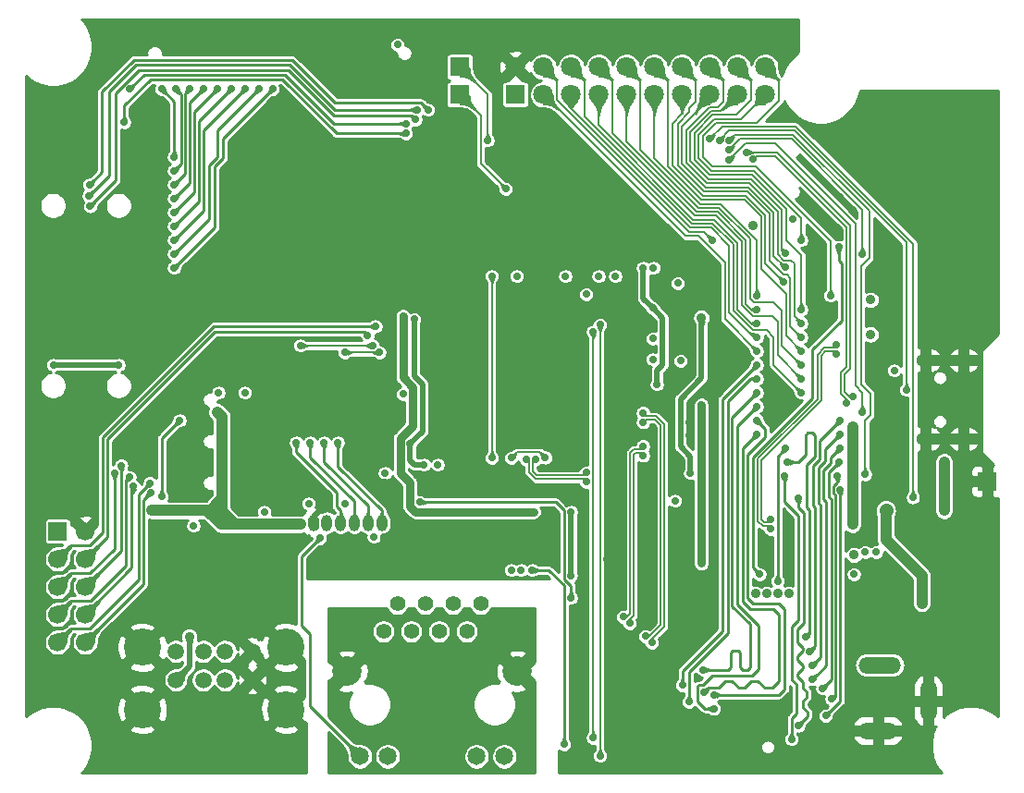
<source format=gbr>
%TF.GenerationSoftware,KiCad,Pcbnew,5.1.6-c6e7f7d~87~ubuntu18.04.1*%
%TF.CreationDate,2021-01-15T14:59:15+02:00*%
%TF.ProjectId,STMP1(A13)-SOM-EVB_Rev_B,53544d50-3128-4413-9133-292d534f4d2d,B*%
%TF.SameCoordinates,Original*%
%TF.FileFunction,Copper,L4,Bot*%
%TF.FilePolarity,Positive*%
%FSLAX46Y46*%
G04 Gerber Fmt 4.6, Leading zero omitted, Abs format (unit mm)*
G04 Created by KiCad (PCBNEW 5.1.6-c6e7f7d~87~ubuntu18.04.1) date 2021-01-15 14:59:15*
%MOMM*%
%LPD*%
G01*
G04 APERTURE LIST*
%TA.AperFunction,ViaPad*%
%ADD10C,0.635000*%
%TD*%
%TA.AperFunction,ComponentPad*%
%ADD11C,3.400000*%
%TD*%
%TA.AperFunction,ComponentPad*%
%ADD12C,1.500000*%
%TD*%
%TA.AperFunction,ComponentPad*%
%ADD13C,1.410000*%
%TD*%
%TA.AperFunction,ComponentPad*%
%ADD14C,1.650000*%
%TD*%
%TA.AperFunction,ComponentPad*%
%ADD15C,2.700000*%
%TD*%
%TA.AperFunction,ComponentPad*%
%ADD16O,3.900000X1.500000*%
%TD*%
%TA.AperFunction,ComponentPad*%
%ADD17O,3.600000X1.500000*%
%TD*%
%TA.AperFunction,ComponentPad*%
%ADD18O,1.500000X3.700000*%
%TD*%
%TA.AperFunction,ComponentPad*%
%ADD19R,1.700000X1.700000*%
%TD*%
%TA.AperFunction,ComponentPad*%
%ADD20C,1.700000*%
%TD*%
%TA.AperFunction,ComponentPad*%
%ADD21C,1.800000*%
%TD*%
%TA.AperFunction,ComponentPad*%
%ADD22R,1.750000X1.750000*%
%TD*%
%TA.AperFunction,ComponentPad*%
%ADD23O,1.800000X1.200000*%
%TD*%
%TA.AperFunction,ComponentPad*%
%ADD24O,1.000000X1.500000*%
%TD*%
%TA.AperFunction,ComponentPad*%
%ADD25R,1.778000X1.778000*%
%TD*%
%TA.AperFunction,ViaPad*%
%ADD26C,0.700000*%
%TD*%
%TA.AperFunction,ViaPad*%
%ADD27C,0.900000*%
%TD*%
%TA.AperFunction,Conductor*%
%ADD28C,1.016000*%
%TD*%
%TA.AperFunction,Conductor*%
%ADD29C,1.270000*%
%TD*%
%TA.AperFunction,Conductor*%
%ADD30C,0.508000*%
%TD*%
%TA.AperFunction,Conductor*%
%ADD31C,0.254000*%
%TD*%
%TA.AperFunction,Conductor*%
%ADD32C,0.762000*%
%TD*%
%TA.AperFunction,Conductor*%
%ADD33C,0.177800*%
%TD*%
%TA.AperFunction,Conductor*%
%ADD34C,0.203200*%
%TD*%
%TA.AperFunction,Conductor*%
%ADD35C,0.152400*%
%TD*%
%TA.AperFunction,Conductor*%
%ADD36C,0.025400*%
%TD*%
G04 APERTURE END LIST*
D10*
%TO.N,GND*%
%TO.C,ANT1*%
X187151000Y-39267000D03*
%TD*%
D11*
%TO.P,USB_HOST1,0*%
%TO.N,GND*%
X113175000Y-90000000D03*
X126315000Y-90000000D03*
X126315000Y-95700000D03*
X113175000Y-95700000D03*
D12*
%TO.P,USB_HOST1,2.4*%
X123245000Y-93000000D03*
%TO.P,USB_HOST1,2.3*%
%TO.N,/D2+*%
X120745000Y-93000000D03*
%TO.P,USB_HOST1,2.2*%
%TO.N,/D2-*%
X118745000Y-93000000D03*
%TO.P,USB_HOST1,2.1*%
%TO.N,/+5V_USB2*%
X116245000Y-93000000D03*
%TO.P,USB_HOST1,1.4*%
%TO.N,GND*%
X123245000Y-90380000D03*
%TO.P,USB_HOST1,1.3*%
%TO.N,/D1+*%
X120745000Y-90380000D03*
%TO.P,USB_HOST1,1.2*%
%TO.N,/D1-*%
X118745000Y-90380000D03*
%TO.P,USB_HOST1,1.1*%
%TO.N,/+5V_USB1*%
X116245000Y-90380000D03*
%TD*%
D13*
%TO.P,LAN1,1*%
%TO.N,/TXOP*%
X135245000Y-88550000D03*
%TO.P,LAN1,2*%
%TO.N,/TXON*%
X136515000Y-86010000D03*
%TO.P,LAN1,3*%
%TO.N,+3V3*%
X137785000Y-88550000D03*
%TO.P,LAN1,4*%
%TO.N,N/C*%
X139055000Y-86010000D03*
%TO.P,LAN1,5*%
X140325000Y-88550000D03*
%TO.P,LAN1,6*%
%TO.N,+3V3*%
X141595000Y-86010000D03*
%TO.P,LAN1,7*%
%TO.N,/RXIP*%
X142865000Y-88550000D03*
%TO.P,LAN1,8*%
%TO.N,/RXIN*%
X144135000Y-86010000D03*
D14*
%TO.P,LAN1,AG1*%
%TO.N,Net-(LAN1-PadAG1)*%
X143770000Y-99998500D03*
%TO.P,LAN1,AY1*%
%TO.N,Net-(LAN1-PadAY1)*%
X133090000Y-99998500D03*
D15*
%TO.P,LAN1,GND1*%
%TO.N,/ETH_SH*%
X131900000Y-92200000D03*
%TO.P,LAN1,GND2*%
X147500000Y-92200000D03*
D14*
%TO.P,LAN1,KG1*%
%TO.N,/ETHER_SPEED*%
X146310000Y-99998500D03*
%TO.P,LAN1,KY1*%
%TO.N,/ETHER_LK*%
X135630000Y-99998500D03*
%TD*%
D16*
%TO.P,PWR1,+*%
%TO.N,Net-(C1-Pad2)*%
X180670000Y-91636000D03*
D17*
%TO.P,PWR1,-*%
%TO.N,GND*%
X180520000Y-97636000D03*
D18*
X185120000Y-94890000D03*
%TD*%
D19*
%TO.P,UEXT1,1*%
%TO.N,+3V3*%
X105410000Y-79375000D03*
D20*
%TO.P,UEXT1,2*%
%TO.N,GND*%
X107950000Y-79375000D03*
%TO.P,UEXT1,3*%
%TO.N,UART7_TX*%
X105410000Y-81915000D03*
%TO.P,UEXT1,4*%
%TO.N,UART7_RX*%
X107950000Y-81915000D03*
%TO.P,UEXT1,5*%
%TO.N,I2C3_SCL*%
X105410000Y-84455000D03*
%TO.P,UEXT1,6*%
%TO.N,I2C3_SDA*%
X107950000Y-84455000D03*
%TO.P,UEXT1,7*%
%TO.N,SPI4_MISO*%
X105410000Y-86995000D03*
%TO.P,UEXT1,8*%
%TO.N,SPI4_MOSI*%
X107950000Y-86995000D03*
%TO.P,UEXT1,9*%
%TO.N,SPI4_SCK*%
X105410000Y-89535000D03*
%TO.P,UEXT1,10*%
%TO.N,SPI4_NSS*%
X107950000Y-89535000D03*
%TD*%
D21*
%TO.P,EXT1,19*%
%TO.N,/PA1*%
X170180000Y-39370000D03*
%TO.P,EXT1,20*%
%TO.N,USART1_RX*%
X170180000Y-36830000D03*
%TO.P,EXT1,17*%
%TO.N,/I2C2_SCL*%
X167640000Y-39370000D03*
%TO.P,EXT1,18*%
%TO.N,USART1_TX*%
X167640000Y-36830000D03*
%TO.P,EXT1,15*%
%TO.N,/I2C2_SDA*%
X165100000Y-39370000D03*
%TO.P,EXT1,16*%
%TO.N,/SDMMC3_CK*%
X165100000Y-36830000D03*
%TO.P,EXT1,13*%
%TO.N,LPTIM5_OUT*%
X162560000Y-39370000D03*
%TO.P,EXT1,14*%
%TO.N,/SDMMC3_CMD*%
X162560000Y-36830000D03*
%TO.P,EXT1,11*%
%TO.N,/USART3_TX*%
X160020000Y-39370000D03*
%TO.P,EXT1,12*%
%TO.N,/SDMMC3_D3*%
X160020000Y-36830000D03*
%TO.P,EXT1,10*%
%TO.N,/SDMMC3_D2*%
X157480000Y-36830000D03*
%TO.P,EXT1,9*%
%TO.N,/USART3_RX*%
X157480000Y-39370000D03*
%TO.P,EXT1,8*%
%TO.N,/SDMMC3_D1*%
X154940000Y-36830000D03*
%TO.P,EXT1,7*%
%TO.N,/PG8*%
X154940000Y-39370000D03*
%TO.P,EXT1,6*%
%TO.N,/SDMMC3_D0*%
X152400000Y-36830000D03*
%TO.P,EXT1,5*%
%TO.N,/I2C6_SCL*%
X152400000Y-39370000D03*
%TO.P,EXT1,4*%
%TO.N,/NRST*%
X149860000Y-36830000D03*
%TO.P,EXT1,3*%
%TO.N,/I2C6_SDA*%
X149860000Y-39370000D03*
%TO.P,EXT1,2*%
%TO.N,GND*%
X147320000Y-36830000D03*
D22*
%TO.P,EXT1,1*%
%TO.N,+3V3*%
X147320000Y-39370000D03*
%TD*%
D23*
%TO.P,USB-OTG1,0*%
%TO.N,GND*%
X188337000Y-70910000D03*
X184867000Y-70910000D03*
X184867000Y-63710000D03*
X188337000Y-63710000D03*
%TD*%
D24*
%TO.P,PGM1,6*%
%TO.N,GND*%
X128828000Y-78613000D03*
%TO.P,PGM1,5*%
%TO.N,/RST_PGM*%
X130078000Y-78613000D03*
%TO.P,PGM1,4*%
%TO.N,Net-(PGM1-Pad4)*%
X131328000Y-78613000D03*
%TO.P,PGM1,3*%
%TO.N,Net-(PGM1-Pad3)*%
X132578000Y-78613000D03*
%TO.P,PGM1,2*%
%TO.N,Net-(PGM1-Pad2)*%
X133828000Y-78613000D03*
%TO.P,PGM1,1*%
%TO.N,Net-(PGM1-Pad1)*%
X135078000Y-78613000D03*
%TD*%
D25*
%TO.P,GND1,1*%
%TO.N,GND*%
X190500000Y-74803000D03*
%TD*%
%TO.P,ADC1_IN10,1*%
%TO.N,Net-(ADC1_IN10-Pad1)*%
X142240000Y-39370000D03*
%TD*%
%TO.P,PH6,1*%
%TO.N,Net-(GPIO-3-Pad9)*%
X142240000Y-36830000D03*
%TD*%
D26*
%TO.N,+5V_EXT*%
X184531000Y-83439000D03*
D27*
X184531000Y-85979000D03*
X181229000Y-80137000D03*
X127635000Y-78740000D03*
X114046000Y-77470000D03*
X119761000Y-78105000D03*
X186563000Y-73025000D03*
X120015000Y-68453000D03*
X181228998Y-77470000D03*
X186563000Y-77470000D03*
D26*
%TO.N,GND*%
X162306000Y-73406000D03*
X163195000Y-65024000D03*
X163195000Y-62611000D03*
X162179000Y-58928000D03*
X155702000Y-81915000D03*
X150241000Y-56007000D03*
X148971000Y-56007000D03*
X115697002Y-79883000D03*
X122428000Y-79883000D03*
X146177000Y-56007000D03*
X143256000Y-58547000D03*
X136017000Y-61468000D03*
X136017000Y-62611000D03*
X136017000Y-68072000D03*
X136016991Y-66886814D03*
X136017000Y-69342000D03*
X135382000Y-71374000D03*
X135382000Y-72263000D03*
X135382000Y-73152000D03*
X135382000Y-74930000D03*
X129794000Y-82169000D03*
X130810000Y-82169000D03*
X131699000Y-83185000D03*
X127381000Y-76835000D03*
X129413000Y-76835000D03*
X140843000Y-74930000D03*
X139573000Y-74930000D03*
X135255000Y-79883000D03*
X140081000Y-81788000D03*
X140970000Y-79502000D03*
X145923000Y-81788000D03*
X144399000Y-78613000D03*
X145669000Y-78613000D03*
X147193000Y-78613000D03*
X148971000Y-78613000D03*
X150876000Y-78613000D03*
D27*
X151130000Y-63500000D03*
X148590000Y-63500000D03*
X146050000Y-63500000D03*
X143510000Y-63500000D03*
X143510000Y-66040000D03*
X151130000Y-66040000D03*
X146050000Y-66040000D03*
X148590000Y-66040000D03*
X143510000Y-68580000D03*
X151130000Y-68580000D03*
X146050000Y-68580000D03*
X148590000Y-68580000D03*
X151130000Y-71120000D03*
X146050000Y-71120000D03*
X148590000Y-71120000D03*
X143510000Y-71120000D03*
X140970000Y-60325000D03*
X140970000Y-59055000D03*
D26*
X128905000Y-83185000D03*
X128905000Y-82169000D03*
X131699000Y-82169000D03*
X115951000Y-66675000D03*
X115951000Y-67945000D03*
D27*
X120650000Y-100965000D03*
X115570000Y-100965000D03*
X118110000Y-100965000D03*
X113030000Y-100965000D03*
X113030000Y-98425000D03*
X118110000Y-98425000D03*
X120650000Y-98425000D03*
X115570000Y-98425000D03*
X125730000Y-100965000D03*
X123190000Y-100965000D03*
X123190000Y-98425000D03*
X120650000Y-95885000D03*
X118110000Y-95885000D03*
X152400000Y-100965000D03*
X160020000Y-100965000D03*
X157480000Y-100965000D03*
X154940000Y-100965000D03*
X162560000Y-100965000D03*
X170180000Y-100965000D03*
X167640000Y-100965000D03*
X165100000Y-100965000D03*
X180340000Y-100965000D03*
X172720000Y-100965000D03*
X175260000Y-100965000D03*
X177800000Y-100965000D03*
X182880000Y-100965000D03*
X185420000Y-100965000D03*
X160020000Y-98425000D03*
X157480000Y-98425000D03*
X165100000Y-98425000D03*
X160020000Y-95885000D03*
X157480000Y-95885000D03*
X157480000Y-93345000D03*
X160020000Y-93345000D03*
X110490000Y-98425000D03*
X110490000Y-95885000D03*
X110490000Y-93345000D03*
X107950000Y-93345000D03*
X107950000Y-95885000D03*
X105410000Y-93345000D03*
X102997000Y-93345000D03*
X102997000Y-90805000D03*
X102997000Y-85725000D03*
X102997000Y-88265000D03*
X102997000Y-83185000D03*
X102997000Y-80645000D03*
X102997000Y-75565000D03*
X102997000Y-78105000D03*
X102997000Y-70485000D03*
X102997000Y-73025000D03*
X102997000Y-65405000D03*
X102997000Y-67945000D03*
X102997000Y-62865000D03*
X102997000Y-55245000D03*
X102997000Y-57785000D03*
X102997000Y-52070000D03*
X102997000Y-49530000D03*
X102997000Y-46990000D03*
X102997000Y-44450000D03*
X102997000Y-38735000D03*
X102997000Y-41275000D03*
X191008000Y-95250000D03*
X191008000Y-85725000D03*
D26*
X115697002Y-81661000D03*
X122428000Y-81661000D03*
D27*
X191008000Y-40640000D03*
X189048000Y-40640000D03*
X187088000Y-40640000D03*
X185128000Y-40640000D03*
X183168000Y-40640000D03*
X181208000Y-40640000D03*
X179197000Y-40640000D03*
D26*
X153162000Y-56007000D03*
X162179000Y-57785000D03*
X162179000Y-55499000D03*
D27*
X187960000Y-82296000D03*
D26*
X180975000Y-75311000D03*
X188595000Y-75438000D03*
X118618000Y-66675000D03*
X118618000Y-67945000D03*
X136525000Y-36322000D03*
X137795000Y-36322000D03*
X136525000Y-38862000D03*
X137795000Y-38862000D03*
X176022000Y-51435000D03*
X161924997Y-77596997D03*
X163322008Y-75311000D03*
X163213530Y-69393991D03*
X163195000Y-70612000D03*
D27*
X162560000Y-98425000D03*
D26*
X164097195Y-92828156D03*
X114173000Y-62865000D03*
D27*
X178308000Y-41910000D03*
X178308000Y-43180000D03*
X178308000Y-44450000D03*
X179070000Y-45720000D03*
X180340000Y-46355000D03*
X181610000Y-46355000D03*
X182880000Y-46355000D03*
X184150000Y-46355000D03*
X185420000Y-46990000D03*
X185420000Y-48260000D03*
X185420000Y-49530000D03*
X186690000Y-49530000D03*
X187960000Y-49530000D03*
X190881000Y-49530000D03*
X139700000Y-33020000D03*
X147320000Y-33020000D03*
X144780000Y-33020000D03*
X142240000Y-33020000D03*
X154940000Y-33020000D03*
X152400000Y-33020000D03*
X157480000Y-33020000D03*
X149860000Y-33020000D03*
X165100000Y-33020000D03*
X162560000Y-33020000D03*
X167640000Y-33020000D03*
X160020000Y-33020000D03*
X172720000Y-33020000D03*
X170180000Y-33020000D03*
X154940000Y-34925000D03*
X144780000Y-34925000D03*
X142240000Y-34925000D03*
X167640000Y-34925000D03*
X152400000Y-34925000D03*
X162560000Y-34925000D03*
X157480000Y-34925000D03*
X147320000Y-34925000D03*
X160020000Y-34925000D03*
X165100000Y-34925000D03*
X172720000Y-34925000D03*
X149860000Y-34925000D03*
X170180000Y-34925000D03*
X142240000Y-43815000D03*
X139700000Y-43815000D03*
X139700000Y-45720000D03*
X142240000Y-45720000D03*
X139700000Y-48260000D03*
X144780000Y-50165000D03*
X144780000Y-52070000D03*
X147320000Y-52070000D03*
X147320000Y-50165000D03*
X149860000Y-52070000D03*
X149860000Y-50165000D03*
X152400000Y-50165000D03*
X152400000Y-52070000D03*
X154940000Y-52070000D03*
X154940000Y-50165000D03*
X157480000Y-50165000D03*
X157480000Y-52070000D03*
X160020000Y-52070000D03*
X190881000Y-52070000D03*
X190881000Y-54610000D03*
X190881000Y-57150000D03*
X189865000Y-62230000D03*
X190881000Y-59690000D03*
X187960000Y-66040000D03*
X187960000Y-68580000D03*
X190881000Y-46990000D03*
X190881000Y-44450000D03*
X191008000Y-83185000D03*
X187325000Y-95250000D03*
X172339000Y-78613000D03*
X172339000Y-80645000D03*
X170180000Y-80645000D03*
X172593000Y-67564000D03*
D26*
X178181000Y-49911000D03*
X177038000Y-48768000D03*
X176403000Y-58801000D03*
X176403000Y-59690000D03*
D27*
X172339000Y-83566000D03*
D26*
X145923000Y-58547000D03*
X143764000Y-56007000D03*
%TO.N,+3V3*%
X117856000Y-78867000D03*
X124332439Y-77597561D03*
D27*
X178308000Y-81534000D03*
X169291000Y-85090000D03*
D26*
X161925000Y-76581000D03*
X162179000Y-56642000D03*
D27*
X170307000Y-85090000D03*
X171323000Y-85090000D03*
X172339000Y-85090000D03*
D26*
X159893000Y-63627000D03*
X153797000Y-57658000D03*
X151892000Y-56007000D03*
X147447000Y-56007000D03*
X159893000Y-61722000D03*
X137032980Y-66802000D03*
X135382000Y-74041000D03*
X128397000Y-76835000D03*
X120142000Y-66675000D03*
X140208000Y-73279000D03*
X131699000Y-76835000D03*
X134366000Y-79883000D03*
X146939000Y-82931000D03*
X147828000Y-82931000D03*
X162433000Y-63754000D03*
X178308000Y-83312000D03*
X179324000Y-81280000D03*
X180340000Y-81280000D03*
X154940000Y-56007000D03*
X159956500Y-55245000D03*
X122555000Y-66675000D03*
X136525000Y-34798000D03*
D27*
X179832000Y-61341000D03*
X179832000Y-58166000D03*
D26*
X181991000Y-64643000D03*
X172720000Y-50800000D03*
D27*
X169094990Y-51343313D03*
D26*
%TO.N,SPI4_NSS*%
X113919000Y-75819000D03*
%TO.N,+3.3VA*%
X163322000Y-74041000D03*
X137033000Y-59690000D03*
X137033000Y-61468000D03*
X137668000Y-74930000D03*
X137922000Y-68707000D03*
X144399000Y-77597000D03*
X147193000Y-77597000D03*
X148971000Y-77597000D03*
D27*
X164338006Y-59817000D03*
D26*
%TO.N,HPOUT1L*%
X138176000Y-41656000D03*
X108393157Y-49592151D03*
%TO.N,HPOUT1R*%
X139319000Y-40767000D03*
X108331000Y-47625000D03*
%TO.N,MICIN1*%
X111506000Y-41910000D03*
X137286631Y-42926391D03*
%TO.N,SPI4_SCK*%
X113853094Y-74969140D03*
%TO.N,SPI4_MOSI*%
X112368285Y-75274144D03*
%TO.N,SPI4_MISO*%
X112014000Y-74422000D03*
%TO.N,I2C3_SCL*%
X110617001Y-74040999D03*
%TO.N,I2C3_SDA*%
X111252000Y-73342422D03*
%TO.N,UART7_RX*%
X133784209Y-61402913D03*
%TO.N,UART7_TX*%
X134512946Y-60598946D03*
%TO.N,USB_OTG_HS_D-*%
X177625631Y-67611369D03*
X169084369Y-45259369D03*
%TO.N,USB_OTG_HS_D+*%
X178228369Y-67008631D03*
X168481631Y-44656631D03*
%TO.N,/V18F*%
X159893000Y-58928000D03*
X160274000Y-65913000D03*
X137668000Y-71374000D03*
X138049000Y-59944000D03*
X138938000Y-73279000D03*
X159004000Y-55245000D03*
%TO.N,+1.8VA*%
X164338000Y-67818000D03*
X152400000Y-77597000D03*
X164338008Y-82296000D03*
X152394410Y-83411962D03*
X164338000Y-69977000D03*
D27*
%TO.N,/+5V_USB2*%
X117475000Y-89027000D03*
D26*
%TO.N,/eMMC-CMD*%
X171323000Y-83947000D03*
X172072300Y-71754999D03*
%TO.N,/NRST*%
X176911000Y-53340000D03*
X152400000Y-85471000D03*
X138557000Y-76708000D03*
X169672000Y-83312000D03*
X165354000Y-52705000D03*
%TO.N,/eMMC-CLK*%
X173863000Y-89027000D03*
X172212000Y-73025000D03*
%TO.N,/eMMC-D7*%
X177038000Y-69215000D03*
X174246207Y-90394463D03*
%TO.N,/eMMC-D6*%
X177038000Y-70485000D03*
X174498000Y-91653274D03*
%TO.N,/eMMC-D5*%
X177038000Y-71755000D03*
X174461522Y-92912085D03*
%TO.N,/eMMC-D4*%
X176961800Y-73024999D03*
X175428637Y-93766606D03*
%TO.N,/eMMC-D3*%
X176275439Y-94741439D03*
X176809400Y-74294999D03*
%TO.N,/eMMC-D2*%
X177038000Y-75565000D03*
X175717200Y-96266000D03*
%TO.N,/eMMC-D1*%
X173228000Y-97160590D03*
X173228000Y-76327000D03*
%TO.N,/eMMC-D0*%
X172593000Y-98425000D03*
X171958005Y-74295003D03*
%TO.N,/USB1-DRV*%
X166878000Y-44450000D03*
X179070000Y-53975000D03*
%TO.N,/USB2-DRV*%
X166878000Y-45339000D03*
X179070000Y-68452998D03*
%TO.N,Net-(GPIO-3-Pad9)*%
X144780000Y-43561000D03*
%TO.N,/TXOP*%
X159004000Y-69387200D03*
X159210631Y-88979631D03*
%TO.N,/TXON*%
X159004000Y-68534800D03*
X159813369Y-89582369D03*
%TO.N,/RXIP*%
X159004000Y-72435200D03*
X157781369Y-87804369D03*
%TO.N,/RXIN*%
X159004000Y-71582800D03*
X157178631Y-87201631D03*
%TO.N,Net-(LAN1-PadAG1)*%
X148844000Y-82931000D03*
X151764999Y-98902010D03*
%TO.N,Net-(LAN1-PadAY1)*%
X129413000Y-80010000D03*
%TO.N,/ETHER_SPEED*%
X155067000Y-99949000D03*
X155067000Y-60452000D03*
%TO.N,/ETHER_LK*%
X154432000Y-98298000D03*
X154432000Y-61087000D03*
%TO.N,/LCD_UD*%
X117475000Y-38862000D03*
X116078000Y-47625000D03*
%TO.N,/LCD_PWM*%
X116205000Y-38862000D03*
X116078000Y-46355000D03*
%TO.N,/LCD_RST*%
X114935000Y-38862000D03*
X116078000Y-45085000D03*
%TO.N,/LCD_B1*%
X125095000Y-38862000D03*
X116078000Y-55245000D03*
%TO.N,/LCD_B3*%
X123825000Y-38862000D03*
X116077990Y-53975000D03*
%TO.N,/LCD_B5*%
X122555000Y-38862000D03*
X116078000Y-52705000D03*
%TO.N,/LCD_VSYNC*%
X120015000Y-38862000D03*
X116078000Y-50165000D03*
%TO.N,/LCD_B7*%
X121285000Y-38862000D03*
X116077997Y-51435003D03*
%TO.N,/LCD_DE*%
X118745000Y-38862000D03*
X116078000Y-48895000D03*
%TO.N,/OVCUR1#*%
X134239000Y-62357000D03*
X114935000Y-76200000D03*
X116586000Y-69215000D03*
X127635000Y-62357004D03*
%TO.N,/OVCUR2#*%
X134874000Y-62992000D03*
X131699000Y-62992008D03*
D27*
%TO.N,/ETH_SH*%
X135130000Y-92200000D03*
X137670000Y-92200000D03*
X140210000Y-92200000D03*
X142750000Y-92200000D03*
X145290000Y-92200000D03*
X137670000Y-94740000D03*
X142750000Y-94740000D03*
X140210000Y-94740000D03*
X142750000Y-97280000D03*
X137670000Y-97280000D03*
X140210000Y-97280000D03*
X137670000Y-99820000D03*
X140210000Y-99820000D03*
X135255000Y-97280000D03*
X132080000Y-89535000D03*
X132080000Y-86995000D03*
X145415000Y-86995000D03*
X147955000Y-86995000D03*
X132080000Y-88265000D03*
X130683000Y-88265000D03*
D26*
%TO.N,Net-(U6-Pad87)*%
X146939000Y-72644000D03*
X150039794Y-72618891D03*
D27*
%TO.N,+5V_USBOTG*%
X178181000Y-78742540D03*
X178181000Y-69850000D03*
D26*
%TO.N,/USART3_TX*%
X169418000Y-57785000D03*
%TO.N,USART1_RX*%
X176149000Y-57785000D03*
%TO.N,/USART3_RX*%
X169418000Y-59055000D03*
%TO.N,USART1_TX*%
X173482000Y-59055000D03*
%TO.N,/PG8*%
X169418000Y-60325000D03*
%TO.N,/SDMMC3_CK*%
X173482000Y-60325000D03*
%TO.N,/I2C6_SCL*%
X169418000Y-61595000D03*
%TO.N,/SDMMC3_CMD*%
X173482000Y-61595000D03*
%TO.N,/SDMMC3_D3*%
X173482000Y-62865000D03*
%TO.N,/I2C6_SDA*%
X169418000Y-62865000D03*
%TO.N,/SDMMC3_D2*%
X173482000Y-64135000D03*
%TO.N,/SDMMC3_D1*%
X173482000Y-65405000D03*
%TO.N,/SDMMC3_D0*%
X173482000Y-66675000D03*
%TO.N,LPTIM5_OUT*%
X171887379Y-56515000D03*
%TO.N,/USB_OTG_HS_VBUS*%
X166878000Y-43561000D03*
X179324000Y-74168000D03*
%TO.N,/USB_OTG_HS_ID*%
X165989000Y-43561000D03*
X183098999Y-66421000D03*
%TO.N,/USB-OTG-DRV*%
X165100000Y-43434000D03*
X183703009Y-76261009D03*
%TO.N,/D3-*%
X176657000Y-62311800D03*
X170688000Y-79166200D03*
X153797000Y-74848200D03*
X148293800Y-72781398D03*
%TO.N,/D3+*%
X176657000Y-63164200D03*
X170688000Y-78313800D03*
X153797000Y-73995800D03*
X149146200Y-72781398D03*
%TO.N,Net-(U6-Pad25)*%
X156464000Y-56007004D03*
%TO.N,SPI0_MOSI(IO0)*%
X162595560Y-93472000D03*
X169418000Y-64135000D03*
%TO.N,SPI0_MISO(IO1)*%
X169418000Y-65405000D03*
X163195000Y-94996000D03*
%TO.N,SPI0_SCK(CLK)*%
X169418000Y-66675000D03*
X164465000Y-92059187D03*
%TO.N,SPI0_NSS(CSn)*%
X169418000Y-67945000D03*
X165481004Y-95633323D03*
%TO.N,(IO3)*%
X164591996Y-94107000D03*
X169417439Y-70485561D03*
%TO.N,(IO2)*%
X169418000Y-69215000D03*
X165484221Y-94366590D03*
%TO.N,VMIC*%
X137290627Y-42033373D03*
X112014558Y-38862564D03*
%TO.N,HPCOM*%
X138303000Y-40767000D03*
X110998000Y-64135000D03*
X105029000Y-64135000D03*
X108275928Y-48639654D03*
%TO.N,Net-(PGM1-Pad1)*%
X131064000Y-71247000D03*
%TO.N,Net-(PGM1-Pad2)*%
X129794000Y-71247000D03*
%TO.N,Net-(PGM1-Pad3)*%
X128524000Y-71247000D03*
%TO.N,Net-(PGM1-Pad4)*%
X127254000Y-71247000D03*
%TO.N,/PA1*%
X173482000Y-52705000D03*
%TO.N,/I2C2_SCL*%
X172037518Y-53880300D03*
%TO.N,/I2C2_SDA*%
X171993964Y-55193854D03*
%TO.N,Net-(ADC1_IN10-Pad1)*%
X146431000Y-48006000D03*
%TO.N,/12MCK*%
X145161000Y-56007000D03*
X145161000Y-72644000D03*
%TD*%
D28*
%TO.N,+5V_EXT*%
X120396000Y-78740000D02*
X119761000Y-78105000D01*
X119311001Y-77655001D02*
X119761000Y-78105000D01*
X184531000Y-83439000D02*
X181229000Y-80137000D01*
D29*
X181229000Y-77470002D02*
X181228998Y-77470000D01*
D28*
X181229000Y-80137000D02*
X181229000Y-77470002D01*
X186563000Y-73025000D02*
X186563000Y-77470000D01*
X184531000Y-83439000D02*
X184531000Y-85979000D01*
X120464999Y-77538999D02*
X121666000Y-78740000D01*
X127635000Y-78740000D02*
X121666000Y-78740000D01*
X120015000Y-68453000D02*
X120464999Y-68902999D01*
X121666000Y-78740000D02*
X120396000Y-78740000D01*
X120348997Y-77655001D02*
X120464999Y-77538999D01*
X119311001Y-77655001D02*
X120348997Y-77655001D01*
X120464999Y-68902999D02*
X120464999Y-76522999D01*
X120464999Y-76522999D02*
X120464999Y-77538999D01*
X119126000Y-77470000D02*
X119311001Y-77655001D01*
X114046000Y-77470000D02*
X119126000Y-77470000D01*
X120327001Y-76522999D02*
X119253000Y-77597000D01*
X120464999Y-76522999D02*
X120327001Y-76522999D01*
D30*
%TO.N,GND*%
X129413000Y-77470000D02*
X129413000Y-76835000D01*
X128828000Y-78613000D02*
X128828000Y-78055000D01*
X128828000Y-78055000D02*
X129413000Y-77470000D01*
D31*
%TO.N,SPI4_NSS*%
X113258589Y-84226411D02*
X113258589Y-76479411D01*
X107950000Y-89535000D02*
X113258589Y-84226411D01*
X113258589Y-76479411D02*
X113919000Y-75819000D01*
D32*
%TO.N,+3.3VA*%
X137033000Y-59690000D02*
X137033000Y-61468000D01*
X137033000Y-65278000D02*
X137922000Y-66167000D01*
X137922000Y-66167000D02*
X137922000Y-68707000D01*
X137033000Y-61468000D02*
X137033000Y-65278000D01*
X137922000Y-69723000D02*
X137922000Y-68707000D01*
X136779000Y-70866000D02*
X137922000Y-69723000D01*
X137668000Y-74930000D02*
X136779000Y-74041000D01*
X136779000Y-74041000D02*
X136779000Y-70866000D01*
X147193000Y-77597000D02*
X144399000Y-77597000D01*
X148971000Y-77597000D02*
X147193000Y-77597000D01*
X137668000Y-77089000D02*
X137668000Y-74930000D01*
X144399000Y-77597000D02*
X138176000Y-77597000D01*
X138176000Y-77597000D02*
X137668000Y-77089000D01*
D30*
X164338000Y-59817006D02*
X164338006Y-59817000D01*
X164338000Y-65341500D02*
X164338000Y-59817006D01*
X162433000Y-67246500D02*
X164338000Y-65341500D01*
X162433000Y-71628000D02*
X162433000Y-67246500D01*
X163322000Y-74041000D02*
X163322000Y-72517000D01*
X163322000Y-72517000D02*
X162433000Y-71628000D01*
D31*
%TO.N,HPOUT1L*%
X112852180Y-37134820D02*
X110744000Y-39243000D01*
X130714001Y-41306001D02*
X126542820Y-37134820D01*
X110744000Y-39243000D02*
X110744000Y-47241308D01*
X126542820Y-37134820D02*
X112852180Y-37134820D01*
X137826001Y-41306001D02*
X130714001Y-41306001D01*
X110744000Y-47241308D02*
X108393157Y-49592151D01*
X138176000Y-41656000D02*
X137826001Y-41306001D01*
%TO.N,HPOUT1R*%
X109474000Y-46482000D02*
X108331000Y-47625000D01*
X139319000Y-40767000D02*
X138684000Y-40132000D01*
X130810000Y-40132000D02*
X126873000Y-36195000D01*
X138684000Y-40132000D02*
X130810000Y-40132000D01*
X126873000Y-36195000D02*
X112395000Y-36195000D01*
X112395000Y-36195000D02*
X109474000Y-39116000D01*
X109474000Y-39116000D02*
X109474000Y-46482000D01*
%TO.N,MICIN1*%
X113919000Y-37973000D02*
X125984000Y-37973000D01*
X130937391Y-42926391D02*
X137286631Y-42926391D01*
X111506000Y-41910000D02*
X111506000Y-40386000D01*
X125984000Y-37973000D02*
X130937391Y-42926391D01*
X111506000Y-40386000D02*
X113919000Y-37973000D01*
%TO.N,SPI4_SCK*%
X105410000Y-89535000D02*
X106680000Y-88265000D01*
X106680000Y-88265000D02*
X108351514Y-88265000D01*
X112843146Y-75979088D02*
X113853094Y-74969140D01*
X112843146Y-83773368D02*
X112843146Y-75979088D01*
X108351514Y-88265000D02*
X112843146Y-83773368D01*
%TO.N,SPI4_MOSI*%
X112213745Y-82731255D02*
X112213745Y-75428684D01*
X112213745Y-75428684D02*
X112368285Y-75274144D01*
X107950000Y-86995000D02*
X112213745Y-82731255D01*
%TO.N,SPI4_MISO*%
X111664001Y-74771999D02*
X112014000Y-74422000D01*
X111664001Y-82518999D02*
X111664001Y-74771999D01*
X108458000Y-85725000D02*
X111664001Y-82518999D01*
X105410000Y-86995000D02*
X106680000Y-85725000D01*
X106680000Y-85725000D02*
X108458000Y-85725000D01*
%TO.N,I2C3_SCL*%
X110617001Y-80959249D02*
X110617001Y-74040999D01*
X108391250Y-83185000D02*
X110617001Y-80959249D01*
X106680000Y-83185000D02*
X108391250Y-83185000D01*
X105410000Y-84455000D02*
X106680000Y-83185000D01*
%TO.N,I2C3_SDA*%
X111252000Y-81153000D02*
X111252000Y-73342422D01*
X107950000Y-84455000D02*
X111252000Y-81153000D01*
%TO.N,UART7_RX*%
X133468296Y-61087000D02*
X133784209Y-61402913D01*
X119827750Y-61087000D02*
X133468296Y-61087000D01*
X107950000Y-81915000D02*
X109982000Y-79883000D01*
X109982000Y-70932750D02*
X119827750Y-61087000D01*
X109982000Y-79883000D02*
X109982000Y-70932750D01*
%TO.N,UART7_TX*%
X119741054Y-60598946D02*
X134512946Y-60598946D01*
X109569250Y-70770750D02*
X119741054Y-60598946D01*
X108394500Y-80645000D02*
X109569250Y-79470250D01*
X106680000Y-80645000D02*
X108394500Y-80645000D01*
X109569250Y-79470250D02*
X109569250Y-70770750D01*
X105410000Y-81915000D02*
X106680000Y-80645000D01*
D33*
%TO.N,USB_OTG_HS_D-*%
X171118343Y-44986831D02*
X177634900Y-51503388D01*
X177625631Y-67242118D02*
X177625631Y-67611369D01*
X169084369Y-45259369D02*
X169356907Y-44986831D01*
X169356907Y-44986831D02*
X171118343Y-44986831D01*
X177634900Y-51503388D02*
X177634900Y-64320612D01*
X177634900Y-64320612D02*
X177126900Y-64828612D01*
X177126900Y-64828612D02*
X177126900Y-66743387D01*
X177126900Y-66743387D02*
X177625631Y-67242118D01*
%TO.N,USB_OTG_HS_D+*%
X177965100Y-51366612D02*
X177965100Y-64457388D01*
X171255119Y-44656631D02*
X177965100Y-51366612D01*
X168481631Y-44656631D02*
X171255119Y-44656631D01*
X177965100Y-64457388D02*
X177457100Y-64965388D01*
X177457100Y-64965388D02*
X177457100Y-66606613D01*
X177457100Y-66606613D02*
X177859118Y-67008631D01*
X177859118Y-67008631D02*
X178228369Y-67008631D01*
D30*
%TO.N,/V18F*%
X160274000Y-64643000D02*
X160274000Y-65913000D01*
X160782000Y-64135000D02*
X160274000Y-64643000D01*
X159893000Y-58928000D02*
X160782000Y-59817000D01*
X160782000Y-59817000D02*
X160782000Y-64135000D01*
X138049000Y-65151000D02*
X138049000Y-59944000D01*
X138811000Y-65913000D02*
X138049000Y-65151000D01*
X137668000Y-71374000D02*
X138811000Y-70231000D01*
X138811000Y-70231000D02*
X138811000Y-65913000D01*
X138049000Y-73279000D02*
X138938000Y-73279000D01*
X137668000Y-71374000D02*
X137668000Y-72898000D01*
X137668000Y-72898000D02*
X138049000Y-73279000D01*
X159004000Y-58039000D02*
X159004000Y-55245000D01*
X159893000Y-58928000D02*
X159004000Y-58039000D01*
%TO.N,+1.8VA*%
X152394410Y-77602590D02*
X152394410Y-83411962D01*
X152400000Y-77597000D02*
X152394410Y-77602590D01*
D32*
X164338008Y-69977008D02*
X164338000Y-69977000D01*
X164338000Y-67818000D02*
X164338000Y-69977000D01*
X164338008Y-82296000D02*
X164338008Y-69977008D01*
D30*
%TO.N,/+5V_USB2*%
X116245000Y-93000000D02*
X117475000Y-91770000D01*
X117475000Y-91770000D02*
X117475000Y-89027000D01*
D31*
%TO.N,/eMMC-CMD*%
X171323000Y-83947000D02*
X171323000Y-72504299D01*
X171323000Y-72504299D02*
X172072300Y-71754999D01*
%TO.N,/NRST*%
X151003000Y-76708000D02*
X138557000Y-76708000D01*
X151765000Y-77470000D02*
X151003000Y-76708000D01*
X151765000Y-83753250D02*
X151765000Y-77470000D01*
X152400000Y-85471000D02*
X152400000Y-84388250D01*
X152400000Y-84388250D02*
X151765000Y-83753250D01*
X169037000Y-82677000D02*
X169672000Y-83312000D01*
X169037000Y-72644000D02*
X169037000Y-82677000D01*
X176911000Y-54610000D02*
X177165000Y-54864000D01*
X176911000Y-53340000D02*
X176911000Y-54610000D01*
X177165000Y-54864000D02*
X177165000Y-60071000D01*
X177165000Y-60071000D02*
X174498000Y-62738000D01*
X174498000Y-62738000D02*
X174498000Y-67183000D01*
X174498000Y-67183000D02*
X169037000Y-72644000D01*
D34*
X151130000Y-38100000D02*
X149860000Y-36830000D01*
X165354000Y-52705000D02*
X164592000Y-51943000D01*
X151130000Y-39878000D02*
X151130000Y-38100000D01*
X164592000Y-51943000D02*
X163576000Y-51943000D01*
X163576000Y-51943000D02*
X163195000Y-51943000D01*
X163195000Y-51943000D02*
X151130000Y-39878000D01*
D31*
%TO.N,/eMMC-CLK*%
X174726590Y-72542410D02*
X174726590Y-70573890D01*
X173990000Y-73279000D02*
X174726590Y-72542410D01*
X173990000Y-77216000D02*
X173990000Y-73279000D01*
X174244000Y-77470000D02*
X173990000Y-77216000D01*
X173863000Y-70599300D02*
X173863000Y-72390000D01*
X173863000Y-89027000D02*
X174244000Y-88646000D01*
X174726590Y-70573890D02*
X174510700Y-70358000D01*
X174244000Y-88646000D02*
X174244000Y-77470000D01*
X174510700Y-70358000D02*
X174104300Y-70358000D01*
X174104300Y-70358000D02*
X173863000Y-70599300D01*
X173863000Y-72390000D02*
X173228000Y-73025000D01*
X173228000Y-73025000D02*
X172212000Y-73025000D01*
%TO.N,/eMMC-D7*%
X174752000Y-89888670D02*
X174246207Y-90394463D01*
X177038000Y-69215000D02*
X175133000Y-71120000D01*
X175133000Y-71120000D02*
X175133000Y-72771000D01*
X174752000Y-77216000D02*
X174752000Y-89888670D01*
X175133000Y-72771000D02*
X174561500Y-73342500D01*
X174561500Y-73342500D02*
X174561500Y-77025500D01*
X174561500Y-77025500D02*
X174752000Y-77216000D01*
%TO.N,/eMMC-D6*%
X175260000Y-76962000D02*
X175260000Y-90891274D01*
X175107590Y-76809590D02*
X175260000Y-76962000D01*
X175107590Y-73525035D02*
X175107590Y-76809590D01*
X175641000Y-72991625D02*
X175107590Y-73525035D01*
X177038000Y-70485000D02*
X175641000Y-71882000D01*
X175641000Y-71882000D02*
X175641000Y-72991625D01*
X175260000Y-90891274D02*
X174498000Y-91653274D01*
%TO.N,/eMMC-D5*%
X175768000Y-76708000D02*
X175768000Y-91694000D01*
X175514000Y-73787000D02*
X175514000Y-76454000D01*
X176149000Y-73152000D02*
X175514000Y-73787000D01*
X175768000Y-91694000D02*
X174549915Y-92912085D01*
X175514000Y-76454000D02*
X175768000Y-76708000D01*
X177038000Y-71755000D02*
X176149000Y-72644000D01*
X174549915Y-92912085D02*
X174461522Y-92912085D01*
X176149000Y-72644000D02*
X176149000Y-73152000D01*
%TO.N,/eMMC-D4*%
X176225180Y-92970063D02*
X176225180Y-76442800D01*
X175428637Y-93766606D02*
X176225180Y-92970063D01*
X176225180Y-76442800D02*
X176002190Y-76219810D01*
X176002190Y-76219810D02*
X176002190Y-73984609D01*
X176002190Y-73984609D02*
X176961800Y-73024999D01*
%TO.N,/eMMC-D3*%
X176631590Y-94385288D02*
X176631590Y-76090104D01*
X176631590Y-76090104D02*
X176408599Y-75867113D01*
X176275439Y-94741439D02*
X176631590Y-94385288D01*
X176408599Y-75867113D02*
X176408599Y-75262887D01*
X176408599Y-75262887D02*
X176809400Y-74862086D01*
X176809400Y-74862086D02*
X176809400Y-74294999D01*
%TO.N,/eMMC-D2*%
X177038000Y-75565000D02*
X177038000Y-94945200D01*
X177038000Y-94945200D02*
X175717200Y-96266000D01*
%TO.N,/eMMC-D1*%
X174053500Y-96329500D02*
X173228000Y-97155000D01*
X173609000Y-95504000D02*
X174053500Y-95948500D01*
X173990000Y-94551500D02*
X173609000Y-94932500D01*
X173990000Y-94107000D02*
X173990000Y-94551500D01*
X173101000Y-89535000D02*
X173609000Y-90043000D01*
X173101000Y-88392000D02*
X173101000Y-89535000D01*
X173736000Y-87757000D02*
X173101000Y-88392000D01*
X173736000Y-77724000D02*
X173736000Y-87757000D01*
X173228000Y-77216000D02*
X173736000Y-77724000D01*
X173228000Y-97155000D02*
X173228000Y-97160590D01*
X173228000Y-76327000D02*
X173228000Y-77216000D01*
X173609000Y-90043000D02*
X173609000Y-90297000D01*
X174053500Y-95948500D02*
X174053500Y-96329500D01*
X173609000Y-90297000D02*
X173101000Y-90805000D01*
X173101000Y-90805000D02*
X173101000Y-91186000D01*
X173609000Y-91948000D02*
X173101000Y-92456000D01*
X173101000Y-91186000D02*
X173609000Y-91694000D01*
X173101000Y-92710000D02*
X173609000Y-93218000D01*
X173609000Y-91694000D02*
X173609000Y-91948000D01*
X173609000Y-93726000D02*
X173990000Y-94107000D01*
X173101000Y-92456000D02*
X173101000Y-92710000D01*
X173609000Y-94932500D02*
X173609000Y-95504000D01*
X173609000Y-93218000D02*
X173609000Y-93726000D01*
%TO.N,/eMMC-D0*%
X172593000Y-92964000D02*
X173075600Y-93446600D01*
X171958005Y-76708005D02*
X173228000Y-77978000D01*
X172593000Y-88138000D02*
X172593000Y-92964000D01*
X173075600Y-93446600D02*
X173075600Y-96037400D01*
X173228000Y-87503000D02*
X172593000Y-88138000D01*
X173228000Y-77978000D02*
X173228000Y-87503000D01*
X171958005Y-74295003D02*
X171958005Y-76708005D01*
X173075600Y-96037400D02*
X172593000Y-96520000D01*
X172593000Y-96520000D02*
X172593000Y-98425000D01*
D34*
%TO.N,/USB1-DRV*%
X179070000Y-49895724D02*
X179070000Y-53975000D01*
X172608276Y-43434000D02*
X179070000Y-49895724D01*
X166878000Y-44450000D02*
X167894000Y-43434000D01*
X167894000Y-43434000D02*
X172608276Y-43434000D01*
%TO.N,/USB2-DRV*%
X168402000Y-43815000D02*
X166878000Y-45339000D01*
X178435000Y-66040000D02*
X178435000Y-51181000D01*
X171069000Y-43815000D02*
X168402000Y-43815000D01*
X178435000Y-51181000D02*
X171069000Y-43815000D01*
X179070000Y-68452998D02*
X179070000Y-66675000D01*
X179070000Y-66675000D02*
X178435000Y-66040000D01*
%TO.N,Net-(GPIO-3-Pad9)*%
X142240000Y-36830000D02*
X144780000Y-39370000D01*
X144780000Y-39370000D02*
X144780000Y-43561000D01*
D35*
%TO.N,/TXOP*%
X159597842Y-88979631D02*
X159210631Y-88979631D01*
X159004000Y-69387200D02*
X159277800Y-69113400D01*
X160083872Y-69113400D02*
X160629600Y-69659128D01*
X160629600Y-87947873D02*
X159597842Y-88979631D01*
X159277800Y-69113400D02*
X160083872Y-69113400D01*
X160629600Y-69659128D02*
X160629600Y-87947873D01*
%TO.N,/TXON*%
X159813369Y-89195158D02*
X159813369Y-89582369D01*
X160934400Y-69532872D02*
X160934400Y-88074127D01*
X160210128Y-68808600D02*
X160934400Y-69532872D01*
X160934400Y-88074127D02*
X159813369Y-89195158D01*
X159004000Y-68534800D02*
X159277800Y-68808600D01*
X159277800Y-68808600D02*
X160210128Y-68808600D01*
%TO.N,/RXIP*%
X157781369Y-87417158D02*
X157781369Y-87804369D01*
X158140400Y-87058127D02*
X157781369Y-87417158D01*
X158305128Y-72161400D02*
X158140400Y-72326128D01*
X158730200Y-72161400D02*
X158305128Y-72161400D01*
X158140400Y-72326128D02*
X158140400Y-87058127D01*
X159004000Y-72435200D02*
X158730200Y-72161400D01*
%TO.N,/RXIN*%
X157565842Y-87201631D02*
X157178631Y-87201631D01*
X157835600Y-86931873D02*
X157565842Y-87201631D01*
X158178872Y-71856600D02*
X157835600Y-72199872D01*
X158730200Y-71856600D02*
X158178872Y-71856600D01*
X159004000Y-71582800D02*
X158730200Y-71856600D01*
X157835600Y-72199872D02*
X157835600Y-86931873D01*
D31*
%TO.N,Net-(LAN1-PadAG1)*%
X151764999Y-84327999D02*
X151764999Y-98902010D01*
X150368000Y-82931000D02*
X151764999Y-84327999D01*
X148844000Y-82931000D02*
X150368000Y-82931000D01*
%TO.N,Net-(LAN1-PadAY1)*%
X127762000Y-88011000D02*
X127762000Y-81661000D01*
X128524000Y-95377000D02*
X128524000Y-88773000D01*
X133096000Y-99949000D02*
X128524000Y-95377000D01*
X127762000Y-81661000D02*
X129413000Y-80010000D01*
X128524000Y-88773000D02*
X127762000Y-88011000D01*
D34*
%TO.N,/ETHER_SPEED*%
X155067000Y-62234922D02*
X155067000Y-60452000D01*
X155067000Y-99949000D02*
X155067000Y-62234922D01*
%TO.N,/ETHER_LK*%
X154432000Y-98298000D02*
X154432000Y-61087000D01*
D31*
%TO.N,/LCD_UD*%
X117119411Y-39217589D02*
X117119411Y-46583589D01*
X117475000Y-38862000D02*
X117119411Y-39217589D01*
X117119411Y-46583589D02*
X116078000Y-47625000D01*
%TO.N,/LCD_PWM*%
X116205000Y-38862000D02*
X116713000Y-39370000D01*
X116713000Y-45720000D02*
X116078000Y-46355000D01*
X116713000Y-39370000D02*
X116713000Y-45720000D01*
%TO.N,/LCD_RST*%
X114935000Y-38862000D02*
X116078000Y-40005000D01*
X116078000Y-40005000D02*
X116078000Y-45085000D01*
%TO.N,/LCD_B1*%
X125095000Y-38862000D02*
X120523000Y-43434000D01*
X120523000Y-43434000D02*
X120523000Y-45212000D01*
X120523000Y-45212000D02*
X119761000Y-45974000D01*
X119761000Y-51562000D02*
X119634000Y-51689000D01*
X119761000Y-45974000D02*
X119761000Y-51562000D01*
X119634000Y-51689000D02*
X116078000Y-55245000D01*
%TO.N,/LCD_B3*%
X120015000Y-45085000D02*
X119253000Y-45847000D01*
X120015000Y-42672000D02*
X120015000Y-45085000D01*
X123825000Y-38862000D02*
X120015000Y-42672000D01*
X118808495Y-51244495D02*
X116077990Y-53975000D01*
X119253000Y-45847000D02*
X119253000Y-50799990D01*
X119253000Y-50799990D02*
X118808495Y-51244495D01*
%TO.N,/LCD_B5*%
X116427999Y-52355001D02*
X116078000Y-52705000D01*
X118745055Y-50037945D02*
X116427999Y-52355001D01*
X118745055Y-42671945D02*
X118745055Y-50037945D01*
X122555000Y-38862000D02*
X118745055Y-42671945D01*
%TO.N,/LCD_VSYNC*%
X117932233Y-48310767D02*
X116078000Y-50165000D01*
X120015000Y-38862000D02*
X117932233Y-40944767D01*
X117932233Y-40944767D02*
X117932233Y-48310767D01*
%TO.N,/LCD_B7*%
X118338644Y-41808356D02*
X118338644Y-49174356D01*
X118338644Y-49174356D02*
X116077997Y-51435003D01*
X121285000Y-38862000D02*
X118338644Y-41808356D01*
%TO.N,/LCD_DE*%
X117525822Y-47447178D02*
X116078000Y-48895000D01*
X118745000Y-38862000D02*
X117525822Y-40081178D01*
X117525822Y-40081178D02*
X117525822Y-47447178D01*
%TO.N,/OVCUR1#*%
X114935000Y-70866000D02*
X116586000Y-69215000D01*
X114935000Y-76200000D02*
X114935000Y-70866000D01*
D34*
X127635004Y-62357000D02*
X127635000Y-62357004D01*
X134239000Y-62357000D02*
X127635004Y-62357000D01*
%TO.N,/OVCUR2#*%
X131699008Y-62992000D02*
X131699000Y-62992008D01*
X134874000Y-62992000D02*
X131699008Y-62992000D01*
%TO.N,Net-(U6-Pad87)*%
X149549500Y-72128597D02*
X150039794Y-72618891D01*
X146939000Y-72644000D02*
X147454403Y-72128597D01*
X147454403Y-72128597D02*
X149549500Y-72128597D01*
D28*
%TO.N,+5V_USBOTG*%
X178181000Y-78742540D02*
X178181000Y-69850000D01*
D34*
%TO.N,/USART3_TX*%
X164210945Y-49402945D02*
X160020000Y-45212000D01*
X169418000Y-52705000D02*
X166115945Y-49402945D01*
X169418000Y-57785000D02*
X169418000Y-52705000D01*
X160020000Y-45212000D02*
X160020000Y-39370000D01*
X166115945Y-49402945D02*
X164210945Y-49402945D01*
%TO.N,USART1_RX*%
X169345592Y-45974000D02*
X176149000Y-52777408D01*
X165354000Y-45974000D02*
X169345592Y-45974000D01*
X164465000Y-45085000D02*
X165354000Y-45974000D01*
X176149000Y-57290026D02*
X176149000Y-57785000D01*
X176149000Y-52777408D02*
X176149000Y-57290026D01*
X171450000Y-38100000D02*
X171450000Y-39941500D01*
X164465000Y-43180000D02*
X164465000Y-45085000D01*
X170180000Y-36830000D02*
X171450000Y-38100000D01*
X171450000Y-39941500D02*
X169445055Y-41946445D01*
X169445055Y-41946445D02*
X165698555Y-41946445D01*
X165698555Y-41946445D02*
X164465000Y-43180000D01*
%TO.N,/USART3_RX*%
X165811167Y-50114167D02*
X168402000Y-52705000D01*
X163906167Y-50114167D02*
X165811167Y-50114167D01*
X157480000Y-43688000D02*
X163906167Y-50114167D01*
X168402000Y-58533974D02*
X168923026Y-59055000D01*
X157480000Y-39370000D02*
X157480000Y-43688000D01*
X168402000Y-52705000D02*
X168402000Y-58533974D01*
X168923026Y-59055000D02*
X169418000Y-59055000D01*
%TO.N,USART1_TX*%
X169011545Y-46736000D02*
X172115999Y-49840454D01*
X168910000Y-39878000D02*
X167552777Y-41235223D01*
X172115999Y-52735999D02*
X173482000Y-54102000D01*
X167552777Y-41235223D02*
X165383595Y-41235223D01*
X163728389Y-42890429D02*
X163728389Y-45364389D01*
X173482000Y-54102000D02*
X173482000Y-59055000D01*
X172115999Y-49840454D02*
X172115999Y-52735999D01*
X165383595Y-41235223D02*
X163728389Y-42890429D01*
X165100000Y-46736000D02*
X169011545Y-46736000D01*
X167640000Y-36830000D02*
X168910000Y-38100000D01*
X168910000Y-38100000D02*
X168910000Y-39878000D01*
X163728389Y-45364389D02*
X165100000Y-46736000D01*
%TO.N,/PG8*%
X165506389Y-50825389D02*
X167640000Y-52959000D01*
X154940000Y-39370000D02*
X154940000Y-42164000D01*
X154940000Y-42164000D02*
X163601389Y-50825389D01*
X163601389Y-50825389D02*
X165506389Y-50825389D01*
X167640000Y-52959000D02*
X167640000Y-59041974D01*
X167640000Y-59041974D02*
X168923026Y-60325000D01*
X168923026Y-60325000D02*
X169418000Y-60325000D01*
%TO.N,/SDMMC3_CK*%
X172529500Y-54546500D02*
X172847000Y-54864000D01*
X171849518Y-54546500D02*
X172529500Y-54546500D01*
X168767727Y-47498000D02*
X171323000Y-50053273D01*
X164846000Y-47498000D02*
X168767727Y-47498000D01*
X172847000Y-59690000D02*
X173482000Y-60325000D01*
X166370000Y-38100000D02*
X166370000Y-40005000D01*
X166370000Y-40005000D02*
X165850999Y-40524001D01*
X165100000Y-36830000D02*
X166370000Y-38100000D01*
X172847000Y-54864000D02*
X172847000Y-59690000D01*
X165850999Y-40524001D02*
X165088999Y-40524001D01*
X171323000Y-54019982D02*
X171849518Y-54546500D01*
X162941000Y-45593000D02*
X164846000Y-47498000D01*
X162941000Y-42672000D02*
X162941000Y-45593000D01*
X171323000Y-50053273D02*
X171323000Y-54019982D01*
X165088999Y-40524001D02*
X162941000Y-42672000D01*
%TO.N,/I2C6_SCL*%
X166878000Y-53213000D02*
X165227000Y-51562000D01*
X165227000Y-51562000D02*
X163322000Y-51562000D01*
X152400000Y-40640000D02*
X152400000Y-39370000D01*
X166878000Y-59309000D02*
X166878000Y-53213000D01*
X169418000Y-61595000D02*
X169164000Y-61595000D01*
X169164000Y-61595000D02*
X166878000Y-59309000D01*
X163322000Y-51562000D02*
X152400000Y-40640000D01*
%TO.N,/SDMMC3_CMD*%
X173132001Y-61245001D02*
X173482000Y-61595000D01*
X172216922Y-55880000D02*
X172491389Y-56154467D01*
X171825908Y-55880000D02*
X172216922Y-55880000D01*
X170561000Y-54615092D02*
X171825908Y-55880000D01*
X168523909Y-48260000D02*
X170561000Y-50297091D01*
X172491389Y-60604389D02*
X173132001Y-61245001D01*
X172491389Y-56154467D02*
X172491389Y-60604389D01*
X164592000Y-48260000D02*
X168523909Y-48260000D01*
X162179000Y-45847000D02*
X164592000Y-48260000D01*
X163830000Y-38100000D02*
X163830000Y-40005000D01*
X163258500Y-40957500D02*
X162179000Y-42037000D01*
X170561000Y-50297091D02*
X170561000Y-54615092D01*
X162560000Y-36830000D02*
X163830000Y-38100000D01*
X163830000Y-40005000D02*
X163258500Y-40576500D01*
X163258500Y-40576500D02*
X163258500Y-40957500D01*
X162179000Y-42037000D02*
X162179000Y-45847000D01*
%TO.N,/SDMMC3_D3*%
X172085000Y-61468000D02*
X173482000Y-62865000D01*
X172085000Y-57658000D02*
X172085000Y-61468000D01*
X169799000Y-55372000D02*
X172085000Y-57658000D01*
X161290000Y-38100000D02*
X161290000Y-45968909D01*
X160020000Y-36830000D02*
X161290000Y-38100000D01*
X161290000Y-45968909D02*
X164343091Y-49022000D01*
X164343091Y-49022000D02*
X168275000Y-49022000D01*
X168275000Y-49022000D02*
X169799000Y-50546000D01*
X169799000Y-50546000D02*
X169799000Y-55372000D01*
%TO.N,/I2C6_SDA*%
X149923500Y-39370000D02*
X149860000Y-39370000D01*
X162877500Y-52324000D02*
X149923500Y-39370000D01*
X164084000Y-52324000D02*
X162877500Y-52324000D01*
X166497000Y-54737000D02*
X164084000Y-52324000D01*
X169418000Y-62865000D02*
X166497000Y-59944000D01*
X166497000Y-59944000D02*
X166497000Y-54737000D01*
%TO.N,/SDMMC3_D2*%
X171704000Y-59182000D02*
X171704000Y-62357000D01*
X170942000Y-58420000D02*
X171704000Y-59182000D01*
X169164000Y-58420000D02*
X170942000Y-58420000D01*
X168783000Y-58039000D02*
X169164000Y-58420000D01*
X164058556Y-49758556D02*
X165963556Y-49758556D01*
X158750000Y-44450000D02*
X164058556Y-49758556D01*
X157480000Y-36830000D02*
X158750000Y-38100000D01*
X165963556Y-49758556D02*
X168783000Y-52578000D01*
X171704000Y-62357000D02*
X173482000Y-64135000D01*
X158750000Y-38100000D02*
X158750000Y-44450000D01*
X168783000Y-52578000D02*
X168783000Y-58039000D01*
%TO.N,/SDMMC3_D1*%
X163753778Y-50469778D02*
X165658778Y-50469778D01*
X156210000Y-38100000D02*
X156210000Y-42926000D01*
X171323000Y-60198000D02*
X171323000Y-63246000D01*
X154940000Y-36830000D02*
X156210000Y-38100000D01*
X156210000Y-42926000D02*
X163753778Y-50469778D01*
X165658778Y-50469778D02*
X168021000Y-52832000D01*
X168021000Y-52832000D02*
X168021000Y-58674000D01*
X168021000Y-58674000D02*
X169037000Y-59690000D01*
X169037000Y-59690000D02*
X170815000Y-59690000D01*
X170815000Y-59690000D02*
X171323000Y-60198000D01*
X171323000Y-63246000D02*
X173482000Y-65405000D01*
%TO.N,/SDMMC3_D0*%
X167259000Y-53086000D02*
X167259000Y-59182000D01*
X170307000Y-60960000D02*
X170942000Y-61595000D01*
X163449000Y-51181000D02*
X165354000Y-51181000D01*
X169037000Y-60960000D02*
X170307000Y-60960000D01*
X167259000Y-59182000D02*
X169037000Y-60960000D01*
X153670000Y-38100000D02*
X153670000Y-41402000D01*
X170942000Y-61595000D02*
X170942000Y-64135000D01*
X152400000Y-36830000D02*
X153670000Y-38100000D01*
X153670000Y-41402000D02*
X163449000Y-51181000D01*
X165354000Y-51181000D02*
X167259000Y-53086000D01*
X170942000Y-64135000D02*
X173482000Y-66675000D01*
%TO.N,LPTIM5_OUT*%
X162560000Y-41116250D02*
X161660001Y-42016249D01*
X170180000Y-54807621D02*
X171887379Y-56515000D01*
X168402000Y-48641000D02*
X170180000Y-50419000D01*
X170180000Y-50419000D02*
X170180000Y-54807621D01*
X162560000Y-39370000D02*
X162560000Y-41116250D01*
X161660001Y-42016249D02*
X161660001Y-45836001D01*
X161660001Y-45836001D02*
X164465000Y-48641000D01*
X164465000Y-48641000D02*
X168402000Y-48641000D01*
%TO.N,/USB_OTG_HS_VBUS*%
X179324000Y-69215000D02*
X179324000Y-74168000D01*
X179800999Y-68738001D02*
X179324000Y-69215000D01*
X167386000Y-43053000D02*
X172730184Y-43053000D01*
X178943000Y-65913000D02*
X179800999Y-66770999D01*
X172730184Y-43053000D02*
X179705000Y-50027816D01*
X179705000Y-50027816D02*
X179705000Y-54356000D01*
X166878000Y-43561000D02*
X167386000Y-43053000D01*
X179800999Y-66770999D02*
X179800999Y-68738001D01*
X179705000Y-54356000D02*
X178943000Y-55118000D01*
X178943000Y-55118000D02*
X178943000Y-65913000D01*
%TO.N,/USB_OTG_HS_ID*%
X166878000Y-42672000D02*
X172852092Y-42672000D01*
X183098999Y-52918907D02*
X183098999Y-66421000D01*
X165989000Y-43561000D02*
X166878000Y-42672000D01*
X172852092Y-42672000D02*
X183098999Y-52918907D01*
%TO.N,/USB-OTG-DRV*%
X183703009Y-66745927D02*
X183703009Y-76261009D01*
X183703009Y-53020009D02*
X183703009Y-66745927D01*
X172985056Y-42302056D02*
X183703009Y-53020009D01*
X166231944Y-42302056D02*
X172985056Y-42302056D01*
X165100000Y-43434000D02*
X166231944Y-42302056D01*
D33*
%TO.N,/D3-*%
X174967900Y-63177612D02*
X175572612Y-62572900D01*
X174967900Y-67241612D02*
X174967900Y-63177612D01*
X169506900Y-72702612D02*
X174967900Y-67241612D01*
X169506900Y-78427388D02*
X169506900Y-72702612D01*
X170426900Y-78905100D02*
X169984612Y-78905100D01*
X169984612Y-78905100D02*
X169506900Y-78427388D01*
X170688000Y-79166200D02*
X170426900Y-78905100D01*
X175572612Y-62572900D02*
X176395900Y-62572900D01*
X176395900Y-62572900D02*
X176657000Y-62311800D01*
X149156612Y-74587100D02*
X153535900Y-74587100D01*
X153535900Y-74587100D02*
X153797000Y-74848200D01*
X148554900Y-73985388D02*
X149156612Y-74587100D01*
X148293800Y-72781398D02*
X148554900Y-73042498D01*
X148554900Y-73042498D02*
X148554900Y-73985388D01*
%TO.N,/D3+*%
X169837100Y-78290612D02*
X169837100Y-72839388D01*
X175298100Y-63314388D02*
X175709388Y-62903100D01*
X175709388Y-62903100D02*
X176395900Y-62903100D01*
X176395900Y-62903100D02*
X176657000Y-63164200D01*
X170688000Y-78313800D02*
X170426900Y-78574900D01*
X169837100Y-72839388D02*
X175298100Y-67378388D01*
X170426900Y-78574900D02*
X170121388Y-78574900D01*
X175298100Y-67378388D02*
X175298100Y-63314388D01*
X170121388Y-78574900D02*
X169837100Y-78290612D01*
X148885100Y-73042498D02*
X148885100Y-73848612D01*
X149146200Y-72781398D02*
X148885100Y-73042498D01*
X153535900Y-74256900D02*
X153797000Y-73995800D01*
X148885100Y-73848612D02*
X149293388Y-74256900D01*
X149293388Y-74256900D02*
X153535900Y-74256900D01*
D31*
%TO.N,SPI0_MOSI(IO0)*%
X166243000Y-67310000D02*
X166243000Y-88519000D01*
X169418000Y-64135000D02*
X166243000Y-67310000D01*
X166243000Y-88519000D02*
X162595560Y-92166440D01*
X162595560Y-92166440D02*
X162595560Y-93472000D01*
%TO.N,SPI0_MISO(IO1)*%
X168783000Y-65405000D02*
X166751000Y-67437000D01*
X169418000Y-65405000D02*
X168783000Y-65405000D01*
X166751000Y-67437000D02*
X166751000Y-88730484D01*
X166751000Y-88730484D02*
X163224961Y-92256523D01*
X163224961Y-92256523D02*
X163224961Y-94966039D01*
X163224961Y-94966039D02*
X163195000Y-94996000D01*
%TO.N,SPI0_SCK(CLK)*%
X168783000Y-87884000D02*
X167157411Y-86258411D01*
X168783000Y-91821000D02*
X168783000Y-87884000D01*
X167894000Y-91821000D02*
X168132187Y-92059187D01*
X167157411Y-68935589D02*
X169418000Y-66675000D01*
X167894000Y-90493850D02*
X167894000Y-91821000D01*
X166751573Y-92059187D02*
X167005000Y-91805760D01*
X167208200Y-90297000D02*
X167697150Y-90297000D01*
X164465000Y-92059187D02*
X166751573Y-92059187D01*
X168132187Y-92059187D02*
X168544813Y-92059187D01*
X167005000Y-91805760D02*
X167005000Y-90500200D01*
X167157411Y-86258411D02*
X167157411Y-68935589D01*
X167697150Y-90297000D02*
X167894000Y-90493850D01*
X168544813Y-92059187D02*
X168783000Y-91821000D01*
X167005000Y-90500200D02*
X167208200Y-90297000D01*
%TO.N,SPI0_NSS(CSn)*%
X169545000Y-92024200D02*
X168986200Y-92583000D01*
X168986200Y-92583000D02*
X165361556Y-92583000D01*
X169418000Y-67945000D02*
X167640000Y-69723000D01*
X169545000Y-88011000D02*
X169545000Y-92024200D01*
X167640000Y-86106000D02*
X169545000Y-88011000D01*
X164663177Y-95633323D02*
X165481004Y-95633323D01*
X167640000Y-69723000D02*
X167640000Y-86106000D01*
X165361556Y-92583000D02*
X164486999Y-93457557D01*
X164486999Y-93457557D02*
X164110868Y-93457557D01*
X164110868Y-93457557D02*
X163957000Y-93611425D01*
X163957000Y-93611425D02*
X163957000Y-94927146D01*
X163957000Y-94927146D02*
X164663177Y-95633323D01*
%TO.N,(IO3)*%
X165925500Y-93726000D02*
X164973000Y-93726000D01*
X170148250Y-93726000D02*
X169513250Y-93091000D01*
X166560500Y-93091000D02*
X165925500Y-93726000D01*
X170835955Y-93726000D02*
X170148250Y-93726000D01*
X167132000Y-93091000D02*
X166560500Y-93091000D01*
X168155188Y-85859188D02*
X168783000Y-86487000D01*
X168910000Y-93091000D02*
X168275000Y-93726000D01*
X171450000Y-93111955D02*
X170835955Y-93726000D01*
X168155188Y-71747812D02*
X168155188Y-85859188D01*
X171450000Y-86995000D02*
X171450000Y-93111955D01*
X168275000Y-93726000D02*
X167767000Y-93726000D01*
X169417439Y-70485561D02*
X168155188Y-71747812D01*
X164973000Y-93726000D02*
X164972998Y-93725998D01*
X167767000Y-93726000D02*
X167132000Y-93091000D01*
X170942000Y-86487000D02*
X171450000Y-86995000D01*
X168783000Y-86487000D02*
X170942000Y-86487000D01*
X169513250Y-93091000D02*
X168910000Y-93091000D01*
X164972998Y-93725998D02*
X164591996Y-94107000D01*
%TO.N,(IO2)*%
X169037000Y-85979000D02*
X171399200Y-85979000D01*
X166745410Y-94366590D02*
X165484221Y-94366590D01*
X168561599Y-85503599D02*
X169037000Y-85979000D01*
X168561599Y-72357401D02*
X168561599Y-85503599D01*
X170180000Y-69977000D02*
X170180000Y-70739000D01*
X171958000Y-86537800D02*
X171958000Y-93842840D01*
X169418000Y-69215000D02*
X170180000Y-69977000D01*
X170180000Y-70739000D02*
X168561599Y-72357401D01*
X171399200Y-85979000D02*
X171958000Y-86537800D01*
X171958000Y-93842840D02*
X171434250Y-94366590D01*
X171434250Y-94366590D02*
X166745410Y-94366590D01*
%TO.N,VMIC*%
X126187231Y-37541231D02*
X113335891Y-37541231D01*
X137290627Y-42033373D02*
X130679373Y-42033373D01*
X113335891Y-37541231D02*
X112014558Y-38862564D01*
X130679373Y-42033373D02*
X126187231Y-37541231D01*
D30*
%TO.N,HPCOM*%
X110998000Y-64135000D02*
X105029000Y-64135000D01*
D31*
X130810000Y-40767000D02*
X126644411Y-36601411D01*
X110109000Y-46806582D02*
X108275928Y-48639654D01*
X112623589Y-36601411D02*
X110109000Y-39116000D01*
X110109000Y-39116000D02*
X110109000Y-46806582D01*
X138303000Y-40767000D02*
X130810000Y-40767000D01*
X126644411Y-36601411D02*
X112623589Y-36601411D01*
%TO.N,Net-(PGM1-Pad1)*%
X135078000Y-78613000D02*
X135078000Y-77483500D01*
X131064000Y-73469500D02*
X131064000Y-71247000D01*
X135078000Y-77483500D02*
X131064000Y-73469500D01*
%TO.N,Net-(PGM1-Pad2)*%
X129794000Y-73025000D02*
X129794000Y-71247000D01*
X133828000Y-78613000D02*
X133828000Y-77059000D01*
X133828000Y-77059000D02*
X129794000Y-73025000D01*
%TO.N,Net-(PGM1-Pad3)*%
X128524000Y-72580500D02*
X128524000Y-71247000D01*
X132578000Y-78613000D02*
X132578000Y-76634500D01*
X132578000Y-76634500D02*
X128524000Y-72580500D01*
%TO.N,Net-(PGM1-Pad4)*%
X127254000Y-72136000D02*
X127254000Y-71247000D01*
X130937000Y-75819000D02*
X127254000Y-72136000D01*
X130937000Y-77089000D02*
X130937000Y-75819000D01*
X131328000Y-78613000D02*
X131328000Y-77480000D01*
X131328000Y-77480000D02*
X130937000Y-77089000D01*
D34*
%TO.N,/PA1*%
X167959166Y-41590834D02*
X169280001Y-40269999D01*
X173482000Y-50673000D02*
X169189389Y-46380389D01*
X164084000Y-45212000D02*
X164084000Y-43037727D01*
X173482000Y-52705000D02*
X173482000Y-50673000D01*
X164084000Y-43037727D02*
X165530893Y-41590834D01*
X169189389Y-46380389D02*
X165252389Y-46380389D01*
X169280001Y-40269999D02*
X170180000Y-39370000D01*
X165530893Y-41590834D02*
X167959166Y-41590834D01*
X165252389Y-46380389D02*
X164084000Y-45212000D01*
%TO.N,/I2C2_SCL*%
X168889636Y-47117000D02*
X171687519Y-49914883D01*
X163322000Y-45466000D02*
X164973000Y-47117000D01*
X166130388Y-40879612D02*
X165236297Y-40879612D01*
X164973000Y-47117000D02*
X168889636Y-47117000D01*
X165236297Y-40879612D02*
X163322000Y-42793909D01*
X167640000Y-39370000D02*
X166130388Y-40879612D01*
X163322000Y-42793909D02*
X163322000Y-45466000D01*
X171687519Y-53530301D02*
X172037518Y-53880300D01*
X171687519Y-49914883D02*
X171687519Y-53530301D01*
%TO.N,/I2C2_SDA*%
X170942000Y-50175182D02*
X170942000Y-54141890D01*
X162560000Y-42291000D02*
X162560000Y-45720000D01*
X165100000Y-39751000D02*
X162560000Y-42291000D01*
X165100000Y-39370000D02*
X165100000Y-39751000D01*
X170942000Y-54141890D02*
X171993964Y-55193854D01*
X168645818Y-47879000D02*
X170942000Y-50175182D01*
X164719000Y-47879000D02*
X168645818Y-47879000D01*
X162560000Y-45720000D02*
X164719000Y-47879000D01*
%TO.N,Net-(ADC1_IN10-Pad1)*%
X144145000Y-41275000D02*
X142240000Y-39370000D01*
X146431000Y-48006000D02*
X144145000Y-45720000D01*
X144145000Y-45720000D02*
X144145000Y-41275000D01*
%TO.N,/12MCK*%
X145161000Y-56007000D02*
X145161000Y-72644000D01*
%TD*%
D31*
%TO.N,GND*%
G36*
X173228000Y-35476583D02*
G01*
X172947922Y-35663725D01*
X172442725Y-36168922D01*
X172045794Y-36762971D01*
X171772383Y-37423043D01*
X171721154Y-37680588D01*
X171672036Y-37617011D01*
X171622942Y-37540549D01*
X171580385Y-37459536D01*
X171544128Y-37373267D01*
X171514134Y-37281047D01*
X171490547Y-37182303D01*
X171473618Y-37076519D01*
X171463686Y-36963336D01*
X171461000Y-36837098D01*
X171461000Y-36703833D01*
X171411772Y-36456346D01*
X171315207Y-36223219D01*
X171175018Y-36013410D01*
X170996590Y-35834982D01*
X170786781Y-35694793D01*
X170553654Y-35598228D01*
X170306167Y-35549000D01*
X170053833Y-35549000D01*
X169806346Y-35598228D01*
X169573219Y-35694793D01*
X169363410Y-35834982D01*
X169184982Y-36013410D01*
X169044793Y-36223219D01*
X168948228Y-36456346D01*
X168910000Y-36648532D01*
X168871772Y-36456346D01*
X168775207Y-36223219D01*
X168635018Y-36013410D01*
X168456590Y-35834982D01*
X168246781Y-35694793D01*
X168013654Y-35598228D01*
X167766167Y-35549000D01*
X167513833Y-35549000D01*
X167266346Y-35598228D01*
X167033219Y-35694793D01*
X166823410Y-35834982D01*
X166644982Y-36013410D01*
X166504793Y-36223219D01*
X166408228Y-36456346D01*
X166370000Y-36648532D01*
X166331772Y-36456346D01*
X166235207Y-36223219D01*
X166095018Y-36013410D01*
X165916590Y-35834982D01*
X165706781Y-35694793D01*
X165473654Y-35598228D01*
X165226167Y-35549000D01*
X164973833Y-35549000D01*
X164726346Y-35598228D01*
X164493219Y-35694793D01*
X164283410Y-35834982D01*
X164104982Y-36013410D01*
X163964793Y-36223219D01*
X163868228Y-36456346D01*
X163830000Y-36648532D01*
X163791772Y-36456346D01*
X163695207Y-36223219D01*
X163555018Y-36013410D01*
X163376590Y-35834982D01*
X163166781Y-35694793D01*
X162933654Y-35598228D01*
X162686167Y-35549000D01*
X162433833Y-35549000D01*
X162186346Y-35598228D01*
X161953219Y-35694793D01*
X161743410Y-35834982D01*
X161564982Y-36013410D01*
X161424793Y-36223219D01*
X161328228Y-36456346D01*
X161290000Y-36648532D01*
X161251772Y-36456346D01*
X161155207Y-36223219D01*
X161015018Y-36013410D01*
X160836590Y-35834982D01*
X160626781Y-35694793D01*
X160393654Y-35598228D01*
X160146167Y-35549000D01*
X159893833Y-35549000D01*
X159646346Y-35598228D01*
X159413219Y-35694793D01*
X159203410Y-35834982D01*
X159024982Y-36013410D01*
X158884793Y-36223219D01*
X158788228Y-36456346D01*
X158750000Y-36648532D01*
X158711772Y-36456346D01*
X158615207Y-36223219D01*
X158475018Y-36013410D01*
X158296590Y-35834982D01*
X158086781Y-35694793D01*
X157853654Y-35598228D01*
X157606167Y-35549000D01*
X157353833Y-35549000D01*
X157106346Y-35598228D01*
X156873219Y-35694793D01*
X156663410Y-35834982D01*
X156484982Y-36013410D01*
X156344793Y-36223219D01*
X156248228Y-36456346D01*
X156210000Y-36648532D01*
X156171772Y-36456346D01*
X156075207Y-36223219D01*
X155935018Y-36013410D01*
X155756590Y-35834982D01*
X155546781Y-35694793D01*
X155313654Y-35598228D01*
X155066167Y-35549000D01*
X154813833Y-35549000D01*
X154566346Y-35598228D01*
X154333219Y-35694793D01*
X154123410Y-35834982D01*
X153944982Y-36013410D01*
X153804793Y-36223219D01*
X153708228Y-36456346D01*
X153670000Y-36648532D01*
X153631772Y-36456346D01*
X153535207Y-36223219D01*
X153395018Y-36013410D01*
X153216590Y-35834982D01*
X153006781Y-35694793D01*
X152773654Y-35598228D01*
X152526167Y-35549000D01*
X152273833Y-35549000D01*
X152026346Y-35598228D01*
X151793219Y-35694793D01*
X151583410Y-35834982D01*
X151404982Y-36013410D01*
X151264793Y-36223219D01*
X151168228Y-36456346D01*
X151130000Y-36648532D01*
X151091772Y-36456346D01*
X150995207Y-36223219D01*
X150855018Y-36013410D01*
X150676590Y-35834982D01*
X150466781Y-35694793D01*
X150233654Y-35598228D01*
X149986167Y-35549000D01*
X149733833Y-35549000D01*
X149486346Y-35598228D01*
X149253219Y-35694793D01*
X149043410Y-35834982D01*
X148864982Y-36013410D01*
X148724793Y-36223219D01*
X148716530Y-36243167D01*
X148529993Y-36158823D01*
X147858815Y-36830000D01*
X148529993Y-37501177D01*
X148716530Y-37416833D01*
X148724793Y-37436781D01*
X148864982Y-37646590D01*
X149043410Y-37825018D01*
X149253219Y-37965207D01*
X149486346Y-38061772D01*
X149678532Y-38100000D01*
X149486346Y-38138228D01*
X149253219Y-38234793D01*
X149043410Y-38374982D01*
X148864982Y-38553410D01*
X148724793Y-38763219D01*
X148628228Y-38996346D01*
X148579000Y-39243833D01*
X148579000Y-39496167D01*
X148628228Y-39743654D01*
X148724793Y-39976781D01*
X148864982Y-40186590D01*
X149043410Y-40365018D01*
X149253219Y-40505207D01*
X149486346Y-40601772D01*
X149733833Y-40651000D01*
X149865469Y-40651000D01*
X149990619Y-40654428D01*
X150105257Y-40666380D01*
X150217112Y-40686969D01*
X150326689Y-40716219D01*
X150434577Y-40754315D01*
X150541205Y-40801522D01*
X150646916Y-40858188D01*
X150751985Y-40924724D01*
X150856511Y-41001514D01*
X150956849Y-41085848D01*
X162519483Y-52648482D01*
X162534599Y-52666901D01*
X162608085Y-52727209D01*
X162691923Y-52772022D01*
X162782894Y-52799617D01*
X162853793Y-52806600D01*
X162853802Y-52806600D01*
X162877499Y-52808934D01*
X162901196Y-52806600D01*
X163884101Y-52806600D01*
X166014401Y-54936900D01*
X166014400Y-59920295D01*
X166012065Y-59944000D01*
X166014400Y-59967705D01*
X166014400Y-59967706D01*
X166021383Y-60038605D01*
X166048978Y-60129576D01*
X166093791Y-60213415D01*
X166154099Y-60286901D01*
X166172518Y-60302017D01*
X168648030Y-62777529D01*
X168662089Y-62792604D01*
X168669292Y-62801554D01*
X168674463Y-62809100D01*
X168678117Y-62815471D01*
X168680748Y-62821086D01*
X168682730Y-62826445D01*
X168684311Y-62832158D01*
X168685586Y-62838897D01*
X168686478Y-62847304D01*
X168687000Y-62866136D01*
X168687000Y-62936997D01*
X168715092Y-63078225D01*
X168770196Y-63211258D01*
X168850195Y-63330985D01*
X168952015Y-63432805D01*
X169052579Y-63500000D01*
X168952015Y-63567195D01*
X168850195Y-63669015D01*
X168770196Y-63788742D01*
X168715092Y-63921775D01*
X168687000Y-64063003D01*
X168687000Y-64133865D01*
X168686674Y-64145585D01*
X168686618Y-64146104D01*
X168685527Y-64147695D01*
X168682656Y-64151259D01*
X168673437Y-64161142D01*
X165901435Y-66933145D01*
X165882052Y-66949052D01*
X165818571Y-67026405D01*
X165771399Y-67114658D01*
X165742351Y-67210416D01*
X165736384Y-67271000D01*
X165732543Y-67310000D01*
X165735000Y-67334944D01*
X165735001Y-88308578D01*
X162253995Y-91789585D01*
X162234612Y-91805492D01*
X162171131Y-91882845D01*
X162123959Y-91971098D01*
X162094911Y-92066856D01*
X162087917Y-92137872D01*
X162085103Y-92166440D01*
X162087560Y-92191385D01*
X162087561Y-92927019D01*
X162087091Y-92940545D01*
X162086601Y-92945087D01*
X162086249Y-92946980D01*
X162085914Y-92947395D01*
X162077872Y-92955898D01*
X162027755Y-93006015D01*
X161947756Y-93125742D01*
X161892652Y-93258775D01*
X161864560Y-93400003D01*
X161864560Y-93543997D01*
X161892652Y-93685225D01*
X161947756Y-93818258D01*
X162027755Y-93937985D01*
X162129575Y-94039805D01*
X162249302Y-94119804D01*
X162382335Y-94174908D01*
X162523563Y-94203000D01*
X162667557Y-94203000D01*
X162716962Y-94193173D01*
X162716962Y-94394332D01*
X162713318Y-94410343D01*
X162708996Y-94425391D01*
X162704613Y-94437813D01*
X162700349Y-94447836D01*
X162696359Y-94455718D01*
X162692694Y-94461861D01*
X162689355Y-94466641D01*
X162686232Y-94470477D01*
X162677373Y-94479837D01*
X162627195Y-94530015D01*
X162547196Y-94649742D01*
X162492092Y-94782775D01*
X162464000Y-94924003D01*
X162464000Y-95067997D01*
X162492092Y-95209225D01*
X162547196Y-95342258D01*
X162627195Y-95461985D01*
X162729015Y-95563805D01*
X162848742Y-95643804D01*
X162981775Y-95698908D01*
X163123003Y-95727000D01*
X163266997Y-95727000D01*
X163408225Y-95698908D01*
X163541258Y-95643804D01*
X163660985Y-95563805D01*
X163762805Y-95461985D01*
X163767056Y-95455623D01*
X164286326Y-95974893D01*
X164302229Y-95994271D01*
X164321606Y-96010173D01*
X164379581Y-96057752D01*
X164401714Y-96069582D01*
X164467834Y-96104924D01*
X164563592Y-96133972D01*
X164638230Y-96141323D01*
X164638232Y-96141323D01*
X164663176Y-96143780D01*
X164688120Y-96141323D01*
X164936023Y-96141323D01*
X164949563Y-96141793D01*
X164954091Y-96142281D01*
X164955984Y-96142633D01*
X164956398Y-96142967D01*
X164964891Y-96151000D01*
X165015019Y-96201128D01*
X165134746Y-96281127D01*
X165267779Y-96336231D01*
X165409007Y-96364323D01*
X165553001Y-96364323D01*
X165694229Y-96336231D01*
X165827262Y-96281127D01*
X165946989Y-96201128D01*
X166048809Y-96099308D01*
X166128808Y-95979581D01*
X166183912Y-95846548D01*
X166212004Y-95705320D01*
X166212004Y-95561326D01*
X166183912Y-95420098D01*
X166128808Y-95287065D01*
X166048809Y-95167338D01*
X165946989Y-95065518D01*
X165850478Y-95001031D01*
X165950206Y-94934395D01*
X166000321Y-94884280D01*
X166008834Y-94876228D01*
X166009240Y-94875900D01*
X166011133Y-94875548D01*
X166015661Y-94875060D01*
X166029202Y-94874590D01*
X171409306Y-94874590D01*
X171434250Y-94877047D01*
X171459194Y-94874590D01*
X171459197Y-94874590D01*
X171533835Y-94867239D01*
X171629593Y-94838191D01*
X171717845Y-94791019D01*
X171795198Y-94727538D01*
X171811105Y-94708155D01*
X172299570Y-94219691D01*
X172318948Y-94203788D01*
X172339293Y-94178997D01*
X172382429Y-94126436D01*
X172429600Y-94038185D01*
X172430307Y-94035854D01*
X172458649Y-93942425D01*
X172466000Y-93867787D01*
X172466000Y-93867785D01*
X172468457Y-93842841D01*
X172466000Y-93817897D01*
X172466000Y-93555420D01*
X172567600Y-93657021D01*
X172567601Y-95826978D01*
X172251434Y-96143145D01*
X172232052Y-96159052D01*
X172168571Y-96236405D01*
X172121399Y-96324658D01*
X172092351Y-96420416D01*
X172085638Y-96488577D01*
X172082543Y-96520000D01*
X172085000Y-96544944D01*
X172085001Y-97880016D01*
X172084531Y-97893545D01*
X172084041Y-97898087D01*
X172083689Y-97899980D01*
X172083354Y-97900395D01*
X172075312Y-97908898D01*
X172025195Y-97959015D01*
X171945196Y-98078742D01*
X171890092Y-98211775D01*
X171862000Y-98353003D01*
X171862000Y-98496997D01*
X171890092Y-98638225D01*
X171945196Y-98771258D01*
X172025195Y-98890985D01*
X172127015Y-98992805D01*
X172246742Y-99072804D01*
X172379775Y-99127908D01*
X172521003Y-99156000D01*
X172664997Y-99156000D01*
X172806225Y-99127908D01*
X172939258Y-99072804D01*
X173058985Y-98992805D01*
X173160805Y-98890985D01*
X173240804Y-98771258D01*
X173295908Y-98638225D01*
X173324000Y-98496997D01*
X173324000Y-98353003D01*
X173297666Y-98220612D01*
X178214431Y-98220612D01*
X178221250Y-98345936D01*
X178383746Y-98575914D01*
X178587986Y-98769771D01*
X178826121Y-98920058D01*
X179089000Y-99021000D01*
X180139000Y-99021000D01*
X180139000Y-98017000D01*
X180901000Y-98017000D01*
X180901000Y-99021000D01*
X181951000Y-99021000D01*
X182213879Y-98920058D01*
X182452014Y-98769771D01*
X182656254Y-98575914D01*
X182818750Y-98345936D01*
X182825569Y-98220612D01*
X182735559Y-98017000D01*
X180901000Y-98017000D01*
X180139000Y-98017000D01*
X178304441Y-98017000D01*
X178214431Y-98220612D01*
X173297666Y-98220612D01*
X173295908Y-98211775D01*
X173240804Y-98078742D01*
X173160805Y-97959015D01*
X173110677Y-97908887D01*
X173102644Y-97900394D01*
X173102310Y-97899980D01*
X173101958Y-97898087D01*
X173101470Y-97893559D01*
X173101022Y-97880654D01*
X173156003Y-97891590D01*
X173299997Y-97891590D01*
X173441225Y-97863498D01*
X173574258Y-97808394D01*
X173693985Y-97728395D01*
X173795805Y-97626575D01*
X173875804Y-97506848D01*
X173930908Y-97373815D01*
X173959000Y-97232587D01*
X173959000Y-97161720D01*
X173959330Y-97149834D01*
X173959538Y-97147869D01*
X173959700Y-97147007D01*
X173959795Y-97146663D01*
X173959948Y-97146242D01*
X173960454Y-97145140D01*
X173961676Y-97142956D01*
X173964060Y-97139373D01*
X173968066Y-97134214D01*
X173975371Y-97126049D01*
X174050032Y-97051388D01*
X178214431Y-97051388D01*
X178304441Y-97255000D01*
X180139000Y-97255000D01*
X180139000Y-96251000D01*
X180901000Y-96251000D01*
X180901000Y-97255000D01*
X182735559Y-97255000D01*
X182825569Y-97051388D01*
X182818750Y-96926064D01*
X182656254Y-96696086D01*
X182452014Y-96502229D01*
X182213879Y-96351942D01*
X181951000Y-96251000D01*
X180901000Y-96251000D01*
X180139000Y-96251000D01*
X179089000Y-96251000D01*
X178826121Y-96351942D01*
X178587986Y-96502229D01*
X178383746Y-96696086D01*
X178221250Y-96926064D01*
X178214431Y-97051388D01*
X174050032Y-97051388D01*
X174395070Y-96706350D01*
X174414448Y-96690448D01*
X174444072Y-96654351D01*
X174477929Y-96613096D01*
X174525100Y-96524845D01*
X174525101Y-96524843D01*
X174554149Y-96429084D01*
X174561500Y-96354446D01*
X174561500Y-96354445D01*
X174563957Y-96329501D01*
X174561500Y-96304557D01*
X174561500Y-95973444D01*
X174563957Y-95948500D01*
X174561500Y-95923553D01*
X174554149Y-95848915D01*
X174525101Y-95753157D01*
X174488080Y-95683896D01*
X174477929Y-95664904D01*
X174430350Y-95606929D01*
X174414448Y-95587552D01*
X174395070Y-95571649D01*
X174117000Y-95293580D01*
X174117000Y-95142920D01*
X174331570Y-94928351D01*
X174350948Y-94912448D01*
X174372705Y-94885937D01*
X174414429Y-94835096D01*
X174461600Y-94746845D01*
X174463240Y-94741439D01*
X174490649Y-94651085D01*
X174498000Y-94576446D01*
X174498000Y-94576445D01*
X174500457Y-94551501D01*
X174498000Y-94526557D01*
X174498000Y-94131943D01*
X174500457Y-94106999D01*
X174497372Y-94075675D01*
X174490649Y-94007415D01*
X174461601Y-93911657D01*
X174455694Y-93900605D01*
X174414429Y-93823404D01*
X174366850Y-93765429D01*
X174350948Y-93746052D01*
X174331570Y-93730149D01*
X174193869Y-93592448D01*
X174248297Y-93614993D01*
X174389525Y-93643085D01*
X174533519Y-93643085D01*
X174674747Y-93614993D01*
X174716951Y-93597512D01*
X174697637Y-93694609D01*
X174697637Y-93838603D01*
X174725729Y-93979831D01*
X174780833Y-94112864D01*
X174860832Y-94232591D01*
X174962652Y-94334411D01*
X175082379Y-94414410D01*
X175215412Y-94469514D01*
X175356640Y-94497606D01*
X175500634Y-94497606D01*
X175592803Y-94479272D01*
X175572531Y-94528214D01*
X175544439Y-94669442D01*
X175544439Y-94813436D01*
X175572531Y-94954664D01*
X175627635Y-95087697D01*
X175707634Y-95207424D01*
X175809454Y-95309244D01*
X175897024Y-95367756D01*
X175743351Y-95521429D01*
X175733459Y-95530656D01*
X175729895Y-95533527D01*
X175728304Y-95534618D01*
X175727785Y-95534674D01*
X175716065Y-95535000D01*
X175645203Y-95535000D01*
X175503975Y-95563092D01*
X175370942Y-95618196D01*
X175251215Y-95698195D01*
X175149395Y-95800015D01*
X175069396Y-95919742D01*
X175014292Y-96052775D01*
X174986200Y-96194003D01*
X174986200Y-96337997D01*
X175014292Y-96479225D01*
X175069396Y-96612258D01*
X175149395Y-96731985D01*
X175251215Y-96833805D01*
X175370942Y-96913804D01*
X175503975Y-96968908D01*
X175645203Y-96997000D01*
X175789197Y-96997000D01*
X175930425Y-96968908D01*
X176063458Y-96913804D01*
X176183185Y-96833805D01*
X176285005Y-96731985D01*
X176365004Y-96612258D01*
X176420108Y-96479225D01*
X176448200Y-96337997D01*
X176448200Y-96267158D01*
X176448527Y-96255399D01*
X176448581Y-96254895D01*
X176449672Y-96253304D01*
X176452537Y-96249748D01*
X176461771Y-96239849D01*
X177379571Y-95322050D01*
X177398948Y-95306148D01*
X177422527Y-95277416D01*
X177427792Y-95271000D01*
X183735000Y-95271000D01*
X183735000Y-96371000D01*
X183835942Y-96633879D01*
X183986229Y-96872014D01*
X184180086Y-97076254D01*
X184410064Y-97238750D01*
X184535388Y-97245569D01*
X184739000Y-97155559D01*
X184739000Y-95271000D01*
X183735000Y-95271000D01*
X177427792Y-95271000D01*
X177462429Y-95228796D01*
X177509600Y-95140545D01*
X177511997Y-95132644D01*
X177538649Y-95044785D01*
X177546000Y-94970147D01*
X177546000Y-94970145D01*
X177548457Y-94945201D01*
X177546000Y-94920257D01*
X177546000Y-93409000D01*
X183735000Y-93409000D01*
X183735000Y-94509000D01*
X184739000Y-94509000D01*
X184739000Y-92624441D01*
X185501000Y-92624441D01*
X185501000Y-94509000D01*
X186505000Y-94509000D01*
X186505000Y-93409000D01*
X186404058Y-93146121D01*
X186253771Y-92907986D01*
X186059914Y-92703746D01*
X185829936Y-92541250D01*
X185704612Y-92534431D01*
X185501000Y-92624441D01*
X184739000Y-92624441D01*
X184535388Y-92534431D01*
X184410064Y-92541250D01*
X184180086Y-92703746D01*
X183986229Y-92907986D01*
X183835942Y-93146121D01*
X183735000Y-93409000D01*
X177546000Y-93409000D01*
X177546000Y-91636000D01*
X178333528Y-91636000D01*
X178355365Y-91857715D01*
X178420037Y-92070909D01*
X178525058Y-92267390D01*
X178666393Y-92439607D01*
X178838610Y-92580942D01*
X179035091Y-92685963D01*
X179248285Y-92750635D01*
X179414442Y-92767000D01*
X181925558Y-92767000D01*
X182091715Y-92750635D01*
X182304909Y-92685963D01*
X182501390Y-92580942D01*
X182673607Y-92439607D01*
X182814942Y-92267390D01*
X182919963Y-92070909D01*
X182984635Y-91857715D01*
X183006472Y-91636000D01*
X182984635Y-91414285D01*
X182919963Y-91201091D01*
X182814942Y-91004610D01*
X182673607Y-90832393D01*
X182501390Y-90691058D01*
X182304909Y-90586037D01*
X182091715Y-90521365D01*
X181925558Y-90505000D01*
X179414442Y-90505000D01*
X179248285Y-90521365D01*
X179035091Y-90586037D01*
X178838610Y-90691058D01*
X178666393Y-90832393D01*
X178525058Y-91004610D01*
X178420037Y-91201091D01*
X178355365Y-91414285D01*
X178333528Y-91636000D01*
X177546000Y-91636000D01*
X177546000Y-83240003D01*
X177577000Y-83240003D01*
X177577000Y-83383997D01*
X177605092Y-83525225D01*
X177660196Y-83658258D01*
X177740195Y-83777985D01*
X177842015Y-83879805D01*
X177961742Y-83959804D01*
X178094775Y-84014908D01*
X178236003Y-84043000D01*
X178379997Y-84043000D01*
X178521225Y-84014908D01*
X178654258Y-83959804D01*
X178773985Y-83879805D01*
X178875805Y-83777985D01*
X178955804Y-83658258D01*
X179010908Y-83525225D01*
X179039000Y-83383997D01*
X179039000Y-83240003D01*
X179010908Y-83098775D01*
X178955804Y-82965742D01*
X178875805Y-82846015D01*
X178773985Y-82744195D01*
X178654258Y-82664196D01*
X178521225Y-82609092D01*
X178379997Y-82581000D01*
X178236003Y-82581000D01*
X178094775Y-82609092D01*
X177961742Y-82664196D01*
X177842015Y-82744195D01*
X177740195Y-82846015D01*
X177660196Y-82965742D01*
X177605092Y-83098775D01*
X177577000Y-83240003D01*
X177546000Y-83240003D01*
X177546000Y-81865877D01*
X177571577Y-81927626D01*
X177662520Y-82063732D01*
X177778268Y-82179480D01*
X177914374Y-82270423D01*
X178065606Y-82333065D01*
X178226154Y-82365000D01*
X178389846Y-82365000D01*
X178550394Y-82333065D01*
X178701626Y-82270423D01*
X178837732Y-82179480D01*
X178953480Y-82063732D01*
X179029875Y-81949398D01*
X179110775Y-81982908D01*
X179252003Y-82011000D01*
X179395997Y-82011000D01*
X179537225Y-81982908D01*
X179670258Y-81927804D01*
X179789985Y-81847805D01*
X179832000Y-81805790D01*
X179874015Y-81847805D01*
X179993742Y-81927804D01*
X180126775Y-81982908D01*
X180268003Y-82011000D01*
X180411997Y-82011000D01*
X180553225Y-81982908D01*
X180686258Y-81927804D01*
X180805985Y-81847805D01*
X180907805Y-81745985D01*
X180987804Y-81626258D01*
X181042908Y-81493225D01*
X181071000Y-81351997D01*
X181071000Y-81236235D01*
X183642000Y-83807236D01*
X183642001Y-86022667D01*
X183654865Y-86153274D01*
X183705698Y-86320851D01*
X183788248Y-86475291D01*
X183899342Y-86610659D01*
X184034710Y-86721753D01*
X184189150Y-86804303D01*
X184356727Y-86855136D01*
X184531000Y-86872301D01*
X184705274Y-86855136D01*
X184872851Y-86804303D01*
X185027291Y-86721753D01*
X185162659Y-86610659D01*
X185273753Y-86475291D01*
X185356303Y-86320851D01*
X185407136Y-86153274D01*
X185420000Y-86022667D01*
X185420000Y-83482659D01*
X185424300Y-83438999D01*
X185420000Y-83395334D01*
X185420000Y-83395333D01*
X185408145Y-83274971D01*
X185407136Y-83264724D01*
X185373735Y-83154616D01*
X185356303Y-83097149D01*
X185273753Y-82942709D01*
X185162659Y-82807341D01*
X185128743Y-82779507D01*
X182118000Y-79768765D01*
X182118000Y-77962093D01*
X182172202Y-77860689D01*
X182230298Y-77669172D01*
X182249915Y-77470002D01*
X182230298Y-77270832D01*
X182172202Y-77079316D01*
X182077859Y-76902813D01*
X181982706Y-76786868D01*
X181912132Y-76716294D01*
X181796187Y-76621141D01*
X181619685Y-76526799D01*
X181428168Y-76468702D01*
X181228998Y-76449085D01*
X181029828Y-76468702D01*
X180838311Y-76526799D01*
X180661809Y-76621141D01*
X180507103Y-76748105D01*
X180380139Y-76902811D01*
X180285797Y-77079313D01*
X180227700Y-77270830D01*
X180208083Y-77470000D01*
X180227700Y-77669170D01*
X180285797Y-77860687D01*
X180340001Y-77962095D01*
X180340000Y-80093340D01*
X180335700Y-80137000D01*
X180340000Y-80180660D01*
X180340000Y-80180666D01*
X180346233Y-80243948D01*
X180352864Y-80311274D01*
X180365088Y-80351570D01*
X180403697Y-80478850D01*
X180444666Y-80555498D01*
X180411997Y-80549000D01*
X180268003Y-80549000D01*
X180126775Y-80577092D01*
X179993742Y-80632196D01*
X179874015Y-80712195D01*
X179832000Y-80754210D01*
X179789985Y-80712195D01*
X179670258Y-80632196D01*
X179537225Y-80577092D01*
X179395997Y-80549000D01*
X179252003Y-80549000D01*
X179110775Y-80577092D01*
X178977742Y-80632196D01*
X178858015Y-80712195D01*
X178756195Y-80814015D01*
X178746945Y-80827858D01*
X178701626Y-80797577D01*
X178550394Y-80734935D01*
X178389846Y-80703000D01*
X178226154Y-80703000D01*
X178065606Y-80734935D01*
X177914374Y-80797577D01*
X177778268Y-80888520D01*
X177662520Y-81004268D01*
X177571577Y-81140374D01*
X177546000Y-81202123D01*
X177546000Y-79370128D01*
X177549341Y-79374199D01*
X177684709Y-79485293D01*
X177839149Y-79567843D01*
X178006726Y-79618676D01*
X178181000Y-79635841D01*
X178355273Y-79618676D01*
X178522850Y-79567843D01*
X178677290Y-79485293D01*
X178812659Y-79374199D01*
X178923753Y-79238831D01*
X179006303Y-79084391D01*
X179057136Y-78916814D01*
X179070000Y-78786207D01*
X179070000Y-74854018D01*
X179110775Y-74870908D01*
X179252003Y-74899000D01*
X179395997Y-74899000D01*
X179537225Y-74870908D01*
X179670258Y-74815804D01*
X179789985Y-74735805D01*
X179891805Y-74633985D01*
X179971804Y-74514258D01*
X180026908Y-74381225D01*
X180055000Y-74239997D01*
X180055000Y-74096003D01*
X180026908Y-73954775D01*
X179971804Y-73821742D01*
X179891805Y-73702015D01*
X179841679Y-73651889D01*
X179828751Y-73638224D01*
X179823443Y-73631655D01*
X179819572Y-73625978D01*
X179816646Y-73620813D01*
X179814265Y-73615636D01*
X179812157Y-73609812D01*
X179810232Y-73602709D01*
X179808550Y-73593704D01*
X179807318Y-73582311D01*
X179806600Y-73561688D01*
X179806600Y-69414899D01*
X180125481Y-69096018D01*
X180143900Y-69080902D01*
X180204208Y-69007416D01*
X180249021Y-68923578D01*
X180276616Y-68832607D01*
X180283599Y-68761708D01*
X180283599Y-68761699D01*
X180285933Y-68738002D01*
X180283599Y-68714305D01*
X180283599Y-66794706D01*
X180285934Y-66770999D01*
X180276616Y-66676392D01*
X180249021Y-66585422D01*
X180235620Y-66560351D01*
X180204208Y-66501584D01*
X180143900Y-66428098D01*
X180125486Y-66412987D01*
X179425600Y-65713101D01*
X179425600Y-62068888D01*
X179438374Y-62077423D01*
X179589606Y-62140065D01*
X179750154Y-62172000D01*
X179913846Y-62172000D01*
X180074394Y-62140065D01*
X180225626Y-62077423D01*
X180361732Y-61986480D01*
X180477480Y-61870732D01*
X180568423Y-61734626D01*
X180631065Y-61583394D01*
X180663000Y-61422846D01*
X180663000Y-61259154D01*
X180631065Y-61098606D01*
X180568423Y-60947374D01*
X180477480Y-60811268D01*
X180361732Y-60695520D01*
X180225626Y-60604577D01*
X180074394Y-60541935D01*
X179913846Y-60510000D01*
X179750154Y-60510000D01*
X179589606Y-60541935D01*
X179438374Y-60604577D01*
X179425600Y-60613112D01*
X179425600Y-58893888D01*
X179438374Y-58902423D01*
X179589606Y-58965065D01*
X179750154Y-58997000D01*
X179913846Y-58997000D01*
X180074394Y-58965065D01*
X180225626Y-58902423D01*
X180361732Y-58811480D01*
X180477480Y-58695732D01*
X180568423Y-58559626D01*
X180631065Y-58408394D01*
X180663000Y-58247846D01*
X180663000Y-58084154D01*
X180631065Y-57923606D01*
X180568423Y-57772374D01*
X180477480Y-57636268D01*
X180361732Y-57520520D01*
X180225626Y-57429577D01*
X180074394Y-57366935D01*
X179913846Y-57335000D01*
X179750154Y-57335000D01*
X179589606Y-57366935D01*
X179438374Y-57429577D01*
X179425600Y-57438112D01*
X179425600Y-55317899D01*
X180029487Y-54714013D01*
X180047901Y-54698901D01*
X180065130Y-54677908D01*
X180108208Y-54625416D01*
X180109605Y-54622804D01*
X180153022Y-54541577D01*
X180155604Y-54533066D01*
X180180617Y-54450607D01*
X180189935Y-54356000D01*
X180187600Y-54332293D01*
X180187600Y-50690008D01*
X182616399Y-53118807D01*
X182616400Y-64263212D01*
X182558805Y-64177015D01*
X182456985Y-64075195D01*
X182337258Y-63995196D01*
X182204225Y-63940092D01*
X182062997Y-63912000D01*
X181919003Y-63912000D01*
X181777775Y-63940092D01*
X181644742Y-63995196D01*
X181525015Y-64075195D01*
X181423195Y-64177015D01*
X181343196Y-64296742D01*
X181288092Y-64429775D01*
X181260000Y-64571003D01*
X181260000Y-64714997D01*
X181288092Y-64856225D01*
X181343196Y-64989258D01*
X181423195Y-65108985D01*
X181525015Y-65210805D01*
X181644742Y-65290804D01*
X181777775Y-65345908D01*
X181919003Y-65374000D01*
X182062997Y-65374000D01*
X182204225Y-65345908D01*
X182337258Y-65290804D01*
X182456985Y-65210805D01*
X182558805Y-65108985D01*
X182616400Y-65022788D01*
X182616400Y-65814647D01*
X182615680Y-65835311D01*
X182614448Y-65846704D01*
X182612766Y-65855709D01*
X182610841Y-65862812D01*
X182608733Y-65868636D01*
X182606352Y-65873813D01*
X182603426Y-65878978D01*
X182599555Y-65884655D01*
X182594241Y-65891232D01*
X182581333Y-65904876D01*
X182531194Y-65955015D01*
X182451195Y-66074742D01*
X182396091Y-66207775D01*
X182367999Y-66349003D01*
X182367999Y-66492997D01*
X182396091Y-66634225D01*
X182451195Y-66767258D01*
X182531194Y-66886985D01*
X182633014Y-66988805D01*
X182752741Y-67068804D01*
X182885774Y-67123908D01*
X183027002Y-67152000D01*
X183170996Y-67152000D01*
X183220409Y-67142171D01*
X183220410Y-75654656D01*
X183219690Y-75675320D01*
X183218458Y-75686713D01*
X183216776Y-75695718D01*
X183214851Y-75702821D01*
X183212743Y-75708645D01*
X183210362Y-75713822D01*
X183207436Y-75718987D01*
X183203565Y-75724664D01*
X183198251Y-75731241D01*
X183185343Y-75744885D01*
X183135204Y-75795024D01*
X183055205Y-75914751D01*
X183000101Y-76047784D01*
X182972009Y-76189012D01*
X182972009Y-76333006D01*
X183000101Y-76474234D01*
X183055205Y-76607267D01*
X183135204Y-76726994D01*
X183237024Y-76828814D01*
X183356751Y-76908813D01*
X183489784Y-76963917D01*
X183631012Y-76992009D01*
X183775006Y-76992009D01*
X183916234Y-76963917D01*
X184049267Y-76908813D01*
X184168994Y-76828814D01*
X184270814Y-76726994D01*
X184350813Y-76607267D01*
X184405917Y-76474234D01*
X184434009Y-76333006D01*
X184434009Y-76189012D01*
X184405917Y-76047784D01*
X184350813Y-75914751D01*
X184270814Y-75795024D01*
X184220688Y-75744898D01*
X184207760Y-75731233D01*
X184202452Y-75724664D01*
X184198581Y-75718987D01*
X184195655Y-75713822D01*
X184193274Y-75708645D01*
X184191166Y-75702821D01*
X184189241Y-75695718D01*
X184187559Y-75686713D01*
X184186327Y-75675320D01*
X184185609Y-75654697D01*
X184185609Y-72981334D01*
X185674000Y-72981334D01*
X185674001Y-77513667D01*
X185686865Y-77644274D01*
X185737698Y-77811851D01*
X185820248Y-77966291D01*
X185931342Y-78101659D01*
X186066710Y-78212753D01*
X186221150Y-78295303D01*
X186388727Y-78346136D01*
X186563000Y-78363301D01*
X186737274Y-78346136D01*
X186904851Y-78295303D01*
X187059291Y-78212753D01*
X187194659Y-78101659D01*
X187305753Y-77966291D01*
X187388303Y-77811851D01*
X187439136Y-77644274D01*
X187452000Y-77513667D01*
X187452000Y-75692000D01*
X188972928Y-75692000D01*
X188985188Y-75816482D01*
X189021498Y-75936180D01*
X189080463Y-76046494D01*
X189159815Y-76143185D01*
X189256506Y-76222537D01*
X189366820Y-76281502D01*
X189486518Y-76317812D01*
X189611000Y-76330072D01*
X189960250Y-76327000D01*
X190119000Y-76168250D01*
X190119000Y-75184000D01*
X189134750Y-75184000D01*
X188976000Y-75342750D01*
X188972928Y-75692000D01*
X187452000Y-75692000D01*
X187452000Y-73914000D01*
X188972928Y-73914000D01*
X188976000Y-74263250D01*
X189134750Y-74422000D01*
X190119000Y-74422000D01*
X190119000Y-73437750D01*
X189960250Y-73279000D01*
X189611000Y-73275928D01*
X189486518Y-73288188D01*
X189366820Y-73324498D01*
X189256506Y-73383463D01*
X189159815Y-73462815D01*
X189080463Y-73559506D01*
X189021498Y-73669820D01*
X188985188Y-73789518D01*
X188972928Y-73914000D01*
X187452000Y-73914000D01*
X187452000Y-72981333D01*
X187439136Y-72850726D01*
X187388303Y-72683149D01*
X187305753Y-72528709D01*
X187194659Y-72393341D01*
X187059290Y-72282247D01*
X186904850Y-72199697D01*
X186737273Y-72148864D01*
X186563000Y-72131699D01*
X186388726Y-72148864D01*
X186221149Y-72199697D01*
X186066709Y-72282247D01*
X185931341Y-72393341D01*
X185820247Y-72528710D01*
X185737697Y-72683150D01*
X185686864Y-72850727D01*
X185674000Y-72981334D01*
X184185609Y-72981334D01*
X184185609Y-72068046D01*
X184295765Y-72104724D01*
X184486000Y-71973696D01*
X184486000Y-71291000D01*
X185248000Y-71291000D01*
X185248000Y-71973696D01*
X185438235Y-72104724D01*
X185666102Y-72028852D01*
X185874789Y-71909984D01*
X186056276Y-71752687D01*
X186203589Y-71563006D01*
X186267696Y-71470082D01*
X186936304Y-71470082D01*
X187000411Y-71563006D01*
X187147724Y-71752687D01*
X187329211Y-71909984D01*
X187537898Y-72028852D01*
X187765765Y-72104724D01*
X187956000Y-71973696D01*
X187956000Y-71291000D01*
X188718000Y-71291000D01*
X188718000Y-71973696D01*
X188908235Y-72104724D01*
X189136102Y-72028852D01*
X189344789Y-71909984D01*
X189526276Y-71752687D01*
X189673589Y-71563006D01*
X189737696Y-71470082D01*
X189643555Y-71291000D01*
X188718000Y-71291000D01*
X187956000Y-71291000D01*
X187030445Y-71291000D01*
X186936304Y-71470082D01*
X186267696Y-71470082D01*
X186173555Y-71291000D01*
X185248000Y-71291000D01*
X184486000Y-71291000D01*
X184466000Y-71291000D01*
X184466000Y-70529000D01*
X184486000Y-70529000D01*
X184486000Y-69846304D01*
X185248000Y-69846304D01*
X185248000Y-70529000D01*
X186173555Y-70529000D01*
X186267696Y-70349918D01*
X186936304Y-70349918D01*
X187030445Y-70529000D01*
X187956000Y-70529000D01*
X187956000Y-69846304D01*
X188718000Y-69846304D01*
X188718000Y-70529000D01*
X189643555Y-70529000D01*
X189737696Y-70349918D01*
X189673589Y-70256994D01*
X189526276Y-70067313D01*
X189344789Y-69910016D01*
X189136102Y-69791148D01*
X188908235Y-69715276D01*
X188718000Y-69846304D01*
X187956000Y-69846304D01*
X187765765Y-69715276D01*
X187537898Y-69791148D01*
X187329211Y-69910016D01*
X187147724Y-70067313D01*
X187000411Y-70256994D01*
X186936304Y-70349918D01*
X186267696Y-70349918D01*
X186203589Y-70256994D01*
X186056276Y-70067313D01*
X185891961Y-69924899D01*
X185988360Y-69964829D01*
X186119927Y-69991000D01*
X186254073Y-69991000D01*
X186385640Y-69964829D01*
X186509574Y-69913494D01*
X186621112Y-69838967D01*
X186715967Y-69744112D01*
X186790494Y-69632574D01*
X186841829Y-69508640D01*
X186868000Y-69377073D01*
X186868000Y-69242927D01*
X186841829Y-69111360D01*
X186790494Y-68987426D01*
X186715967Y-68875888D01*
X186621112Y-68781033D01*
X186509574Y-68706506D01*
X186385640Y-68655171D01*
X186254073Y-68629000D01*
X186119927Y-68629000D01*
X185988360Y-68655171D01*
X185864426Y-68706506D01*
X185752888Y-68781033D01*
X185658033Y-68875888D01*
X185583506Y-68987426D01*
X185532171Y-69111360D01*
X185506000Y-69242927D01*
X185506000Y-69377073D01*
X185532171Y-69508640D01*
X185583506Y-69632574D01*
X185658033Y-69744112D01*
X185752888Y-69838967D01*
X185769264Y-69849909D01*
X185666102Y-69791148D01*
X185438235Y-69715276D01*
X185248000Y-69846304D01*
X184486000Y-69846304D01*
X184295765Y-69715276D01*
X184185609Y-69751954D01*
X184185609Y-64868046D01*
X184295765Y-64904724D01*
X184486000Y-64773696D01*
X184486000Y-64091000D01*
X185248000Y-64091000D01*
X185248000Y-64773696D01*
X185438235Y-64904724D01*
X185666102Y-64828852D01*
X185769264Y-64770091D01*
X185752888Y-64781033D01*
X185658033Y-64875888D01*
X185583506Y-64987426D01*
X185532171Y-65111360D01*
X185506000Y-65242927D01*
X185506000Y-65377073D01*
X185532171Y-65508640D01*
X185583506Y-65632574D01*
X185658033Y-65744112D01*
X185752888Y-65838967D01*
X185864426Y-65913494D01*
X185988360Y-65964829D01*
X186119927Y-65991000D01*
X186254073Y-65991000D01*
X186385640Y-65964829D01*
X186509574Y-65913494D01*
X186621112Y-65838967D01*
X186715967Y-65744112D01*
X186790494Y-65632574D01*
X186841829Y-65508640D01*
X186868000Y-65377073D01*
X186868000Y-65242927D01*
X186841829Y-65111360D01*
X186790494Y-64987426D01*
X186715967Y-64875888D01*
X186621112Y-64781033D01*
X186509574Y-64706506D01*
X186385640Y-64655171D01*
X186254073Y-64629000D01*
X186119927Y-64629000D01*
X185988360Y-64655171D01*
X185891961Y-64695101D01*
X186056276Y-64552687D01*
X186203589Y-64363006D01*
X186267696Y-64270082D01*
X186936304Y-64270082D01*
X187000411Y-64363006D01*
X187147724Y-64552687D01*
X187329211Y-64709984D01*
X187537898Y-64828852D01*
X187765765Y-64904724D01*
X187956000Y-64773696D01*
X187956000Y-64091000D01*
X188718000Y-64091000D01*
X188718000Y-64773696D01*
X188908235Y-64904724D01*
X189136102Y-64828852D01*
X189344789Y-64709984D01*
X189526276Y-64552687D01*
X189673589Y-64363006D01*
X189737696Y-64270082D01*
X189643555Y-64091000D01*
X188718000Y-64091000D01*
X187956000Y-64091000D01*
X187030445Y-64091000D01*
X186936304Y-64270082D01*
X186267696Y-64270082D01*
X186173555Y-64091000D01*
X185248000Y-64091000D01*
X184486000Y-64091000D01*
X184466000Y-64091000D01*
X184466000Y-63329000D01*
X184486000Y-63329000D01*
X184486000Y-62646304D01*
X185248000Y-62646304D01*
X185248000Y-63329000D01*
X186173555Y-63329000D01*
X186267696Y-63149918D01*
X186936304Y-63149918D01*
X187030445Y-63329000D01*
X187956000Y-63329000D01*
X187956000Y-62646304D01*
X188718000Y-62646304D01*
X188718000Y-63329000D01*
X189643555Y-63329000D01*
X189737696Y-63149918D01*
X189673589Y-63056994D01*
X189526276Y-62867313D01*
X189344789Y-62710016D01*
X189136102Y-62591148D01*
X188908235Y-62515276D01*
X188718000Y-62646304D01*
X187956000Y-62646304D01*
X187765765Y-62515276D01*
X187537898Y-62591148D01*
X187329211Y-62710016D01*
X187147724Y-62867313D01*
X187000411Y-63056994D01*
X186936304Y-63149918D01*
X186267696Y-63149918D01*
X186203589Y-63056994D01*
X186056276Y-62867313D01*
X185874789Y-62710016D01*
X185666102Y-62591148D01*
X185438235Y-62515276D01*
X185248000Y-62646304D01*
X184486000Y-62646304D01*
X184295765Y-62515276D01*
X184185609Y-62551954D01*
X184185609Y-53043705D01*
X184187943Y-53020008D01*
X184185609Y-52996311D01*
X184185609Y-52996302D01*
X184178626Y-52925403D01*
X184151031Y-52834432D01*
X184106218Y-52750594D01*
X184045910Y-52677108D01*
X184027491Y-52661992D01*
X173343073Y-41977574D01*
X173327957Y-41959155D01*
X173254471Y-41898847D01*
X173170633Y-41854034D01*
X173079662Y-41826439D01*
X173008763Y-41819456D01*
X173008761Y-41819456D01*
X172985056Y-41817121D01*
X172961351Y-41819456D01*
X170254543Y-41819456D01*
X171774482Y-40299517D01*
X171792901Y-40284401D01*
X171853209Y-40210915D01*
X171898022Y-40127077D01*
X171925617Y-40036106D01*
X171932600Y-39965207D01*
X171932600Y-39965198D01*
X171934934Y-39941501D01*
X171933627Y-39928235D01*
X172045794Y-40199029D01*
X172442725Y-40793078D01*
X172947922Y-41298275D01*
X173541971Y-41695206D01*
X174202043Y-41968617D01*
X174902772Y-42108000D01*
X175617228Y-42108000D01*
X176317957Y-41968617D01*
X176978029Y-41695206D01*
X177572078Y-41298275D01*
X178077275Y-40793078D01*
X178474206Y-40199029D01*
X178747617Y-39538957D01*
X178850446Y-39022000D01*
X191492000Y-39022000D01*
X191492001Y-61289578D01*
X190158435Y-62623145D01*
X190139052Y-62639052D01*
X190075571Y-62716405D01*
X190028399Y-62804658D01*
X189999351Y-62900416D01*
X189992941Y-62965498D01*
X189989543Y-63000000D01*
X189992000Y-63024944D01*
X189992001Y-71975046D01*
X189989543Y-72000000D01*
X189998304Y-72088942D01*
X189999352Y-72099585D01*
X190024190Y-72181463D01*
X190028400Y-72195343D01*
X190075571Y-72283595D01*
X190119484Y-72337103D01*
X190139053Y-72360948D01*
X190158430Y-72376850D01*
X191060398Y-73278818D01*
X191039750Y-73279000D01*
X190881000Y-73437750D01*
X190881000Y-74422000D01*
X190901000Y-74422000D01*
X190901000Y-75184000D01*
X190881000Y-75184000D01*
X190881000Y-76168250D01*
X191039750Y-76327000D01*
X191389000Y-76330072D01*
X191492001Y-76319928D01*
X191492000Y-96362647D01*
X191312078Y-96182725D01*
X190718029Y-95785794D01*
X190057957Y-95512383D01*
X189357228Y-95373000D01*
X188642772Y-95373000D01*
X187942043Y-95512383D01*
X187281971Y-95785794D01*
X186687922Y-96182725D01*
X186505000Y-96365647D01*
X186505000Y-95271000D01*
X185501000Y-95271000D01*
X185501000Y-97155559D01*
X185704612Y-97245569D01*
X185814098Y-97239612D01*
X185785794Y-97281971D01*
X185512383Y-97942043D01*
X185373000Y-98642772D01*
X185373000Y-99357228D01*
X185512383Y-100057957D01*
X185785794Y-100718029D01*
X186182725Y-101312078D01*
X186362647Y-101492000D01*
X151257000Y-101492000D01*
X151257000Y-99427801D01*
X151299014Y-99469815D01*
X151418741Y-99549814D01*
X151551774Y-99604918D01*
X151693002Y-99633010D01*
X151836996Y-99633010D01*
X151978224Y-99604918D01*
X152111257Y-99549814D01*
X152230984Y-99469815D01*
X152332804Y-99367995D01*
X152412803Y-99248268D01*
X152467907Y-99115235D01*
X152495999Y-98974007D01*
X152495999Y-98830013D01*
X152467907Y-98688785D01*
X152412803Y-98555752D01*
X152332804Y-98436025D01*
X152282676Y-98385897D01*
X152274643Y-98377404D01*
X152274309Y-98376990D01*
X152273957Y-98375097D01*
X152273469Y-98370569D01*
X152272999Y-98357029D01*
X152272999Y-86191059D01*
X152328003Y-86202000D01*
X152471997Y-86202000D01*
X152613225Y-86173908D01*
X152746258Y-86118804D01*
X152865985Y-86038805D01*
X152967805Y-85936985D01*
X153047804Y-85817258D01*
X153102908Y-85684225D01*
X153131000Y-85542997D01*
X153131000Y-85399003D01*
X153102908Y-85257775D01*
X153047804Y-85124742D01*
X152967805Y-85005015D01*
X152917677Y-84954887D01*
X152909644Y-84946394D01*
X152909310Y-84945980D01*
X152908958Y-84944087D01*
X152908470Y-84939559D01*
X152908000Y-84926019D01*
X152908000Y-84413194D01*
X152910457Y-84388250D01*
X152907223Y-84355416D01*
X152900649Y-84288665D01*
X152871601Y-84192907D01*
X152824429Y-84104655D01*
X152770973Y-84039517D01*
X152860395Y-83979767D01*
X152962215Y-83877947D01*
X153042214Y-83758220D01*
X153097318Y-83625187D01*
X153125410Y-83483959D01*
X153125410Y-83339965D01*
X153097318Y-83198737D01*
X153042214Y-83065704D01*
X153029410Y-83046541D01*
X153029410Y-77970787D01*
X153047804Y-77943258D01*
X153102908Y-77810225D01*
X153131000Y-77668997D01*
X153131000Y-77525003D01*
X153102908Y-77383775D01*
X153047804Y-77250742D01*
X152967805Y-77131015D01*
X152865985Y-77029195D01*
X152746258Y-76949196D01*
X152613225Y-76894092D01*
X152471997Y-76866000D01*
X152328003Y-76866000D01*
X152186775Y-76894092D01*
X152053742Y-76949196D01*
X151999116Y-76985696D01*
X151379855Y-76366435D01*
X151363948Y-76347052D01*
X151286595Y-76283571D01*
X151198343Y-76236399D01*
X151102585Y-76207351D01*
X151027947Y-76200000D01*
X151027944Y-76200000D01*
X151003000Y-76197543D01*
X150978056Y-76200000D01*
X139101964Y-76200000D01*
X139088454Y-76199531D01*
X139083912Y-76199041D01*
X139082019Y-76198689D01*
X139081612Y-76198360D01*
X139073090Y-76190300D01*
X139022985Y-76140195D01*
X138903258Y-76060196D01*
X138770225Y-76005092D01*
X138628997Y-75977000D01*
X138485003Y-75977000D01*
X138430000Y-75987941D01*
X138430000Y-74967423D01*
X138433686Y-74930000D01*
X138429548Y-74887985D01*
X138418974Y-74780622D01*
X138375402Y-74636985D01*
X138336180Y-74563605D01*
X138304645Y-74504607D01*
X138233279Y-74417648D01*
X138209422Y-74388578D01*
X138180351Y-74364721D01*
X137541000Y-73725370D01*
X137541000Y-73669024D01*
X137577926Y-73705950D01*
X137597815Y-73730185D01*
X137651443Y-73774196D01*
X137694505Y-73809537D01*
X137722486Y-73824493D01*
X137804820Y-73868502D01*
X137924518Y-73904812D01*
X138017808Y-73914000D01*
X138017818Y-73914000D01*
X138048999Y-73917071D01*
X138080180Y-73914000D01*
X138572579Y-73914000D01*
X138591742Y-73926804D01*
X138724775Y-73981908D01*
X138866003Y-74010000D01*
X139009997Y-74010000D01*
X139151225Y-73981908D01*
X139284258Y-73926804D01*
X139403985Y-73846805D01*
X139505805Y-73744985D01*
X139573000Y-73644421D01*
X139640195Y-73744985D01*
X139742015Y-73846805D01*
X139861742Y-73926804D01*
X139994775Y-73981908D01*
X140136003Y-74010000D01*
X140279997Y-74010000D01*
X140421225Y-73981908D01*
X140554258Y-73926804D01*
X140673985Y-73846805D01*
X140775805Y-73744985D01*
X140855804Y-73625258D01*
X140910908Y-73492225D01*
X140939000Y-73350997D01*
X140939000Y-73207003D01*
X140910908Y-73065775D01*
X140855804Y-72932742D01*
X140775805Y-72813015D01*
X140673985Y-72711195D01*
X140554258Y-72631196D01*
X140421225Y-72576092D01*
X140279997Y-72548000D01*
X140136003Y-72548000D01*
X139994775Y-72576092D01*
X139861742Y-72631196D01*
X139742015Y-72711195D01*
X139640195Y-72813015D01*
X139573000Y-72913579D01*
X139505805Y-72813015D01*
X139403985Y-72711195D01*
X139284258Y-72631196D01*
X139151225Y-72576092D01*
X139009997Y-72548000D01*
X138866003Y-72548000D01*
X138724775Y-72576092D01*
X138591742Y-72631196D01*
X138572579Y-72644000D01*
X138312024Y-72644000D01*
X138303000Y-72634976D01*
X138303000Y-71739421D01*
X138315804Y-71720258D01*
X138370908Y-71587225D01*
X138375404Y-71564620D01*
X139237956Y-70702069D01*
X139262185Y-70682185D01*
X139341537Y-70585494D01*
X139400502Y-70475180D01*
X139436812Y-70355482D01*
X139446000Y-70262192D01*
X139446000Y-70262182D01*
X139449071Y-70231001D01*
X139446000Y-70199820D01*
X139446000Y-65944189D01*
X139449072Y-65913000D01*
X139446000Y-65881808D01*
X139436812Y-65788518D01*
X139400502Y-65668820D01*
X139392927Y-65654648D01*
X139341538Y-65558506D01*
X139282069Y-65486043D01*
X139282065Y-65486039D01*
X139262185Y-65461815D01*
X139237960Y-65441934D01*
X138684000Y-64887975D01*
X138684000Y-60309421D01*
X138696804Y-60290258D01*
X138751908Y-60157225D01*
X138780000Y-60015997D01*
X138780000Y-59872003D01*
X138751908Y-59730775D01*
X138696804Y-59597742D01*
X138616805Y-59478015D01*
X138514985Y-59376195D01*
X138395258Y-59296196D01*
X138262225Y-59241092D01*
X138120997Y-59213000D01*
X137977003Y-59213000D01*
X137835775Y-59241092D01*
X137702742Y-59296196D01*
X137690796Y-59304178D01*
X137669645Y-59264608D01*
X137574422Y-59148578D01*
X137458391Y-59053355D01*
X137326014Y-58982598D01*
X137182377Y-58939026D01*
X137033000Y-58924314D01*
X136883622Y-58939026D01*
X136739985Y-58982598D01*
X136607608Y-59053355D01*
X136491578Y-59148578D01*
X136396355Y-59264609D01*
X136325598Y-59396986D01*
X136282026Y-59540623D01*
X136271000Y-59652575D01*
X136271001Y-61430565D01*
X136271000Y-61430575D01*
X136271001Y-65240567D01*
X136267314Y-65278000D01*
X136282027Y-65427378D01*
X136325599Y-65571015D01*
X136396355Y-65703392D01*
X136453642Y-65773196D01*
X136491579Y-65819422D01*
X136520649Y-65843279D01*
X136789142Y-66111772D01*
X136686722Y-66154196D01*
X136566995Y-66234195D01*
X136465175Y-66336015D01*
X136385176Y-66455742D01*
X136330072Y-66588775D01*
X136301980Y-66730003D01*
X136301980Y-66873997D01*
X136330072Y-67015225D01*
X136385176Y-67148258D01*
X136465175Y-67267985D01*
X136566995Y-67369805D01*
X136686722Y-67449804D01*
X136819755Y-67504908D01*
X136960983Y-67533000D01*
X137104977Y-67533000D01*
X137160001Y-67522055D01*
X137160001Y-68669574D01*
X137160000Y-69407369D01*
X136266649Y-70300721D01*
X136237579Y-70324578D01*
X136213722Y-70353648D01*
X136213721Y-70353649D01*
X136142355Y-70440608D01*
X136071599Y-70572985D01*
X136028027Y-70716622D01*
X136013314Y-70866000D01*
X136017001Y-70903433D01*
X136017000Y-73675580D01*
X135949805Y-73575015D01*
X135847985Y-73473195D01*
X135728258Y-73393196D01*
X135595225Y-73338092D01*
X135453997Y-73310000D01*
X135310003Y-73310000D01*
X135168775Y-73338092D01*
X135035742Y-73393196D01*
X134916015Y-73473195D01*
X134814195Y-73575015D01*
X134734196Y-73694742D01*
X134679092Y-73827775D01*
X134651000Y-73969003D01*
X134651000Y-74112997D01*
X134679092Y-74254225D01*
X134734196Y-74387258D01*
X134814195Y-74506985D01*
X134916015Y-74608805D01*
X135035742Y-74688804D01*
X135168775Y-74743908D01*
X135310003Y-74772000D01*
X135453997Y-74772000D01*
X135595225Y-74743908D01*
X135728258Y-74688804D01*
X135847985Y-74608805D01*
X135949805Y-74506985D01*
X136029804Y-74387258D01*
X136063253Y-74306505D01*
X136071598Y-74334014D01*
X136095102Y-74377986D01*
X136142355Y-74466392D01*
X136172526Y-74503155D01*
X136237578Y-74582422D01*
X136266653Y-74606284D01*
X136906001Y-75245632D01*
X136906000Y-77051576D01*
X136902314Y-77089000D01*
X136906000Y-77126423D01*
X136906000Y-77126425D01*
X136917026Y-77238377D01*
X136960598Y-77382014D01*
X136978924Y-77416300D01*
X137031355Y-77514392D01*
X137066791Y-77557570D01*
X137126578Y-77630422D01*
X137155654Y-77654284D01*
X137610716Y-78109346D01*
X137634578Y-78138422D01*
X137750608Y-78233645D01*
X137882985Y-78304402D01*
X138026622Y-78347974D01*
X138138574Y-78359000D01*
X138138583Y-78359000D01*
X138175999Y-78362685D01*
X138213415Y-78359000D01*
X149008426Y-78359000D01*
X149120378Y-78347974D01*
X149264015Y-78304402D01*
X149396392Y-78233645D01*
X149512422Y-78138422D01*
X149607645Y-78022392D01*
X149678402Y-77890015D01*
X149721974Y-77746378D01*
X149736686Y-77597000D01*
X149721974Y-77447622D01*
X149678402Y-77303985D01*
X149631373Y-77216000D01*
X150792580Y-77216000D01*
X151257001Y-77680421D01*
X151257000Y-83101580D01*
X150744855Y-82589435D01*
X150728948Y-82570052D01*
X150651595Y-82506571D01*
X150563343Y-82459399D01*
X150467585Y-82430351D01*
X150392947Y-82423000D01*
X150392944Y-82423000D01*
X150368000Y-82420543D01*
X150343056Y-82423000D01*
X149388964Y-82423000D01*
X149375454Y-82422531D01*
X149370912Y-82422041D01*
X149369019Y-82421689D01*
X149368612Y-82421360D01*
X149360090Y-82413300D01*
X149309985Y-82363195D01*
X149190258Y-82283196D01*
X149057225Y-82228092D01*
X148915997Y-82200000D01*
X148772003Y-82200000D01*
X148630775Y-82228092D01*
X148497742Y-82283196D01*
X148378015Y-82363195D01*
X148336000Y-82405210D01*
X148293985Y-82363195D01*
X148174258Y-82283196D01*
X148041225Y-82228092D01*
X147899997Y-82200000D01*
X147756003Y-82200000D01*
X147614775Y-82228092D01*
X147481742Y-82283196D01*
X147383500Y-82348839D01*
X147285258Y-82283196D01*
X147152225Y-82228092D01*
X147010997Y-82200000D01*
X146867003Y-82200000D01*
X146725775Y-82228092D01*
X146592742Y-82283196D01*
X146473015Y-82363195D01*
X146371195Y-82465015D01*
X146291196Y-82584742D01*
X146236092Y-82717775D01*
X146208000Y-82859003D01*
X146208000Y-83002997D01*
X146236092Y-83144225D01*
X146291196Y-83277258D01*
X146371195Y-83396985D01*
X146473015Y-83498805D01*
X146592742Y-83578804D01*
X146725775Y-83633908D01*
X146867003Y-83662000D01*
X147010997Y-83662000D01*
X147152225Y-83633908D01*
X147285258Y-83578804D01*
X147383500Y-83513161D01*
X147481742Y-83578804D01*
X147614775Y-83633908D01*
X147756003Y-83662000D01*
X147899997Y-83662000D01*
X148041225Y-83633908D01*
X148174258Y-83578804D01*
X148293985Y-83498805D01*
X148336000Y-83456790D01*
X148378015Y-83498805D01*
X148497742Y-83578804D01*
X148630775Y-83633908D01*
X148772003Y-83662000D01*
X148915997Y-83662000D01*
X149057225Y-83633908D01*
X149190258Y-83578804D01*
X149309985Y-83498805D01*
X149360100Y-83448690D01*
X149368613Y-83440638D01*
X149369019Y-83440310D01*
X149370912Y-83439958D01*
X149375440Y-83439470D01*
X149388981Y-83439000D01*
X150157580Y-83439000D01*
X150411580Y-83693000D01*
X128270000Y-83693000D01*
X128270000Y-81871420D01*
X129386845Y-80754575D01*
X129396748Y-80745337D01*
X129400304Y-80742472D01*
X129401895Y-80741381D01*
X129402399Y-80741327D01*
X129414158Y-80741000D01*
X129484997Y-80741000D01*
X129626225Y-80712908D01*
X129759258Y-80657804D01*
X129878985Y-80577805D01*
X129980805Y-80475985D01*
X130060804Y-80356258D01*
X130115908Y-80223225D01*
X130144000Y-80081997D01*
X130144000Y-79938003D01*
X130115908Y-79796775D01*
X130095115Y-79746576D01*
X130250705Y-79731252D01*
X130416774Y-79680875D01*
X130569824Y-79599068D01*
X130703000Y-79489775D01*
X130836175Y-79599068D01*
X130989225Y-79680875D01*
X131155294Y-79731252D01*
X131328000Y-79748262D01*
X131500705Y-79731252D01*
X131666774Y-79680875D01*
X131819824Y-79599068D01*
X131953000Y-79489775D01*
X132086175Y-79599068D01*
X132239225Y-79680875D01*
X132405294Y-79731252D01*
X132578000Y-79748262D01*
X132750705Y-79731252D01*
X132916774Y-79680875D01*
X133069824Y-79599068D01*
X133203000Y-79489775D01*
X133336175Y-79599068D01*
X133489225Y-79680875D01*
X133651116Y-79729984D01*
X133635000Y-79811003D01*
X133635000Y-79954997D01*
X133663092Y-80096225D01*
X133718196Y-80229258D01*
X133798195Y-80348985D01*
X133900015Y-80450805D01*
X134019742Y-80530804D01*
X134152775Y-80585908D01*
X134294003Y-80614000D01*
X134437997Y-80614000D01*
X134579225Y-80585908D01*
X134712258Y-80530804D01*
X134831985Y-80450805D01*
X134933805Y-80348985D01*
X135013804Y-80229258D01*
X135068908Y-80096225D01*
X135097000Y-79954997D01*
X135097000Y-79811003D01*
X135084395Y-79747632D01*
X135250705Y-79731252D01*
X135416774Y-79680875D01*
X135569824Y-79599068D01*
X135703975Y-79488975D01*
X135814068Y-79354825D01*
X135895875Y-79201775D01*
X135946252Y-79035706D01*
X135959000Y-78906273D01*
X135959000Y-78319727D01*
X135946252Y-78190294D01*
X135895875Y-78024225D01*
X135814068Y-77871175D01*
X135703975Y-77737025D01*
X135586000Y-77640206D01*
X135586000Y-77508443D01*
X135588457Y-77483499D01*
X135585655Y-77455053D01*
X135578649Y-77383915D01*
X135549601Y-77288157D01*
X135547330Y-77283908D01*
X135502429Y-77199904D01*
X135454850Y-77141929D01*
X135438948Y-77122552D01*
X135419571Y-77106650D01*
X131572000Y-73259080D01*
X131572000Y-71791981D01*
X131572470Y-71778440D01*
X131572958Y-71773912D01*
X131573310Y-71772019D01*
X131573638Y-71771613D01*
X131581690Y-71763100D01*
X131631805Y-71712985D01*
X131711804Y-71593258D01*
X131766908Y-71460225D01*
X131795000Y-71318997D01*
X131795000Y-71175003D01*
X131766908Y-71033775D01*
X131711804Y-70900742D01*
X131631805Y-70781015D01*
X131529985Y-70679195D01*
X131410258Y-70599196D01*
X131277225Y-70544092D01*
X131135997Y-70516000D01*
X130992003Y-70516000D01*
X130850775Y-70544092D01*
X130717742Y-70599196D01*
X130598015Y-70679195D01*
X130496195Y-70781015D01*
X130429000Y-70881579D01*
X130361805Y-70781015D01*
X130259985Y-70679195D01*
X130140258Y-70599196D01*
X130007225Y-70544092D01*
X129865997Y-70516000D01*
X129722003Y-70516000D01*
X129580775Y-70544092D01*
X129447742Y-70599196D01*
X129328015Y-70679195D01*
X129226195Y-70781015D01*
X129159000Y-70881579D01*
X129091805Y-70781015D01*
X128989985Y-70679195D01*
X128870258Y-70599196D01*
X128737225Y-70544092D01*
X128595997Y-70516000D01*
X128452003Y-70516000D01*
X128310775Y-70544092D01*
X128177742Y-70599196D01*
X128058015Y-70679195D01*
X127956195Y-70781015D01*
X127889000Y-70881579D01*
X127821805Y-70781015D01*
X127719985Y-70679195D01*
X127600258Y-70599196D01*
X127467225Y-70544092D01*
X127325997Y-70516000D01*
X127182003Y-70516000D01*
X127040775Y-70544092D01*
X126907742Y-70599196D01*
X126788015Y-70679195D01*
X126686195Y-70781015D01*
X126606196Y-70900742D01*
X126551092Y-71033775D01*
X126523000Y-71175003D01*
X126523000Y-71318997D01*
X126551092Y-71460225D01*
X126606196Y-71593258D01*
X126686195Y-71712985D01*
X126736300Y-71763090D01*
X126744360Y-71771612D01*
X126744689Y-71772019D01*
X126745041Y-71773912D01*
X126745531Y-71778454D01*
X126746000Y-71791975D01*
X126746000Y-72111055D01*
X126743543Y-72136000D01*
X126746000Y-72160944D01*
X126746000Y-72160946D01*
X126753351Y-72235584D01*
X126782399Y-72331342D01*
X126829571Y-72419595D01*
X126893052Y-72496948D01*
X126912435Y-72512855D01*
X130429001Y-76029421D01*
X130429000Y-77064055D01*
X130426543Y-77089000D01*
X130429000Y-77113944D01*
X130429000Y-77113946D01*
X130436351Y-77188584D01*
X130465399Y-77284342D01*
X130512571Y-77372595D01*
X130576052Y-77449948D01*
X130595435Y-77465855D01*
X130792421Y-77662841D01*
X130703000Y-77736225D01*
X130569825Y-77626932D01*
X130416775Y-77545125D01*
X130250706Y-77494748D01*
X130078000Y-77477738D01*
X129905295Y-77494748D01*
X129739226Y-77545125D01*
X129639681Y-77598333D01*
X129556232Y-77511432D01*
X129376107Y-77385724D01*
X129364099Y-77362589D01*
X129209002Y-77455998D01*
X129209002Y-77228000D01*
X129013572Y-77228000D01*
X129044804Y-77181258D01*
X129099908Y-77048225D01*
X129128000Y-76906997D01*
X129128000Y-76763003D01*
X129099908Y-76621775D01*
X129044804Y-76488742D01*
X128964805Y-76369015D01*
X128862985Y-76267195D01*
X128743258Y-76187196D01*
X128610225Y-76132092D01*
X128468997Y-76104000D01*
X128325003Y-76104000D01*
X128183775Y-76132092D01*
X128050742Y-76187196D01*
X127931015Y-76267195D01*
X127829195Y-76369015D01*
X127749196Y-76488742D01*
X127694092Y-76621775D01*
X127666000Y-76763003D01*
X127666000Y-76906997D01*
X127694092Y-77048225D01*
X127749196Y-77181258D01*
X127829195Y-77300985D01*
X127931015Y-77402805D01*
X128050742Y-77482804D01*
X128107250Y-77506210D01*
X128099768Y-77511432D01*
X127947628Y-77669866D01*
X127829320Y-77854937D01*
X127824078Y-77868355D01*
X127809274Y-77863864D01*
X127678667Y-77851000D01*
X125018690Y-77851000D01*
X125035347Y-77810786D01*
X125063439Y-77669558D01*
X125063439Y-77525564D01*
X125035347Y-77384336D01*
X124980243Y-77251303D01*
X124900244Y-77131576D01*
X124798424Y-77029756D01*
X124678697Y-76949757D01*
X124545664Y-76894653D01*
X124404436Y-76866561D01*
X124260442Y-76866561D01*
X124119214Y-76894653D01*
X123986181Y-76949757D01*
X123866454Y-77029756D01*
X123764634Y-77131576D01*
X123684635Y-77251303D01*
X123629531Y-77384336D01*
X123601439Y-77525564D01*
X123601439Y-77669558D01*
X123629531Y-77810786D01*
X123646188Y-77851000D01*
X122034236Y-77851000D01*
X121353999Y-77170764D01*
X121353999Y-76566666D01*
X121358300Y-76522999D01*
X121353999Y-76479332D01*
X121353999Y-68946659D01*
X121358299Y-68902999D01*
X121353999Y-68859339D01*
X121353999Y-68859332D01*
X121341135Y-68728725D01*
X121339927Y-68724741D01*
X121316620Y-68647908D01*
X121290302Y-68561148D01*
X121207752Y-68406708D01*
X121096658Y-68271340D01*
X121062736Y-68243501D01*
X120612740Y-67793505D01*
X120511291Y-67710248D01*
X120356852Y-67627698D01*
X120189274Y-67576864D01*
X120065730Y-67564696D01*
X120082908Y-67523225D01*
X120106226Y-67406000D01*
X120213997Y-67406000D01*
X120355225Y-67377908D01*
X120488258Y-67322804D01*
X120607985Y-67242805D01*
X120709805Y-67140985D01*
X120789804Y-67021258D01*
X120844908Y-66888225D01*
X120873000Y-66746997D01*
X120873000Y-66603003D01*
X121824000Y-66603003D01*
X121824000Y-66746997D01*
X121852092Y-66888225D01*
X121907196Y-67021258D01*
X121987195Y-67140985D01*
X122089015Y-67242805D01*
X122208742Y-67322804D01*
X122341775Y-67377908D01*
X122483003Y-67406000D01*
X122626997Y-67406000D01*
X122768225Y-67377908D01*
X122901258Y-67322804D01*
X123020985Y-67242805D01*
X123122805Y-67140985D01*
X123202804Y-67021258D01*
X123257908Y-66888225D01*
X123286000Y-66746997D01*
X123286000Y-66603003D01*
X123257908Y-66461775D01*
X123202804Y-66328742D01*
X123122805Y-66209015D01*
X123020985Y-66107195D01*
X122901258Y-66027196D01*
X122768225Y-65972092D01*
X122626997Y-65944000D01*
X122483003Y-65944000D01*
X122341775Y-65972092D01*
X122208742Y-66027196D01*
X122089015Y-66107195D01*
X121987195Y-66209015D01*
X121907196Y-66328742D01*
X121852092Y-66461775D01*
X121824000Y-66603003D01*
X120873000Y-66603003D01*
X120844908Y-66461775D01*
X120789804Y-66328742D01*
X120709805Y-66209015D01*
X120607985Y-66107195D01*
X120488258Y-66027196D01*
X120355225Y-65972092D01*
X120213997Y-65944000D01*
X120070003Y-65944000D01*
X119928775Y-65972092D01*
X119795742Y-66027196D01*
X119676015Y-66107195D01*
X119574195Y-66209015D01*
X119494196Y-66328742D01*
X119439092Y-66461775D01*
X119415774Y-66579000D01*
X119308003Y-66579000D01*
X119166775Y-66607092D01*
X119033742Y-66662196D01*
X118914015Y-66742195D01*
X118812195Y-66844015D01*
X118732196Y-66963742D01*
X118677092Y-67096775D01*
X118649000Y-67238003D01*
X118649000Y-67381997D01*
X118677092Y-67523225D01*
X118732196Y-67656258D01*
X118812195Y-67775985D01*
X118914015Y-67877805D01*
X119033742Y-67957804D01*
X119166775Y-68012908D01*
X119234959Y-68026471D01*
X119189698Y-68111148D01*
X119138864Y-68278726D01*
X119121700Y-68453000D01*
X119138864Y-68627274D01*
X119189698Y-68794852D01*
X119272248Y-68949291D01*
X119355505Y-69050740D01*
X119575999Y-69271234D01*
X119575999Y-70413666D01*
X119451997Y-70389000D01*
X119308003Y-70389000D01*
X119166775Y-70417092D01*
X119033742Y-70472196D01*
X118914015Y-70552195D01*
X118812195Y-70654015D01*
X118732196Y-70773742D01*
X118677092Y-70906775D01*
X118649000Y-71048003D01*
X118649000Y-71191997D01*
X118677092Y-71333225D01*
X118732196Y-71466258D01*
X118812195Y-71585985D01*
X118914015Y-71687805D01*
X119033742Y-71767804D01*
X119166775Y-71822908D01*
X119308003Y-71851000D01*
X119451997Y-71851000D01*
X119575999Y-71826334D01*
X119576000Y-74223666D01*
X119451997Y-74199000D01*
X119308003Y-74199000D01*
X119166775Y-74227092D01*
X119033742Y-74282196D01*
X118914015Y-74362195D01*
X118812195Y-74464015D01*
X118732196Y-74583742D01*
X118677092Y-74716775D01*
X118649000Y-74858003D01*
X118649000Y-75001997D01*
X118677092Y-75143225D01*
X118732196Y-75276258D01*
X118812195Y-75395985D01*
X118914015Y-75497805D01*
X119033742Y-75577804D01*
X119166775Y-75632908D01*
X119308003Y-75661000D01*
X119451997Y-75661000D01*
X119576000Y-75636334D01*
X119576000Y-76016764D01*
X119011765Y-76581000D01*
X115559590Y-76581000D01*
X115582804Y-76546258D01*
X115637908Y-76413225D01*
X115666000Y-76271997D01*
X115666000Y-76128003D01*
X115637908Y-75986775D01*
X115582804Y-75853742D01*
X115502805Y-75734015D01*
X115452677Y-75683887D01*
X115444644Y-75675394D01*
X115444310Y-75674980D01*
X115443958Y-75673087D01*
X115443470Y-75668559D01*
X115443000Y-75655019D01*
X115443000Y-71076420D01*
X116559845Y-69959575D01*
X116569748Y-69950337D01*
X116573304Y-69947472D01*
X116574895Y-69946381D01*
X116575399Y-69946327D01*
X116587158Y-69946000D01*
X116657997Y-69946000D01*
X116799225Y-69917908D01*
X116932258Y-69862804D01*
X117051985Y-69782805D01*
X117153805Y-69680985D01*
X117233804Y-69561258D01*
X117288908Y-69428225D01*
X117317000Y-69286997D01*
X117317000Y-69143003D01*
X117288908Y-69001775D01*
X117233804Y-68868742D01*
X117153805Y-68749015D01*
X117051985Y-68647195D01*
X116932258Y-68567196D01*
X116799225Y-68512092D01*
X116657997Y-68484000D01*
X116514003Y-68484000D01*
X116372775Y-68512092D01*
X116239742Y-68567196D01*
X116120015Y-68647195D01*
X116018195Y-68749015D01*
X115938196Y-68868742D01*
X115883092Y-69001775D01*
X115855000Y-69143003D01*
X115855000Y-69213865D01*
X115854674Y-69225585D01*
X115854618Y-69226104D01*
X115853527Y-69227695D01*
X115850656Y-69231259D01*
X115841425Y-69241155D01*
X114593430Y-70489150D01*
X114574053Y-70505052D01*
X114558151Y-70524429D01*
X114558150Y-70524430D01*
X114510571Y-70582405D01*
X114478934Y-70641595D01*
X114463400Y-70670657D01*
X114440439Y-70746351D01*
X114434352Y-70766416D01*
X114424543Y-70866000D01*
X114427001Y-70890954D01*
X114427000Y-74512286D01*
X114420899Y-74503155D01*
X114319079Y-74401335D01*
X114199352Y-74321336D01*
X114066319Y-74266232D01*
X113925091Y-74238140D01*
X113781097Y-74238140D01*
X113639869Y-74266232D01*
X113506836Y-74321336D01*
X113387109Y-74401335D01*
X113285289Y-74503155D01*
X113205290Y-74622882D01*
X113150186Y-74755915D01*
X113122094Y-74897143D01*
X113122094Y-74968005D01*
X113121768Y-74979725D01*
X113121712Y-74980244D01*
X113120621Y-74981835D01*
X113117750Y-74985399D01*
X113108527Y-74995286D01*
X113062905Y-75040909D01*
X113016089Y-74927886D01*
X112936090Y-74808159D01*
X112834270Y-74706339D01*
X112718191Y-74628777D01*
X112745000Y-74493997D01*
X112745000Y-74350003D01*
X112716908Y-74208775D01*
X112661804Y-74075742D01*
X112581805Y-73956015D01*
X112479985Y-73854195D01*
X112360258Y-73774196D01*
X112227225Y-73719092D01*
X112085997Y-73691000D01*
X111942003Y-73691000D01*
X111891548Y-73701036D01*
X111899804Y-73688680D01*
X111954908Y-73555647D01*
X111983000Y-73414419D01*
X111983000Y-73270425D01*
X111954908Y-73129197D01*
X111899804Y-72996164D01*
X111819805Y-72876437D01*
X111717985Y-72774617D01*
X111598258Y-72694618D01*
X111465225Y-72639514D01*
X111323997Y-72611422D01*
X111180003Y-72611422D01*
X111038775Y-72639514D01*
X110905742Y-72694618D01*
X110786015Y-72774617D01*
X110684195Y-72876437D01*
X110604196Y-72996164D01*
X110549092Y-73129197D01*
X110521000Y-73270425D01*
X110521000Y-73314774D01*
X110490000Y-73320940D01*
X110490000Y-71143170D01*
X120038171Y-61595000D01*
X133077096Y-61595000D01*
X133081301Y-61616138D01*
X133136405Y-61749171D01*
X133216404Y-61868898D01*
X133221906Y-61874400D01*
X128241328Y-61874400D01*
X128220686Y-61873681D01*
X128209287Y-61872448D01*
X128200287Y-61870768D01*
X128193182Y-61868842D01*
X128187363Y-61866736D01*
X128182180Y-61864352D01*
X128177014Y-61861426D01*
X128171344Y-61857560D01*
X128164775Y-61852252D01*
X128151111Y-61839325D01*
X128100985Y-61789199D01*
X127981258Y-61709200D01*
X127848225Y-61654096D01*
X127706997Y-61626004D01*
X127563003Y-61626004D01*
X127421775Y-61654096D01*
X127288742Y-61709200D01*
X127169015Y-61789199D01*
X127067195Y-61891019D01*
X126987196Y-62010746D01*
X126932092Y-62143779D01*
X126904000Y-62285007D01*
X126904000Y-62429001D01*
X126932092Y-62570229D01*
X126987196Y-62703262D01*
X127067195Y-62822989D01*
X127169015Y-62924809D01*
X127288742Y-63004808D01*
X127421775Y-63059912D01*
X127563003Y-63088004D01*
X127706997Y-63088004D01*
X127848225Y-63059912D01*
X127981258Y-63004808D01*
X128100985Y-62924809D01*
X128151119Y-62874675D01*
X128164776Y-62861754D01*
X128171344Y-62856447D01*
X128177026Y-62852572D01*
X128182181Y-62849653D01*
X128187366Y-62847267D01*
X128193197Y-62845157D01*
X128200297Y-62843232D01*
X128209297Y-62841552D01*
X128220696Y-62840319D01*
X128241331Y-62839600D01*
X130983995Y-62839600D01*
X130968000Y-62920011D01*
X130968000Y-63064005D01*
X130996092Y-63205233D01*
X131051196Y-63338266D01*
X131131195Y-63457993D01*
X131233015Y-63559813D01*
X131352742Y-63639812D01*
X131485775Y-63694916D01*
X131627003Y-63723008D01*
X131770997Y-63723008D01*
X131912225Y-63694916D01*
X132045258Y-63639812D01*
X132164985Y-63559813D01*
X132215119Y-63509679D01*
X132228776Y-63496758D01*
X132235355Y-63491443D01*
X132241022Y-63487578D01*
X132246178Y-63484658D01*
X132251378Y-63482265D01*
X132257191Y-63480161D01*
X132264306Y-63478233D01*
X132273303Y-63476553D01*
X132284697Y-63475320D01*
X132305348Y-63474600D01*
X134267688Y-63474600D01*
X134288311Y-63475318D01*
X134299704Y-63476550D01*
X134308709Y-63478232D01*
X134315812Y-63480157D01*
X134321636Y-63482265D01*
X134326813Y-63484646D01*
X134331978Y-63487572D01*
X134337655Y-63491443D01*
X134344224Y-63496751D01*
X134357889Y-63509679D01*
X134408015Y-63559805D01*
X134527742Y-63639804D01*
X134660775Y-63694908D01*
X134802003Y-63723000D01*
X134945997Y-63723000D01*
X135087225Y-63694908D01*
X135220258Y-63639804D01*
X135339985Y-63559805D01*
X135441805Y-63457985D01*
X135521804Y-63338258D01*
X135576908Y-63205225D01*
X135605000Y-63063997D01*
X135605000Y-62920003D01*
X135576908Y-62778775D01*
X135521804Y-62645742D01*
X135441805Y-62526015D01*
X135339985Y-62424195D01*
X135220258Y-62344196D01*
X135087225Y-62289092D01*
X134966018Y-62264982D01*
X134941908Y-62143775D01*
X134886804Y-62010742D01*
X134806805Y-61891015D01*
X134704985Y-61789195D01*
X134585258Y-61709196D01*
X134468588Y-61660870D01*
X134487117Y-61616138D01*
X134515209Y-61474910D01*
X134515209Y-61330916D01*
X134515016Y-61329946D01*
X134584943Y-61329946D01*
X134726171Y-61301854D01*
X134859204Y-61246750D01*
X134978931Y-61166751D01*
X135080751Y-61064931D01*
X135160750Y-60945204D01*
X135215854Y-60812171D01*
X135243946Y-60670943D01*
X135243946Y-60526949D01*
X135215854Y-60385721D01*
X135160750Y-60252688D01*
X135080751Y-60132961D01*
X134978931Y-60031141D01*
X134859204Y-59951142D01*
X134726171Y-59896038D01*
X134584943Y-59867946D01*
X134440949Y-59867946D01*
X134299721Y-59896038D01*
X134166688Y-59951142D01*
X134046961Y-60031141D01*
X133996844Y-60081258D01*
X133988341Y-60089300D01*
X133987926Y-60089635D01*
X133986033Y-60089987D01*
X133981491Y-60090477D01*
X133967982Y-60090946D01*
X119765997Y-60090946D01*
X119741053Y-60088489D01*
X119716109Y-60090946D01*
X119716107Y-60090946D01*
X119641469Y-60098297D01*
X119545711Y-60127345D01*
X119545709Y-60127346D01*
X119457458Y-60174517D01*
X119413459Y-60210626D01*
X119380106Y-60237998D01*
X119364204Y-60257375D01*
X109227680Y-70393900D01*
X109208303Y-70409802D01*
X109192401Y-70429179D01*
X109192400Y-70429180D01*
X109144821Y-70487155D01*
X109103636Y-70564208D01*
X109097650Y-70575407D01*
X109073805Y-70654015D01*
X109068602Y-70671166D01*
X109058793Y-70770750D01*
X109061251Y-70795704D01*
X109061250Y-78802566D01*
X108488815Y-79375000D01*
X108502958Y-79389143D01*
X107964143Y-79927958D01*
X107950000Y-79913815D01*
X107935858Y-79927958D01*
X107397042Y-79389142D01*
X107411185Y-79375000D01*
X106777019Y-78740835D01*
X106642843Y-78798889D01*
X106642843Y-78525000D01*
X106635487Y-78450311D01*
X106613701Y-78378492D01*
X106578322Y-78312304D01*
X106530711Y-78254289D01*
X106472696Y-78206678D01*
X106463980Y-78202019D01*
X107315835Y-78202019D01*
X107950000Y-78836185D01*
X108584165Y-78202019D01*
X108489777Y-77983865D01*
X108208008Y-77905291D01*
X107916325Y-77883196D01*
X107625935Y-77918430D01*
X107410223Y-77983865D01*
X107315835Y-78202019D01*
X106463980Y-78202019D01*
X106406508Y-78171299D01*
X106334689Y-78149513D01*
X106260000Y-78142157D01*
X104560000Y-78142157D01*
X104485311Y-78149513D01*
X104413492Y-78171299D01*
X104347304Y-78206678D01*
X104289289Y-78254289D01*
X104241678Y-78312304D01*
X104206299Y-78378492D01*
X104184513Y-78450311D01*
X104177157Y-78525000D01*
X104177157Y-80225000D01*
X104184513Y-80299689D01*
X104206299Y-80371508D01*
X104241678Y-80437696D01*
X104289289Y-80495711D01*
X104347304Y-80543322D01*
X104413492Y-80578701D01*
X104485311Y-80600487D01*
X104560000Y-80607843D01*
X105856251Y-80607843D01*
X105798002Y-80629324D01*
X105709866Y-80653645D01*
X105618233Y-80670911D01*
X105522500Y-80681033D01*
X105414797Y-80684000D01*
X105288757Y-80684000D01*
X105050931Y-80731307D01*
X104826903Y-80824102D01*
X104625283Y-80958820D01*
X104453820Y-81130283D01*
X104319102Y-81331903D01*
X104226307Y-81555931D01*
X104179000Y-81793757D01*
X104179000Y-82036243D01*
X104226307Y-82274069D01*
X104319102Y-82498097D01*
X104453820Y-82699717D01*
X104625283Y-82871180D01*
X104826903Y-83005898D01*
X105050931Y-83098693D01*
X105288757Y-83146000D01*
X105531243Y-83146000D01*
X105769069Y-83098693D01*
X105993097Y-83005898D01*
X106194717Y-82871180D01*
X106366180Y-82699717D01*
X106500898Y-82498097D01*
X106593693Y-82274069D01*
X106641000Y-82036243D01*
X106641000Y-81910198D01*
X106643966Y-81802499D01*
X106654088Y-81706766D01*
X106671354Y-81615133D01*
X106695673Y-81527004D01*
X106727128Y-81441712D01*
X106765968Y-81358617D01*
X106812556Y-81277231D01*
X106867386Y-81197116D01*
X106902861Y-81153000D01*
X106978641Y-81153000D01*
X106859102Y-81331903D01*
X106766307Y-81555931D01*
X106719000Y-81793757D01*
X106719000Y-82036243D01*
X106766307Y-82274069D01*
X106859102Y-82498097D01*
X106978641Y-82677000D01*
X106704943Y-82677000D01*
X106679999Y-82674543D01*
X106655055Y-82677000D01*
X106655053Y-82677000D01*
X106580415Y-82684351D01*
X106484657Y-82713399D01*
X106484655Y-82713400D01*
X106396404Y-82760571D01*
X106350091Y-82798579D01*
X106319052Y-82824052D01*
X106303150Y-82843429D01*
X106289729Y-82856850D01*
X106206931Y-82934049D01*
X106127883Y-82997613D01*
X106047768Y-83052443D01*
X105966374Y-83099035D01*
X105883289Y-83137872D01*
X105798002Y-83169324D01*
X105709866Y-83193645D01*
X105618233Y-83210911D01*
X105522500Y-83221033D01*
X105414797Y-83224000D01*
X105288757Y-83224000D01*
X105050931Y-83271307D01*
X104826903Y-83364102D01*
X104625283Y-83498820D01*
X104453820Y-83670283D01*
X104319102Y-83871903D01*
X104226307Y-84095931D01*
X104179000Y-84333757D01*
X104179000Y-84576243D01*
X104226307Y-84814069D01*
X104319102Y-85038097D01*
X104453820Y-85239717D01*
X104625283Y-85411180D01*
X104826903Y-85545898D01*
X105050931Y-85638693D01*
X105288757Y-85686000D01*
X105531243Y-85686000D01*
X105769069Y-85638693D01*
X105993097Y-85545898D01*
X106194717Y-85411180D01*
X106366180Y-85239717D01*
X106500898Y-85038097D01*
X106593693Y-84814069D01*
X106641000Y-84576243D01*
X106641000Y-84450198D01*
X106643966Y-84342499D01*
X106654088Y-84246766D01*
X106671354Y-84155133D01*
X106695673Y-84067004D01*
X106727128Y-83981712D01*
X106765968Y-83898617D01*
X106812556Y-83817231D01*
X106867386Y-83737116D01*
X106902861Y-83693000D01*
X106978641Y-83693000D01*
X106859102Y-83871903D01*
X106766307Y-84095931D01*
X106719000Y-84333757D01*
X106719000Y-84576243D01*
X106766307Y-84814069D01*
X106859102Y-85038097D01*
X106978641Y-85217000D01*
X106704943Y-85217000D01*
X106679999Y-85214543D01*
X106655055Y-85217000D01*
X106655053Y-85217000D01*
X106580415Y-85224351D01*
X106484657Y-85253399D01*
X106484655Y-85253400D01*
X106396404Y-85300571D01*
X106367510Y-85324284D01*
X106319052Y-85364052D01*
X106303150Y-85383429D01*
X106289729Y-85396850D01*
X106206931Y-85474049D01*
X106127883Y-85537613D01*
X106047768Y-85592443D01*
X105966374Y-85639035D01*
X105883289Y-85677872D01*
X105798002Y-85709324D01*
X105709866Y-85733645D01*
X105618233Y-85750911D01*
X105522500Y-85761033D01*
X105414797Y-85764000D01*
X105288757Y-85764000D01*
X105050931Y-85811307D01*
X104826903Y-85904102D01*
X104625283Y-86038820D01*
X104453820Y-86210283D01*
X104319102Y-86411903D01*
X104226307Y-86635931D01*
X104179000Y-86873757D01*
X104179000Y-87116243D01*
X104226307Y-87354069D01*
X104319102Y-87578097D01*
X104453820Y-87779717D01*
X104625283Y-87951180D01*
X104826903Y-88085898D01*
X105050931Y-88178693D01*
X105288757Y-88226000D01*
X105531243Y-88226000D01*
X105769069Y-88178693D01*
X105993097Y-88085898D01*
X106194717Y-87951180D01*
X106366180Y-87779717D01*
X106500898Y-87578097D01*
X106593693Y-87354069D01*
X106641000Y-87116243D01*
X106641000Y-86990198D01*
X106643966Y-86882499D01*
X106654088Y-86786766D01*
X106671354Y-86695133D01*
X106695673Y-86607004D01*
X106727128Y-86521712D01*
X106765968Y-86438617D01*
X106812556Y-86357231D01*
X106867386Y-86277116D01*
X106902861Y-86233000D01*
X106978641Y-86233000D01*
X106859102Y-86411903D01*
X106766307Y-86635931D01*
X106719000Y-86873757D01*
X106719000Y-87116243D01*
X106766307Y-87354069D01*
X106859102Y-87578097D01*
X106978641Y-87757000D01*
X106704943Y-87757000D01*
X106679999Y-87754543D01*
X106655055Y-87757000D01*
X106655053Y-87757000D01*
X106580415Y-87764351D01*
X106484657Y-87793399D01*
X106484655Y-87793400D01*
X106396404Y-87840571D01*
X106346480Y-87881543D01*
X106319052Y-87904052D01*
X106303150Y-87923429D01*
X106289729Y-87936850D01*
X106206931Y-88014049D01*
X106127883Y-88077613D01*
X106047768Y-88132443D01*
X105966374Y-88179035D01*
X105883289Y-88217872D01*
X105798002Y-88249324D01*
X105709866Y-88273645D01*
X105618233Y-88290911D01*
X105522500Y-88301033D01*
X105414797Y-88304000D01*
X105288757Y-88304000D01*
X105050931Y-88351307D01*
X104826903Y-88444102D01*
X104625283Y-88578820D01*
X104453820Y-88750283D01*
X104319102Y-88951903D01*
X104226307Y-89175931D01*
X104179000Y-89413757D01*
X104179000Y-89656243D01*
X104226307Y-89894069D01*
X104319102Y-90118097D01*
X104453820Y-90319717D01*
X104625283Y-90491180D01*
X104826903Y-90625898D01*
X105050931Y-90718693D01*
X105288757Y-90766000D01*
X105531243Y-90766000D01*
X105769069Y-90718693D01*
X105993097Y-90625898D01*
X106194717Y-90491180D01*
X106366180Y-90319717D01*
X106500898Y-90118097D01*
X106593693Y-89894069D01*
X106641000Y-89656243D01*
X106641000Y-89530198D01*
X106643966Y-89422499D01*
X106654088Y-89326766D01*
X106671354Y-89235133D01*
X106695673Y-89147004D01*
X106727128Y-89061712D01*
X106765968Y-88978617D01*
X106812556Y-88897231D01*
X106867386Y-88817116D01*
X106902861Y-88773000D01*
X106978641Y-88773000D01*
X106859102Y-88951903D01*
X106766307Y-89175931D01*
X106719000Y-89413757D01*
X106719000Y-89656243D01*
X106766307Y-89894069D01*
X106859102Y-90118097D01*
X106993820Y-90319717D01*
X107165283Y-90491180D01*
X107366903Y-90625898D01*
X107590931Y-90718693D01*
X107828757Y-90766000D01*
X108071243Y-90766000D01*
X108309069Y-90718693D01*
X108533097Y-90625898D01*
X108734717Y-90491180D01*
X108906180Y-90319717D01*
X109040898Y-90118097D01*
X109133693Y-89894069D01*
X109146435Y-89830011D01*
X110834868Y-89830011D01*
X110846669Y-90289814D01*
X110947947Y-90738480D01*
X111078052Y-91052579D01*
X111382404Y-91253781D01*
X112636185Y-90000000D01*
X113713815Y-90000000D01*
X114967596Y-91253781D01*
X115271948Y-91052579D01*
X115294670Y-90993477D01*
X115366495Y-91100970D01*
X115524030Y-91258505D01*
X115709271Y-91382279D01*
X115915100Y-91467536D01*
X116133606Y-91511000D01*
X116356394Y-91511000D01*
X116574900Y-91467536D01*
X116780729Y-91382279D01*
X116840000Y-91342675D01*
X116840000Y-91506974D01*
X116647378Y-91699597D01*
X116605350Y-91738800D01*
X116568532Y-91768444D01*
X116532172Y-91793381D01*
X116496055Y-91814113D01*
X116459810Y-91831116D01*
X116422903Y-91844784D01*
X116384725Y-91855371D01*
X116344588Y-91862976D01*
X116301911Y-91867518D01*
X116248576Y-91869000D01*
X116133606Y-91869000D01*
X115915100Y-91912464D01*
X115709271Y-91997721D01*
X115524030Y-92121495D01*
X115366495Y-92279030D01*
X115242721Y-92464271D01*
X115157464Y-92670100D01*
X115114000Y-92888606D01*
X115114000Y-93111394D01*
X115157464Y-93329900D01*
X115242721Y-93535729D01*
X115366495Y-93720970D01*
X115524030Y-93878505D01*
X115709271Y-94002279D01*
X115915100Y-94087536D01*
X116133606Y-94131000D01*
X116356394Y-94131000D01*
X116574900Y-94087536D01*
X116780729Y-94002279D01*
X116965970Y-93878505D01*
X117123505Y-93720970D01*
X117247279Y-93535729D01*
X117332536Y-93329900D01*
X117376000Y-93111394D01*
X117376000Y-92996415D01*
X117377481Y-92943087D01*
X117382023Y-92900411D01*
X117389628Y-92860274D01*
X117400215Y-92822096D01*
X117413883Y-92785189D01*
X117430886Y-92748944D01*
X117451618Y-92712827D01*
X117476555Y-92676467D01*
X117506193Y-92639657D01*
X117545411Y-92597614D01*
X117901961Y-92241065D01*
X117915897Y-92229628D01*
X117866495Y-92279030D01*
X117742721Y-92464271D01*
X117657464Y-92670100D01*
X117614000Y-92888606D01*
X117614000Y-93111394D01*
X117657464Y-93329900D01*
X117742721Y-93535729D01*
X117866495Y-93720970D01*
X118024030Y-93878505D01*
X118209271Y-94002279D01*
X118415100Y-94087536D01*
X118633606Y-94131000D01*
X118856394Y-94131000D01*
X119074900Y-94087536D01*
X119280729Y-94002279D01*
X119465970Y-93878505D01*
X119623505Y-93720970D01*
X119745000Y-93539140D01*
X119866495Y-93720970D01*
X120024030Y-93878505D01*
X120209271Y-94002279D01*
X120415100Y-94087536D01*
X120633606Y-94131000D01*
X120856394Y-94131000D01*
X121019449Y-94098566D01*
X122685249Y-94098566D01*
X122766465Y-94306842D01*
X123030612Y-94375089D01*
X123302998Y-94390493D01*
X123573156Y-94352461D01*
X123723535Y-94306842D01*
X123804751Y-94098566D01*
X123613589Y-93907404D01*
X125061219Y-93907404D01*
X126315000Y-95161185D01*
X127568781Y-93907404D01*
X127367579Y-93603052D01*
X126938260Y-93437996D01*
X126484989Y-93359868D01*
X126025186Y-93371669D01*
X125576520Y-93472947D01*
X125262421Y-93603052D01*
X125061219Y-93907404D01*
X123613589Y-93907404D01*
X123245000Y-93538815D01*
X122685249Y-94098566D01*
X121019449Y-94098566D01*
X121074900Y-94087536D01*
X121280729Y-94002279D01*
X121465970Y-93878505D01*
X121623505Y-93720970D01*
X121747279Y-93535729D01*
X121832536Y-93329900D01*
X121867816Y-93152537D01*
X121892539Y-93328156D01*
X121938158Y-93478535D01*
X122146434Y-93559751D01*
X122706185Y-93000000D01*
X123783815Y-93000000D01*
X124343566Y-93559751D01*
X124551842Y-93478535D01*
X124620089Y-93214388D01*
X124635493Y-92942002D01*
X124597461Y-92671844D01*
X124551842Y-92521465D01*
X124343566Y-92440249D01*
X123783815Y-93000000D01*
X122706185Y-93000000D01*
X122146434Y-92440249D01*
X121938158Y-92521465D01*
X121869911Y-92785612D01*
X121866724Y-92841972D01*
X121832536Y-92670100D01*
X121747279Y-92464271D01*
X121623505Y-92279030D01*
X121465970Y-92121495D01*
X121280729Y-91997721D01*
X121074900Y-91912464D01*
X120856394Y-91869000D01*
X120633606Y-91869000D01*
X120415100Y-91912464D01*
X120209271Y-91997721D01*
X120024030Y-92121495D01*
X119866495Y-92279030D01*
X119745000Y-92460860D01*
X119623505Y-92279030D01*
X119465970Y-92121495D01*
X119280729Y-91997721D01*
X119074900Y-91912464D01*
X118856394Y-91869000D01*
X118633606Y-91869000D01*
X118415100Y-91912464D01*
X118209271Y-91997721D01*
X118024030Y-92121495D01*
X117934629Y-92210896D01*
X117946065Y-92196961D01*
X117946069Y-92196957D01*
X118005538Y-92124494D01*
X118064502Y-92014180D01*
X118067078Y-92005689D01*
X118100812Y-91894482D01*
X118110000Y-91801192D01*
X118110000Y-91801189D01*
X118113072Y-91770000D01*
X118110000Y-91738811D01*
X118110000Y-91315948D01*
X118209271Y-91382279D01*
X118415100Y-91467536D01*
X118633606Y-91511000D01*
X118856394Y-91511000D01*
X119074900Y-91467536D01*
X119280729Y-91382279D01*
X119465970Y-91258505D01*
X119623505Y-91100970D01*
X119745000Y-90919140D01*
X119866495Y-91100970D01*
X120024030Y-91258505D01*
X120209271Y-91382279D01*
X120415100Y-91467536D01*
X120633606Y-91511000D01*
X120856394Y-91511000D01*
X121019449Y-91478566D01*
X122685249Y-91478566D01*
X122766465Y-91686842D01*
X122777709Y-91689747D01*
X122766465Y-91693158D01*
X122685249Y-91901434D01*
X123245000Y-92461185D01*
X123804751Y-91901434D01*
X123762311Y-91792596D01*
X125061219Y-91792596D01*
X125262421Y-92096948D01*
X125691740Y-92262004D01*
X126145011Y-92340132D01*
X126604814Y-92328331D01*
X127053480Y-92227053D01*
X127367579Y-92096948D01*
X127568781Y-91792596D01*
X126315000Y-90538815D01*
X125061219Y-91792596D01*
X123762311Y-91792596D01*
X123723535Y-91693158D01*
X123712291Y-91690253D01*
X123723535Y-91686842D01*
X123804751Y-91478566D01*
X123245000Y-90918815D01*
X122685249Y-91478566D01*
X121019449Y-91478566D01*
X121074900Y-91467536D01*
X121280729Y-91382279D01*
X121465970Y-91258505D01*
X121623505Y-91100970D01*
X121747279Y-90915729D01*
X121832536Y-90709900D01*
X121867816Y-90532537D01*
X121892539Y-90708156D01*
X121938158Y-90858535D01*
X122146434Y-90939751D01*
X122706185Y-90380000D01*
X122146434Y-89820249D01*
X121938158Y-89901465D01*
X121869911Y-90165612D01*
X121866724Y-90221972D01*
X121832536Y-90050100D01*
X121747279Y-89844271D01*
X121623505Y-89659030D01*
X121465970Y-89501495D01*
X121280729Y-89377721D01*
X121074900Y-89292464D01*
X121019450Y-89281434D01*
X122685249Y-89281434D01*
X123245000Y-89841185D01*
X123259143Y-89827043D01*
X123797958Y-90365858D01*
X123783815Y-90380000D01*
X124072102Y-90668287D01*
X124087947Y-90738480D01*
X124218052Y-91052579D01*
X124522404Y-91253781D01*
X125776185Y-90000000D01*
X124522404Y-88746219D01*
X124218052Y-88947421D01*
X124096327Y-89264033D01*
X123959238Y-89126944D01*
X123804750Y-89281432D01*
X123723535Y-89073158D01*
X123459388Y-89004911D01*
X123187002Y-88989507D01*
X122916844Y-89027539D01*
X122766465Y-89073158D01*
X122685249Y-89281434D01*
X121019450Y-89281434D01*
X120856394Y-89249000D01*
X120633606Y-89249000D01*
X120415100Y-89292464D01*
X120209271Y-89377721D01*
X120024030Y-89501495D01*
X119866495Y-89659030D01*
X119745000Y-89840860D01*
X119623505Y-89659030D01*
X119465970Y-89501495D01*
X119280729Y-89377721D01*
X119074900Y-89292464D01*
X118856394Y-89249000D01*
X118633606Y-89249000D01*
X118415100Y-89292464D01*
X118233321Y-89367759D01*
X118274065Y-89269394D01*
X118306000Y-89108846D01*
X118306000Y-88945154D01*
X118274065Y-88784606D01*
X118211423Y-88633374D01*
X118120480Y-88497268D01*
X118004732Y-88381520D01*
X117868626Y-88290577D01*
X117717394Y-88227935D01*
X117556846Y-88196000D01*
X117393154Y-88196000D01*
X117232606Y-88227935D01*
X117081374Y-88290577D01*
X116945268Y-88381520D01*
X116829520Y-88497268D01*
X116738577Y-88633374D01*
X116675935Y-88784606D01*
X116644000Y-88945154D01*
X116644000Y-89108846D01*
X116675935Y-89269394D01*
X116708395Y-89347759D01*
X116574900Y-89292464D01*
X116356394Y-89249000D01*
X116133606Y-89249000D01*
X115915100Y-89292464D01*
X115709271Y-89377721D01*
X115524030Y-89501495D01*
X115468710Y-89556815D01*
X115402053Y-89261520D01*
X115271948Y-88947421D01*
X114967596Y-88746219D01*
X113713815Y-90000000D01*
X112636185Y-90000000D01*
X111382404Y-88746219D01*
X111078052Y-88947421D01*
X110912996Y-89376740D01*
X110834868Y-89830011D01*
X109146435Y-89830011D01*
X109181000Y-89656243D01*
X109181000Y-89530198D01*
X109183966Y-89422499D01*
X109194088Y-89326766D01*
X109211354Y-89235133D01*
X109235673Y-89147004D01*
X109267128Y-89061712D01*
X109305968Y-88978617D01*
X109352556Y-88897231D01*
X109407386Y-88817116D01*
X109470950Y-88738068D01*
X109548158Y-88655262D01*
X109996016Y-88207404D01*
X111921219Y-88207404D01*
X113175000Y-89461185D01*
X114428781Y-88207404D01*
X114227579Y-87903052D01*
X113798260Y-87737996D01*
X113344989Y-87659868D01*
X112885186Y-87671669D01*
X112436520Y-87772947D01*
X112122421Y-87903052D01*
X111921219Y-88207404D01*
X109996016Y-88207404D01*
X113600154Y-84603266D01*
X113619537Y-84587359D01*
X113683018Y-84510006D01*
X113730190Y-84421754D01*
X113759238Y-84325996D01*
X113766589Y-84251358D01*
X113766589Y-84251355D01*
X113769046Y-84226411D01*
X113766589Y-84201467D01*
X113766589Y-78314244D01*
X113871726Y-78346136D01*
X114002333Y-78359000D01*
X117330210Y-78359000D01*
X117288195Y-78401015D01*
X117208196Y-78520742D01*
X117153092Y-78653775D01*
X117125000Y-78795003D01*
X117125000Y-78938997D01*
X117153092Y-79080225D01*
X117208196Y-79213258D01*
X117288195Y-79332985D01*
X117390015Y-79434805D01*
X117509742Y-79514804D01*
X117642775Y-79569908D01*
X117784003Y-79598000D01*
X117927997Y-79598000D01*
X118069225Y-79569908D01*
X118202258Y-79514804D01*
X118321985Y-79434805D01*
X118423805Y-79332985D01*
X118503804Y-79213258D01*
X118558908Y-79080225D01*
X118587000Y-78938997D01*
X118587000Y-78795003D01*
X118558908Y-78653775D01*
X118503804Y-78520742D01*
X118423805Y-78401015D01*
X118381790Y-78359000D01*
X118757765Y-78359000D01*
X119101505Y-78702740D01*
X119736505Y-79337741D01*
X119764341Y-79371659D01*
X119798258Y-79399494D01*
X119798259Y-79399495D01*
X119809445Y-79408675D01*
X119899709Y-79482753D01*
X120054149Y-79565303D01*
X120161939Y-79598000D01*
X120221725Y-79616136D01*
X120238325Y-79617771D01*
X120352333Y-79629000D01*
X120352340Y-79629000D01*
X120396000Y-79633300D01*
X120439660Y-79629000D01*
X121622340Y-79629000D01*
X121666000Y-79633300D01*
X121709660Y-79629000D01*
X127678667Y-79629000D01*
X127809274Y-79616136D01*
X127961039Y-79570100D01*
X128099768Y-79714568D01*
X128279893Y-79840276D01*
X128291901Y-79863411D01*
X128446998Y-79770002D01*
X128446998Y-79998000D01*
X128682000Y-79998000D01*
X128682000Y-80008865D01*
X128681674Y-80020585D01*
X128681618Y-80021104D01*
X128680527Y-80022695D01*
X128677656Y-80026259D01*
X128668425Y-80036155D01*
X127420430Y-81284150D01*
X127401053Y-81300052D01*
X127385151Y-81319429D01*
X127385150Y-81319430D01*
X127337571Y-81377405D01*
X127290400Y-81465657D01*
X127261352Y-81561416D01*
X127251543Y-81661000D01*
X127254001Y-81685954D01*
X127254000Y-87859385D01*
X126938260Y-87737996D01*
X126484989Y-87659868D01*
X126025186Y-87671669D01*
X125576520Y-87772947D01*
X125262421Y-87903052D01*
X125061219Y-88207404D01*
X126315000Y-89461185D01*
X126329143Y-89447043D01*
X126867958Y-89985858D01*
X126853815Y-90000000D01*
X128016001Y-91162186D01*
X128016000Y-94537815D01*
X126853815Y-95700000D01*
X128107596Y-96953781D01*
X128143000Y-96930376D01*
X128143000Y-101492000D01*
X107637353Y-101492000D01*
X107817275Y-101312078D01*
X108214206Y-100718029D01*
X108487617Y-100057957D01*
X108627000Y-99357228D01*
X108627000Y-98642772D01*
X108487617Y-97942043D01*
X108301450Y-97492596D01*
X111921219Y-97492596D01*
X112122421Y-97796948D01*
X112551740Y-97962004D01*
X113005011Y-98040132D01*
X113464814Y-98028331D01*
X113913480Y-97927053D01*
X114227579Y-97796948D01*
X114428781Y-97492596D01*
X125061219Y-97492596D01*
X125262421Y-97796948D01*
X125691740Y-97962004D01*
X126145011Y-98040132D01*
X126604814Y-98028331D01*
X127053480Y-97927053D01*
X127367579Y-97796948D01*
X127568781Y-97492596D01*
X126315000Y-96238815D01*
X125061219Y-97492596D01*
X114428781Y-97492596D01*
X113175000Y-96238815D01*
X111921219Y-97492596D01*
X108301450Y-97492596D01*
X108214206Y-97281971D01*
X107817275Y-96687922D01*
X107312078Y-96182725D01*
X106718029Y-95785794D01*
X106100515Y-95530011D01*
X110834868Y-95530011D01*
X110846669Y-95989814D01*
X110947947Y-96438480D01*
X111078052Y-96752579D01*
X111382404Y-96953781D01*
X112636185Y-95700000D01*
X113713815Y-95700000D01*
X114967596Y-96953781D01*
X115271948Y-96752579D01*
X115437004Y-96323260D01*
X115515132Y-95869989D01*
X115506407Y-95530011D01*
X123974868Y-95530011D01*
X123986669Y-95989814D01*
X124087947Y-96438480D01*
X124218052Y-96752579D01*
X124522404Y-96953781D01*
X125776185Y-95700000D01*
X124522404Y-94446219D01*
X124218052Y-94647421D01*
X124052996Y-95076740D01*
X123974868Y-95530011D01*
X115506407Y-95530011D01*
X115503331Y-95410186D01*
X115402053Y-94961520D01*
X115271948Y-94647421D01*
X114967596Y-94446219D01*
X113713815Y-95700000D01*
X112636185Y-95700000D01*
X111382404Y-94446219D01*
X111078052Y-94647421D01*
X110912996Y-95076740D01*
X110834868Y-95530011D01*
X106100515Y-95530011D01*
X106057957Y-95512383D01*
X105357228Y-95373000D01*
X104642772Y-95373000D01*
X103942043Y-95512383D01*
X103281971Y-95785794D01*
X102687922Y-96182725D01*
X102508000Y-96362647D01*
X102508000Y-93907404D01*
X111921219Y-93907404D01*
X113175000Y-95161185D01*
X114428781Y-93907404D01*
X114227579Y-93603052D01*
X113798260Y-93437996D01*
X113344989Y-93359868D01*
X112885186Y-93371669D01*
X112436520Y-93472947D01*
X112122421Y-93603052D01*
X111921219Y-93907404D01*
X102508000Y-93907404D01*
X102508000Y-91792596D01*
X111921219Y-91792596D01*
X112122421Y-92096948D01*
X112551740Y-92262004D01*
X113005011Y-92340132D01*
X113464814Y-92328331D01*
X113913480Y-92227053D01*
X114227579Y-92096948D01*
X114428781Y-91792596D01*
X113175000Y-90538815D01*
X111921219Y-91792596D01*
X102508000Y-91792596D01*
X102508000Y-65918757D01*
X103769000Y-65918757D01*
X103769000Y-66161243D01*
X103816307Y-66399069D01*
X103909102Y-66623097D01*
X104043820Y-66824717D01*
X104215283Y-66996180D01*
X104416903Y-67130898D01*
X104640931Y-67223693D01*
X104878757Y-67271000D01*
X105121243Y-67271000D01*
X105359069Y-67223693D01*
X105583097Y-67130898D01*
X105784717Y-66996180D01*
X105956180Y-66824717D01*
X106090898Y-66623097D01*
X106183693Y-66399069D01*
X106231000Y-66161243D01*
X106231000Y-65918757D01*
X106183693Y-65680931D01*
X106090898Y-65456903D01*
X105956180Y-65255283D01*
X105784717Y-65083820D01*
X105583097Y-64949102D01*
X105359069Y-64856307D01*
X105250124Y-64834636D01*
X105375258Y-64782804D01*
X105394421Y-64770000D01*
X110632579Y-64770000D01*
X110651742Y-64782804D01*
X110768117Y-64831008D01*
X110640931Y-64856307D01*
X110416903Y-64949102D01*
X110215283Y-65083820D01*
X110043820Y-65255283D01*
X109909102Y-65456903D01*
X109816307Y-65680931D01*
X109769000Y-65918757D01*
X109769000Y-66161243D01*
X109816307Y-66399069D01*
X109909102Y-66623097D01*
X110043820Y-66824717D01*
X110215283Y-66996180D01*
X110416903Y-67130898D01*
X110640931Y-67223693D01*
X110878757Y-67271000D01*
X111121243Y-67271000D01*
X111359069Y-67223693D01*
X111583097Y-67130898D01*
X111784717Y-66996180D01*
X111956180Y-66824717D01*
X112090898Y-66623097D01*
X112183693Y-66399069D01*
X112231000Y-66161243D01*
X112231000Y-65918757D01*
X112183693Y-65680931D01*
X112090898Y-65456903D01*
X111956180Y-65255283D01*
X111784717Y-65083820D01*
X111583097Y-64949102D01*
X111359069Y-64856307D01*
X111229181Y-64830470D01*
X111344258Y-64782804D01*
X111463985Y-64702805D01*
X111565805Y-64600985D01*
X111645804Y-64481258D01*
X111700908Y-64348225D01*
X111729000Y-64206997D01*
X111729000Y-64063003D01*
X111700908Y-63921775D01*
X111645804Y-63788742D01*
X111565805Y-63669015D01*
X111463985Y-63567195D01*
X111344258Y-63487196D01*
X111211225Y-63432092D01*
X111069997Y-63404000D01*
X110926003Y-63404000D01*
X110784775Y-63432092D01*
X110651742Y-63487196D01*
X110632579Y-63500000D01*
X105394421Y-63500000D01*
X105375258Y-63487196D01*
X105242225Y-63432092D01*
X105100997Y-63404000D01*
X104957003Y-63404000D01*
X104815775Y-63432092D01*
X104682742Y-63487196D01*
X104563015Y-63567195D01*
X104461195Y-63669015D01*
X104381196Y-63788742D01*
X104326092Y-63921775D01*
X104298000Y-64063003D01*
X104298000Y-64206997D01*
X104326092Y-64348225D01*
X104381196Y-64481258D01*
X104461195Y-64600985D01*
X104563015Y-64702805D01*
X104682742Y-64782804D01*
X104789060Y-64826842D01*
X104640931Y-64856307D01*
X104416903Y-64949102D01*
X104215283Y-65083820D01*
X104043820Y-65255283D01*
X103909102Y-65456903D01*
X103816307Y-65680931D01*
X103769000Y-65918757D01*
X102508000Y-65918757D01*
X102508000Y-49408757D01*
X103769000Y-49408757D01*
X103769000Y-49651243D01*
X103816307Y-49889069D01*
X103909102Y-50113097D01*
X104043820Y-50314717D01*
X104215283Y-50486180D01*
X104416903Y-50620898D01*
X104640931Y-50713693D01*
X104878757Y-50761000D01*
X105121243Y-50761000D01*
X105359069Y-50713693D01*
X105583097Y-50620898D01*
X105784717Y-50486180D01*
X105956180Y-50314717D01*
X106090898Y-50113097D01*
X106183693Y-49889069D01*
X106231000Y-49651243D01*
X106231000Y-49408757D01*
X106183693Y-49170931D01*
X106090898Y-48946903D01*
X105956180Y-48745283D01*
X105784717Y-48573820D01*
X105775494Y-48567657D01*
X107544928Y-48567657D01*
X107544928Y-48711651D01*
X107573020Y-48852879D01*
X107628124Y-48985912D01*
X107708123Y-49105639D01*
X107786619Y-49184135D01*
X107745353Y-49245893D01*
X107690249Y-49378926D01*
X107662157Y-49520154D01*
X107662157Y-49664148D01*
X107690249Y-49805376D01*
X107745353Y-49938409D01*
X107825352Y-50058136D01*
X107927172Y-50159956D01*
X108046899Y-50239955D01*
X108179932Y-50295059D01*
X108321160Y-50323151D01*
X108465154Y-50323151D01*
X108606382Y-50295059D01*
X108739415Y-50239955D01*
X108859142Y-50159956D01*
X108960962Y-50058136D01*
X109040961Y-49938409D01*
X109096065Y-49805376D01*
X109124157Y-49664148D01*
X109124157Y-49593309D01*
X109124484Y-49581550D01*
X109124538Y-49581046D01*
X109125629Y-49579455D01*
X109128494Y-49575899D01*
X109137730Y-49565998D01*
X109294971Y-49408757D01*
X109769000Y-49408757D01*
X109769000Y-49651243D01*
X109816307Y-49889069D01*
X109909102Y-50113097D01*
X110043820Y-50314717D01*
X110215283Y-50486180D01*
X110416903Y-50620898D01*
X110640931Y-50713693D01*
X110878757Y-50761000D01*
X111121243Y-50761000D01*
X111359069Y-50713693D01*
X111583097Y-50620898D01*
X111784717Y-50486180D01*
X111956180Y-50314717D01*
X112090898Y-50113097D01*
X112183693Y-49889069D01*
X112231000Y-49651243D01*
X112231000Y-49408757D01*
X112183693Y-49170931D01*
X112090898Y-48946903D01*
X111956180Y-48745283D01*
X111784717Y-48573820D01*
X111583097Y-48439102D01*
X111359069Y-48346307D01*
X111121243Y-48299000D01*
X110878757Y-48299000D01*
X110640931Y-48346307D01*
X110416903Y-48439102D01*
X110215283Y-48573820D01*
X110043820Y-48745283D01*
X109909102Y-48946903D01*
X109816307Y-49170931D01*
X109769000Y-49408757D01*
X109294971Y-49408757D01*
X111085571Y-47618158D01*
X111104948Y-47602256D01*
X111144129Y-47554513D01*
X111168429Y-47524904D01*
X111196640Y-47472125D01*
X111215601Y-47436651D01*
X111244649Y-47340893D01*
X111252000Y-47266255D01*
X111252000Y-47266253D01*
X111254457Y-47241309D01*
X111252000Y-47216365D01*
X111252000Y-42596018D01*
X111292775Y-42612908D01*
X111434003Y-42641000D01*
X111577997Y-42641000D01*
X111719225Y-42612908D01*
X111852258Y-42557804D01*
X111971985Y-42477805D01*
X112073805Y-42375985D01*
X112153804Y-42256258D01*
X112208908Y-42123225D01*
X112237000Y-41981997D01*
X112237000Y-41838003D01*
X112208908Y-41696775D01*
X112153804Y-41563742D01*
X112073805Y-41444015D01*
X112023677Y-41393887D01*
X112015644Y-41385394D01*
X112015310Y-41384980D01*
X112014958Y-41383087D01*
X112014470Y-41378559D01*
X112014000Y-41365019D01*
X112014000Y-40596420D01*
X114129421Y-38481000D01*
X114310410Y-38481000D01*
X114287196Y-38515742D01*
X114232092Y-38648775D01*
X114204000Y-38790003D01*
X114204000Y-38933997D01*
X114232092Y-39075225D01*
X114287196Y-39208258D01*
X114367195Y-39327985D01*
X114469015Y-39429805D01*
X114588742Y-39509804D01*
X114721775Y-39564908D01*
X114863003Y-39593000D01*
X114933841Y-39593000D01*
X114945600Y-39593327D01*
X114946104Y-39593381D01*
X114947695Y-39594472D01*
X114951251Y-39597336D01*
X114961154Y-39606574D01*
X115570000Y-40215421D01*
X115570001Y-44540010D01*
X115569531Y-44553545D01*
X115569041Y-44558087D01*
X115568689Y-44559980D01*
X115568354Y-44560395D01*
X115560312Y-44568898D01*
X115510195Y-44619015D01*
X115430196Y-44738742D01*
X115375092Y-44871775D01*
X115347000Y-45013003D01*
X115347000Y-45156997D01*
X115375092Y-45298225D01*
X115430196Y-45431258D01*
X115510195Y-45550985D01*
X115612015Y-45652805D01*
X115712579Y-45720000D01*
X115612015Y-45787195D01*
X115510195Y-45889015D01*
X115430196Y-46008742D01*
X115375092Y-46141775D01*
X115347000Y-46283003D01*
X115347000Y-46426997D01*
X115375092Y-46568225D01*
X115430196Y-46701258D01*
X115510195Y-46820985D01*
X115612015Y-46922805D01*
X115712579Y-46990000D01*
X115612015Y-47057195D01*
X115510195Y-47159015D01*
X115430196Y-47278742D01*
X115375092Y-47411775D01*
X115347000Y-47553003D01*
X115347000Y-47696997D01*
X115375092Y-47838225D01*
X115430196Y-47971258D01*
X115510195Y-48090985D01*
X115612015Y-48192805D01*
X115712579Y-48260000D01*
X115612015Y-48327195D01*
X115510195Y-48429015D01*
X115430196Y-48548742D01*
X115375092Y-48681775D01*
X115347000Y-48823003D01*
X115347000Y-48966997D01*
X115375092Y-49108225D01*
X115430196Y-49241258D01*
X115510195Y-49360985D01*
X115612015Y-49462805D01*
X115712579Y-49530000D01*
X115612015Y-49597195D01*
X115510195Y-49699015D01*
X115430196Y-49818742D01*
X115375092Y-49951775D01*
X115347000Y-50093003D01*
X115347000Y-50236997D01*
X115375092Y-50378225D01*
X115430196Y-50511258D01*
X115510195Y-50630985D01*
X115612015Y-50732805D01*
X115712580Y-50800000D01*
X115612012Y-50867198D01*
X115510192Y-50969018D01*
X115430193Y-51088745D01*
X115375089Y-51221778D01*
X115346997Y-51363006D01*
X115346997Y-51507000D01*
X115375089Y-51648228D01*
X115430193Y-51781261D01*
X115510192Y-51900988D01*
X115612012Y-52002808D01*
X115712576Y-52070003D01*
X115612015Y-52137195D01*
X115510195Y-52239015D01*
X115430196Y-52358742D01*
X115375092Y-52491775D01*
X115347000Y-52633003D01*
X115347000Y-52776997D01*
X115375092Y-52918225D01*
X115430196Y-53051258D01*
X115510195Y-53170985D01*
X115612015Y-53272805D01*
X115712574Y-53339997D01*
X115612005Y-53407195D01*
X115510185Y-53509015D01*
X115430186Y-53628742D01*
X115375082Y-53761775D01*
X115346990Y-53903003D01*
X115346990Y-54046997D01*
X115375082Y-54188225D01*
X115430186Y-54321258D01*
X115510185Y-54440985D01*
X115612005Y-54542805D01*
X115712574Y-54610003D01*
X115612015Y-54677195D01*
X115510195Y-54779015D01*
X115430196Y-54898742D01*
X115375092Y-55031775D01*
X115347000Y-55173003D01*
X115347000Y-55316997D01*
X115375092Y-55458225D01*
X115430196Y-55591258D01*
X115510195Y-55710985D01*
X115612015Y-55812805D01*
X115731742Y-55892804D01*
X115864775Y-55947908D01*
X116006003Y-55976000D01*
X116149997Y-55976000D01*
X116291225Y-55947908D01*
X116322380Y-55935003D01*
X144430000Y-55935003D01*
X144430000Y-56078997D01*
X144458092Y-56220225D01*
X144513196Y-56353258D01*
X144593195Y-56472985D01*
X144643321Y-56523111D01*
X144656248Y-56536775D01*
X144661556Y-56543344D01*
X144665427Y-56549021D01*
X144668351Y-56554183D01*
X144670739Y-56559375D01*
X144672840Y-56565179D01*
X144674767Y-56572290D01*
X144676449Y-56581295D01*
X144677681Y-56592688D01*
X144678400Y-56613327D01*
X144678401Y-72037647D01*
X144677681Y-72058311D01*
X144676449Y-72069704D01*
X144674767Y-72078709D01*
X144672842Y-72085812D01*
X144670734Y-72091636D01*
X144668353Y-72096813D01*
X144665427Y-72101978D01*
X144661556Y-72107655D01*
X144656242Y-72114232D01*
X144643334Y-72127876D01*
X144593195Y-72178015D01*
X144513196Y-72297742D01*
X144458092Y-72430775D01*
X144430000Y-72572003D01*
X144430000Y-72715997D01*
X144458092Y-72857225D01*
X144513196Y-72990258D01*
X144593195Y-73109985D01*
X144695015Y-73211805D01*
X144814742Y-73291804D01*
X144947775Y-73346908D01*
X145089003Y-73375000D01*
X145232997Y-73375000D01*
X145374225Y-73346908D01*
X145507258Y-73291804D01*
X145626985Y-73211805D01*
X145728805Y-73109985D01*
X145808804Y-72990258D01*
X145863908Y-72857225D01*
X145892000Y-72715997D01*
X145892000Y-72572003D01*
X146208000Y-72572003D01*
X146208000Y-72715997D01*
X146236092Y-72857225D01*
X146291196Y-72990258D01*
X146371195Y-73109985D01*
X146473015Y-73211805D01*
X146592742Y-73291804D01*
X146725775Y-73346908D01*
X146867003Y-73375000D01*
X147010997Y-73375000D01*
X147152225Y-73346908D01*
X147285258Y-73291804D01*
X147404985Y-73211805D01*
X147506805Y-73109985D01*
X147586804Y-72990258D01*
X147588979Y-72985007D01*
X147590892Y-72994623D01*
X147645996Y-73127656D01*
X147725995Y-73247383D01*
X147827815Y-73349203D01*
X147947542Y-73429202D01*
X148080575Y-73484306D01*
X148085000Y-73485186D01*
X148085001Y-73962301D01*
X148082727Y-73985388D01*
X148091800Y-74077504D01*
X148118669Y-74166080D01*
X148124235Y-74176493D01*
X148162303Y-74247713D01*
X148221024Y-74319265D01*
X148238952Y-74333978D01*
X148808021Y-74903048D01*
X148822735Y-74920977D01*
X148894287Y-74979698D01*
X148975919Y-75023331D01*
X149031048Y-75040054D01*
X149064494Y-75050200D01*
X149156611Y-75059273D01*
X149179688Y-75057000D01*
X153093212Y-75057000D01*
X153094092Y-75061425D01*
X153149196Y-75194458D01*
X153229195Y-75314185D01*
X153331015Y-75416005D01*
X153450742Y-75496004D01*
X153583775Y-75551108D01*
X153725003Y-75579200D01*
X153868997Y-75579200D01*
X153949401Y-75563207D01*
X153949400Y-97691674D01*
X153948681Y-97712311D01*
X153947449Y-97723704D01*
X153945767Y-97732709D01*
X153943842Y-97739812D01*
X153941734Y-97745636D01*
X153939353Y-97750813D01*
X153936427Y-97755978D01*
X153932556Y-97761655D01*
X153927242Y-97768232D01*
X153914334Y-97781876D01*
X153864195Y-97832015D01*
X153784196Y-97951742D01*
X153729092Y-98084775D01*
X153701000Y-98226003D01*
X153701000Y-98369997D01*
X153729092Y-98511225D01*
X153784196Y-98644258D01*
X153864195Y-98763985D01*
X153966015Y-98865805D01*
X154085742Y-98945804D01*
X154218775Y-99000908D01*
X154360003Y-99029000D01*
X154503997Y-99029000D01*
X154584400Y-99013007D01*
X154584400Y-99342674D01*
X154583681Y-99363311D01*
X154582449Y-99374704D01*
X154580767Y-99383709D01*
X154578842Y-99390812D01*
X154576734Y-99396636D01*
X154574353Y-99401813D01*
X154571427Y-99406978D01*
X154567556Y-99412655D01*
X154562242Y-99419232D01*
X154549334Y-99432876D01*
X154499195Y-99483015D01*
X154419196Y-99602742D01*
X154364092Y-99735775D01*
X154336000Y-99877003D01*
X154336000Y-100020997D01*
X154364092Y-100162225D01*
X154419196Y-100295258D01*
X154499195Y-100414985D01*
X154601015Y-100516805D01*
X154720742Y-100596804D01*
X154853775Y-100651908D01*
X154995003Y-100680000D01*
X155138997Y-100680000D01*
X155280225Y-100651908D01*
X155413258Y-100596804D01*
X155532985Y-100516805D01*
X155634805Y-100414985D01*
X155714804Y-100295258D01*
X155769908Y-100162225D01*
X155798000Y-100020997D01*
X155798000Y-99877003D01*
X155769908Y-99735775D01*
X155714804Y-99602742D01*
X155634805Y-99483015D01*
X155584679Y-99432889D01*
X155571751Y-99419224D01*
X155566443Y-99412655D01*
X155562572Y-99406978D01*
X155559646Y-99401813D01*
X155557265Y-99396636D01*
X155555157Y-99390812D01*
X155553232Y-99383709D01*
X155551550Y-99374704D01*
X155550318Y-99363311D01*
X155549600Y-99342688D01*
X155549600Y-99077927D01*
X169729000Y-99077927D01*
X169729000Y-99212073D01*
X169755171Y-99343640D01*
X169806506Y-99467574D01*
X169881033Y-99579112D01*
X169975888Y-99673967D01*
X170087426Y-99748494D01*
X170211360Y-99799829D01*
X170342927Y-99826000D01*
X170477073Y-99826000D01*
X170608640Y-99799829D01*
X170732574Y-99748494D01*
X170844112Y-99673967D01*
X170938967Y-99579112D01*
X171013494Y-99467574D01*
X171064829Y-99343640D01*
X171091000Y-99212073D01*
X171091000Y-99077927D01*
X171064829Y-98946360D01*
X171013494Y-98822426D01*
X170938967Y-98710888D01*
X170844112Y-98616033D01*
X170732574Y-98541506D01*
X170608640Y-98490171D01*
X170477073Y-98464000D01*
X170342927Y-98464000D01*
X170211360Y-98490171D01*
X170087426Y-98541506D01*
X169975888Y-98616033D01*
X169881033Y-98710888D01*
X169806506Y-98822426D01*
X169755171Y-98946360D01*
X169729000Y-99077927D01*
X155549600Y-99077927D01*
X155549600Y-87129634D01*
X156447631Y-87129634D01*
X156447631Y-87273628D01*
X156475723Y-87414856D01*
X156530827Y-87547889D01*
X156610826Y-87667616D01*
X156712646Y-87769436D01*
X156832373Y-87849435D01*
X156965406Y-87904539D01*
X157059704Y-87923296D01*
X157078461Y-88017594D01*
X157133565Y-88150627D01*
X157213564Y-88270354D01*
X157315384Y-88372174D01*
X157435111Y-88452173D01*
X157568144Y-88507277D01*
X157709372Y-88535369D01*
X157853366Y-88535369D01*
X157994594Y-88507277D01*
X158127627Y-88452173D01*
X158247354Y-88372174D01*
X158349174Y-88270354D01*
X158429173Y-88150627D01*
X158484277Y-88017594D01*
X158512369Y-87876366D01*
X158512369Y-87732372D01*
X158484277Y-87591144D01*
X158429173Y-87458111D01*
X158412279Y-87432827D01*
X158447813Y-87397293D01*
X158465253Y-87382980D01*
X158479565Y-87365541D01*
X158479571Y-87365535D01*
X158522387Y-87313363D01*
X158564841Y-87233937D01*
X158590985Y-87147754D01*
X158591558Y-87141937D01*
X158597600Y-87080587D01*
X158597600Y-87080579D01*
X158599811Y-87058127D01*
X158597600Y-87035675D01*
X158597600Y-73042818D01*
X158657742Y-73083004D01*
X158790775Y-73138108D01*
X158932003Y-73166200D01*
X159075997Y-73166200D01*
X159217225Y-73138108D01*
X159350258Y-73083004D01*
X159469985Y-73003005D01*
X159571805Y-72901185D01*
X159651804Y-72781458D01*
X159706908Y-72648425D01*
X159735000Y-72507197D01*
X159735000Y-72363203D01*
X159706908Y-72221975D01*
X159651804Y-72088942D01*
X159598388Y-72009000D01*
X159651804Y-71929058D01*
X159706908Y-71796025D01*
X159735000Y-71654797D01*
X159735000Y-71510803D01*
X159706908Y-71369575D01*
X159651804Y-71236542D01*
X159571805Y-71116815D01*
X159469985Y-71014995D01*
X159350258Y-70934996D01*
X159217225Y-70879892D01*
X159075997Y-70851800D01*
X158932003Y-70851800D01*
X158790775Y-70879892D01*
X158657742Y-70934996D01*
X158538015Y-71014995D01*
X158436195Y-71116815D01*
X158356196Y-71236542D01*
X158301092Y-71369575D01*
X158295159Y-71399400D01*
X158201322Y-71399400D01*
X158178872Y-71397189D01*
X158156422Y-71399400D01*
X158156412Y-71399400D01*
X158089245Y-71406015D01*
X158003063Y-71432159D01*
X157932113Y-71470082D01*
X157923636Y-71474613D01*
X157896541Y-71496850D01*
X157854019Y-71531747D01*
X157839702Y-71549192D01*
X157528197Y-71860698D01*
X157510747Y-71875019D01*
X157453613Y-71944637D01*
X157411159Y-72024064D01*
X157385015Y-72110246D01*
X157378400Y-72177413D01*
X157378400Y-72177422D01*
X157376189Y-72199872D01*
X157378400Y-72222322D01*
X157378401Y-86496047D01*
X157250628Y-86470631D01*
X157106634Y-86470631D01*
X156965406Y-86498723D01*
X156832373Y-86553827D01*
X156712646Y-86633826D01*
X156610826Y-86735646D01*
X156530827Y-86855373D01*
X156475723Y-86988406D01*
X156447631Y-87129634D01*
X155549600Y-87129634D01*
X155549600Y-68462803D01*
X158273000Y-68462803D01*
X158273000Y-68606797D01*
X158301092Y-68748025D01*
X158356196Y-68881058D01*
X158409612Y-68961000D01*
X158356196Y-69040942D01*
X158301092Y-69173975D01*
X158273000Y-69315203D01*
X158273000Y-69459197D01*
X158301092Y-69600425D01*
X158356196Y-69733458D01*
X158436195Y-69853185D01*
X158538015Y-69955005D01*
X158657742Y-70035004D01*
X158790775Y-70090108D01*
X158932003Y-70118200D01*
X159075997Y-70118200D01*
X159217225Y-70090108D01*
X159350258Y-70035004D01*
X159469985Y-69955005D01*
X159571805Y-69853185D01*
X159651804Y-69733458D01*
X159706908Y-69600425D01*
X159712841Y-69570600D01*
X159894495Y-69570600D01*
X160172400Y-69848506D01*
X160172401Y-87758494D01*
X159582174Y-88348722D01*
X159556889Y-88331827D01*
X159423856Y-88276723D01*
X159282628Y-88248631D01*
X159138634Y-88248631D01*
X158997406Y-88276723D01*
X158864373Y-88331827D01*
X158744646Y-88411826D01*
X158642826Y-88513646D01*
X158562827Y-88633373D01*
X158507723Y-88766406D01*
X158479631Y-88907634D01*
X158479631Y-89051628D01*
X158507723Y-89192856D01*
X158562827Y-89325889D01*
X158642826Y-89445616D01*
X158744646Y-89547436D01*
X158864373Y-89627435D01*
X158997406Y-89682539D01*
X159091704Y-89701296D01*
X159110461Y-89795594D01*
X159165565Y-89928627D01*
X159245564Y-90048354D01*
X159347384Y-90150174D01*
X159467111Y-90230173D01*
X159600144Y-90285277D01*
X159741372Y-90313369D01*
X159885366Y-90313369D01*
X160026594Y-90285277D01*
X160159627Y-90230173D01*
X160279354Y-90150174D01*
X160381174Y-90048354D01*
X160461173Y-89928627D01*
X160516277Y-89795594D01*
X160544369Y-89654366D01*
X160544369Y-89510372D01*
X160516277Y-89369144D01*
X160461173Y-89236111D01*
X160444278Y-89210826D01*
X161241808Y-88413297D01*
X161259253Y-88398980D01*
X161281138Y-88372314D01*
X161316387Y-88329364D01*
X161346168Y-88273645D01*
X161358841Y-88249936D01*
X161384985Y-88163754D01*
X161391600Y-88096587D01*
X161391600Y-88096578D01*
X161393811Y-88074128D01*
X161391600Y-88051678D01*
X161391600Y-77081390D01*
X161459015Y-77148805D01*
X161578742Y-77228804D01*
X161711775Y-77283908D01*
X161853003Y-77312000D01*
X161996997Y-77312000D01*
X162138225Y-77283908D01*
X162271258Y-77228804D01*
X162390985Y-77148805D01*
X162492805Y-77046985D01*
X162572804Y-76927258D01*
X162627908Y-76794225D01*
X162656000Y-76652997D01*
X162656000Y-76509003D01*
X162627908Y-76367775D01*
X162572804Y-76234742D01*
X162492805Y-76115015D01*
X162390985Y-76013195D01*
X162271258Y-75933196D01*
X162138225Y-75878092D01*
X161996997Y-75850000D01*
X161853003Y-75850000D01*
X161711775Y-75878092D01*
X161578742Y-75933196D01*
X161459015Y-76013195D01*
X161391600Y-76080610D01*
X161391600Y-69555321D01*
X161393811Y-69532871D01*
X161391600Y-69510421D01*
X161391600Y-69510412D01*
X161384985Y-69443245D01*
X161358841Y-69357063D01*
X161325245Y-69294208D01*
X161316387Y-69277635D01*
X161273570Y-69225464D01*
X161259253Y-69208019D01*
X161241809Y-69193703D01*
X160549302Y-68501197D01*
X160534981Y-68483747D01*
X160465364Y-68426613D01*
X160385937Y-68384159D01*
X160299755Y-68358015D01*
X160232588Y-68351400D01*
X160232578Y-68351400D01*
X160210128Y-68349189D01*
X160187678Y-68351400D01*
X159712841Y-68351400D01*
X159706908Y-68321575D01*
X159651804Y-68188542D01*
X159571805Y-68068815D01*
X159469985Y-67966995D01*
X159350258Y-67886996D01*
X159217225Y-67831892D01*
X159075997Y-67803800D01*
X158932003Y-67803800D01*
X158790775Y-67831892D01*
X158657742Y-67886996D01*
X158538015Y-67966995D01*
X158436195Y-68068815D01*
X158356196Y-68188542D01*
X158301092Y-68321575D01*
X158273000Y-68462803D01*
X155549600Y-68462803D01*
X155549600Y-67246500D01*
X161794929Y-67246500D01*
X161798001Y-67277691D01*
X161798000Y-71596819D01*
X161794929Y-71628000D01*
X161798000Y-71659181D01*
X161798000Y-71659191D01*
X161807188Y-71752481D01*
X161843498Y-71872179D01*
X161902463Y-71982493D01*
X161981815Y-72079185D01*
X162006050Y-72099074D01*
X162687001Y-72780026D01*
X162687000Y-73675579D01*
X162674196Y-73694742D01*
X162619092Y-73827775D01*
X162591000Y-73969003D01*
X162591000Y-74112997D01*
X162619092Y-74254225D01*
X162674196Y-74387258D01*
X162754195Y-74506985D01*
X162856015Y-74608805D01*
X162975742Y-74688804D01*
X163108775Y-74743908D01*
X163250003Y-74772000D01*
X163393997Y-74772000D01*
X163535225Y-74743908D01*
X163576009Y-74727015D01*
X163576008Y-82333425D01*
X163587034Y-82445377D01*
X163630606Y-82589014D01*
X163701363Y-82721391D01*
X163796586Y-82837422D01*
X163912616Y-82932645D01*
X164044993Y-83003402D01*
X164188630Y-83046974D01*
X164338008Y-83061686D01*
X164487385Y-83046974D01*
X164631022Y-83003402D01*
X164763399Y-82932645D01*
X164879430Y-82837422D01*
X164974653Y-82721392D01*
X165045410Y-82589015D01*
X165088982Y-82445378D01*
X165100008Y-82333426D01*
X165100008Y-70014426D01*
X165103694Y-69977007D01*
X165100008Y-69939582D01*
X165100000Y-69939501D01*
X165100000Y-67780574D01*
X165088974Y-67668622D01*
X165045402Y-67524985D01*
X164974645Y-67392608D01*
X164879422Y-67276578D01*
X164763391Y-67181355D01*
X164631014Y-67110598D01*
X164487377Y-67067026D01*
X164338000Y-67052314D01*
X164188622Y-67067026D01*
X164044985Y-67110598D01*
X163912608Y-67181355D01*
X163796578Y-67276578D01*
X163701355Y-67392609D01*
X163630598Y-67524986D01*
X163587026Y-67668623D01*
X163576000Y-67780575D01*
X163576001Y-69939567D01*
X163572314Y-69977000D01*
X163576009Y-70014514D01*
X163576009Y-71872984D01*
X163068000Y-71364976D01*
X163068000Y-67509524D01*
X164764956Y-65812569D01*
X164789185Y-65792685D01*
X164831103Y-65741608D01*
X164868538Y-65695994D01*
X164927502Y-65585680D01*
X164929845Y-65577956D01*
X164963812Y-65465982D01*
X164973000Y-65372692D01*
X164973000Y-65372689D01*
X164976072Y-65341500D01*
X164973000Y-65310311D01*
X164973000Y-60404960D01*
X164973462Y-60375194D01*
X164974438Y-60355780D01*
X164983486Y-60346732D01*
X165074429Y-60210626D01*
X165137071Y-60059394D01*
X165169006Y-59898846D01*
X165169006Y-59735154D01*
X165137071Y-59574606D01*
X165074429Y-59423374D01*
X164983486Y-59287268D01*
X164867738Y-59171520D01*
X164731632Y-59080577D01*
X164580400Y-59017935D01*
X164419852Y-58986000D01*
X164256160Y-58986000D01*
X164095612Y-59017935D01*
X163944380Y-59080577D01*
X163808274Y-59171520D01*
X163692526Y-59287268D01*
X163601583Y-59423374D01*
X163538941Y-59574606D01*
X163507006Y-59735154D01*
X163507006Y-59898846D01*
X163538941Y-60059394D01*
X163601583Y-60210626D01*
X163692526Y-60346732D01*
X163701566Y-60355772D01*
X163702539Y-60375181D01*
X163703001Y-60404993D01*
X163703000Y-65078475D01*
X162006046Y-66775430D01*
X161981816Y-66795315D01*
X161955043Y-66827938D01*
X161902463Y-66892007D01*
X161843498Y-67002321D01*
X161818899Y-67083416D01*
X161807189Y-67122018D01*
X161804372Y-67150617D01*
X161794929Y-67246500D01*
X155549600Y-67246500D01*
X155549600Y-61058312D01*
X155550318Y-61037688D01*
X155551550Y-61026295D01*
X155553232Y-61017290D01*
X155555159Y-61010179D01*
X155557260Y-61004375D01*
X155559648Y-60999183D01*
X155562572Y-60994021D01*
X155566443Y-60988344D01*
X155571750Y-60981776D01*
X155584671Y-60968119D01*
X155634805Y-60917985D01*
X155714804Y-60798258D01*
X155769908Y-60665225D01*
X155798000Y-60523997D01*
X155798000Y-60380003D01*
X155769908Y-60238775D01*
X155714804Y-60105742D01*
X155634805Y-59986015D01*
X155532985Y-59884195D01*
X155413258Y-59804196D01*
X155280225Y-59749092D01*
X155138997Y-59721000D01*
X154995003Y-59721000D01*
X154853775Y-59749092D01*
X154720742Y-59804196D01*
X154601015Y-59884195D01*
X154499195Y-59986015D01*
X154419196Y-60105742D01*
X154364092Y-60238775D01*
X154339982Y-60359982D01*
X154218775Y-60384092D01*
X154085742Y-60439196D01*
X153966015Y-60519195D01*
X153864195Y-60621015D01*
X153784196Y-60740742D01*
X153729092Y-60873775D01*
X153701000Y-61015003D01*
X153701000Y-61158997D01*
X153729092Y-61300225D01*
X153784196Y-61433258D01*
X153864195Y-61552985D01*
X153914321Y-61603111D01*
X153927248Y-61616775D01*
X153932556Y-61623344D01*
X153936427Y-61629021D01*
X153939351Y-61634183D01*
X153941739Y-61639375D01*
X153943840Y-61645179D01*
X153945767Y-61652290D01*
X153947449Y-61661295D01*
X153948681Y-61672688D01*
X153949401Y-61693354D01*
X153949401Y-73280793D01*
X153868997Y-73264800D01*
X153725003Y-73264800D01*
X153583775Y-73292892D01*
X153450742Y-73347996D01*
X153331015Y-73427995D01*
X153229195Y-73529815D01*
X153149196Y-73649542D01*
X153094092Y-73782575D01*
X153093212Y-73787000D01*
X149488027Y-73787000D01*
X149355000Y-73653974D01*
X149355000Y-73485186D01*
X149359425Y-73484306D01*
X149492458Y-73429202D01*
X149612185Y-73349203D01*
X149694354Y-73267034D01*
X149826569Y-73321799D01*
X149967797Y-73349891D01*
X150111791Y-73349891D01*
X150253019Y-73321799D01*
X150386052Y-73266695D01*
X150505779Y-73186696D01*
X150607599Y-73084876D01*
X150687598Y-72965149D01*
X150742702Y-72832116D01*
X150770794Y-72690888D01*
X150770794Y-72546894D01*
X150742702Y-72405666D01*
X150687598Y-72272633D01*
X150607599Y-72152906D01*
X150505779Y-72051086D01*
X150386052Y-71971087D01*
X150253019Y-71915983D01*
X150111791Y-71887891D01*
X150040930Y-71887891D01*
X150022098Y-71887369D01*
X150013691Y-71886477D01*
X150006952Y-71885202D01*
X150001239Y-71883621D01*
X149995880Y-71881639D01*
X149990265Y-71879008D01*
X149983894Y-71875354D01*
X149976348Y-71870183D01*
X149967398Y-71862980D01*
X149952311Y-71848909D01*
X149907517Y-71804115D01*
X149892401Y-71785696D01*
X149818915Y-71725388D01*
X149735077Y-71680575D01*
X149644106Y-71652980D01*
X149573207Y-71645997D01*
X149573205Y-71645997D01*
X149549500Y-71643662D01*
X149525795Y-71645997D01*
X147478110Y-71645997D01*
X147454403Y-71643662D01*
X147359796Y-71652980D01*
X147301598Y-71670634D01*
X147268826Y-71680575D01*
X147184988Y-71725388D01*
X147166623Y-71740460D01*
X147133304Y-71767804D01*
X147111502Y-71785696D01*
X147096390Y-71804110D01*
X147026478Y-71874022D01*
X147011395Y-71888089D01*
X147002445Y-71895292D01*
X146994899Y-71900463D01*
X146988525Y-71904119D01*
X146982914Y-71906748D01*
X146977557Y-71908729D01*
X146971841Y-71910311D01*
X146965102Y-71911586D01*
X146956695Y-71912478D01*
X146937864Y-71913000D01*
X146867003Y-71913000D01*
X146725775Y-71941092D01*
X146592742Y-71996196D01*
X146473015Y-72076195D01*
X146371195Y-72178015D01*
X146291196Y-72297742D01*
X146236092Y-72430775D01*
X146208000Y-72572003D01*
X145892000Y-72572003D01*
X145863908Y-72430775D01*
X145808804Y-72297742D01*
X145728805Y-72178015D01*
X145678679Y-72127889D01*
X145665751Y-72114224D01*
X145660443Y-72107655D01*
X145656572Y-72101978D01*
X145653646Y-72096813D01*
X145651265Y-72091636D01*
X145649157Y-72085812D01*
X145647232Y-72078709D01*
X145645550Y-72069704D01*
X145644318Y-72058311D01*
X145643600Y-72037688D01*
X145643600Y-57586003D01*
X153066000Y-57586003D01*
X153066000Y-57729997D01*
X153094092Y-57871225D01*
X153149196Y-58004258D01*
X153229195Y-58123985D01*
X153331015Y-58225805D01*
X153450742Y-58305804D01*
X153583775Y-58360908D01*
X153725003Y-58389000D01*
X153868997Y-58389000D01*
X154010225Y-58360908D01*
X154143258Y-58305804D01*
X154262985Y-58225805D01*
X154364805Y-58123985D01*
X154444804Y-58004258D01*
X154499908Y-57871225D01*
X154528000Y-57729997D01*
X154528000Y-57586003D01*
X154499908Y-57444775D01*
X154444804Y-57311742D01*
X154364805Y-57192015D01*
X154262985Y-57090195D01*
X154143258Y-57010196D01*
X154010225Y-56955092D01*
X153868997Y-56927000D01*
X153725003Y-56927000D01*
X153583775Y-56955092D01*
X153450742Y-57010196D01*
X153331015Y-57090195D01*
X153229195Y-57192015D01*
X153149196Y-57311742D01*
X153094092Y-57444775D01*
X153066000Y-57586003D01*
X145643600Y-57586003D01*
X145643600Y-56613312D01*
X145644318Y-56592688D01*
X145645550Y-56581295D01*
X145647232Y-56572290D01*
X145649159Y-56565179D01*
X145651260Y-56559375D01*
X145653648Y-56554183D01*
X145656572Y-56549021D01*
X145660443Y-56543344D01*
X145665750Y-56536776D01*
X145678671Y-56523119D01*
X145728805Y-56472985D01*
X145808804Y-56353258D01*
X145863908Y-56220225D01*
X145892000Y-56078997D01*
X145892000Y-55935003D01*
X146716000Y-55935003D01*
X146716000Y-56078997D01*
X146744092Y-56220225D01*
X146799196Y-56353258D01*
X146879195Y-56472985D01*
X146981015Y-56574805D01*
X147100742Y-56654804D01*
X147233775Y-56709908D01*
X147375003Y-56738000D01*
X147518997Y-56738000D01*
X147660225Y-56709908D01*
X147793258Y-56654804D01*
X147912985Y-56574805D01*
X148014805Y-56472985D01*
X148094804Y-56353258D01*
X148149908Y-56220225D01*
X148178000Y-56078997D01*
X148178000Y-55935003D01*
X151161000Y-55935003D01*
X151161000Y-56078997D01*
X151189092Y-56220225D01*
X151244196Y-56353258D01*
X151324195Y-56472985D01*
X151426015Y-56574805D01*
X151545742Y-56654804D01*
X151678775Y-56709908D01*
X151820003Y-56738000D01*
X151963997Y-56738000D01*
X152105225Y-56709908D01*
X152238258Y-56654804D01*
X152357985Y-56574805D01*
X152459805Y-56472985D01*
X152539804Y-56353258D01*
X152594908Y-56220225D01*
X152623000Y-56078997D01*
X152623000Y-55935003D01*
X154209000Y-55935003D01*
X154209000Y-56078997D01*
X154237092Y-56220225D01*
X154292196Y-56353258D01*
X154372195Y-56472985D01*
X154474015Y-56574805D01*
X154593742Y-56654804D01*
X154726775Y-56709908D01*
X154868003Y-56738000D01*
X155011997Y-56738000D01*
X155153225Y-56709908D01*
X155286258Y-56654804D01*
X155405985Y-56574805D01*
X155507805Y-56472985D01*
X155587804Y-56353258D01*
X155642908Y-56220225D01*
X155671000Y-56078997D01*
X155671000Y-55935007D01*
X155733000Y-55935007D01*
X155733000Y-56079001D01*
X155761092Y-56220229D01*
X155816196Y-56353262D01*
X155896195Y-56472989D01*
X155998015Y-56574809D01*
X156117742Y-56654808D01*
X156250775Y-56709912D01*
X156392003Y-56738004D01*
X156535997Y-56738004D01*
X156677225Y-56709912D01*
X156810258Y-56654808D01*
X156929985Y-56574809D01*
X157031805Y-56472989D01*
X157111804Y-56353262D01*
X157166908Y-56220229D01*
X157195000Y-56079001D01*
X157195000Y-55935007D01*
X157166908Y-55793779D01*
X157111804Y-55660746D01*
X157031805Y-55541019D01*
X156929985Y-55439199D01*
X156810258Y-55359200D01*
X156677225Y-55304096D01*
X156535997Y-55276004D01*
X156392003Y-55276004D01*
X156250775Y-55304096D01*
X156117742Y-55359200D01*
X155998015Y-55439199D01*
X155896195Y-55541019D01*
X155816196Y-55660746D01*
X155761092Y-55793779D01*
X155733000Y-55935007D01*
X155671000Y-55935007D01*
X155671000Y-55935003D01*
X155642908Y-55793775D01*
X155587804Y-55660742D01*
X155507805Y-55541015D01*
X155405985Y-55439195D01*
X155286258Y-55359196D01*
X155153225Y-55304092D01*
X155011997Y-55276000D01*
X154868003Y-55276000D01*
X154726775Y-55304092D01*
X154593742Y-55359196D01*
X154474015Y-55439195D01*
X154372195Y-55541015D01*
X154292196Y-55660742D01*
X154237092Y-55793775D01*
X154209000Y-55935003D01*
X152623000Y-55935003D01*
X152594908Y-55793775D01*
X152539804Y-55660742D01*
X152459805Y-55541015D01*
X152357985Y-55439195D01*
X152238258Y-55359196D01*
X152105225Y-55304092D01*
X151963997Y-55276000D01*
X151820003Y-55276000D01*
X151678775Y-55304092D01*
X151545742Y-55359196D01*
X151426015Y-55439195D01*
X151324195Y-55541015D01*
X151244196Y-55660742D01*
X151189092Y-55793775D01*
X151161000Y-55935003D01*
X148178000Y-55935003D01*
X148149908Y-55793775D01*
X148094804Y-55660742D01*
X148014805Y-55541015D01*
X147912985Y-55439195D01*
X147793258Y-55359196D01*
X147660225Y-55304092D01*
X147518997Y-55276000D01*
X147375003Y-55276000D01*
X147233775Y-55304092D01*
X147100742Y-55359196D01*
X146981015Y-55439195D01*
X146879195Y-55541015D01*
X146799196Y-55660742D01*
X146744092Y-55793775D01*
X146716000Y-55935003D01*
X145892000Y-55935003D01*
X145863908Y-55793775D01*
X145808804Y-55660742D01*
X145728805Y-55541015D01*
X145626985Y-55439195D01*
X145507258Y-55359196D01*
X145374225Y-55304092D01*
X145232997Y-55276000D01*
X145089003Y-55276000D01*
X144947775Y-55304092D01*
X144814742Y-55359196D01*
X144695015Y-55439195D01*
X144593195Y-55541015D01*
X144513196Y-55660742D01*
X144458092Y-55793775D01*
X144430000Y-55935003D01*
X116322380Y-55935003D01*
X116424258Y-55892804D01*
X116543985Y-55812805D01*
X116645805Y-55710985D01*
X116725804Y-55591258D01*
X116780908Y-55458225D01*
X116809000Y-55316997D01*
X116809000Y-55246158D01*
X116809327Y-55234399D01*
X116809381Y-55233895D01*
X116810472Y-55232304D01*
X116813337Y-55228748D01*
X116822573Y-55218847D01*
X116868417Y-55173003D01*
X158273000Y-55173003D01*
X158273000Y-55316997D01*
X158301092Y-55458225D01*
X158356196Y-55591258D01*
X158369001Y-55610422D01*
X158369000Y-58007819D01*
X158365929Y-58039000D01*
X158369000Y-58070181D01*
X158369000Y-58070191D01*
X158378188Y-58163481D01*
X158414498Y-58283179D01*
X158473463Y-58393493D01*
X158552815Y-58490185D01*
X158577050Y-58510074D01*
X159185596Y-59118620D01*
X159190092Y-59141225D01*
X159245196Y-59274258D01*
X159325195Y-59393985D01*
X159427015Y-59495805D01*
X159546742Y-59575804D01*
X159679775Y-59630908D01*
X159702380Y-59635404D01*
X160147000Y-60080025D01*
X160147000Y-61035982D01*
X160106225Y-61019092D01*
X159964997Y-60991000D01*
X159821003Y-60991000D01*
X159679775Y-61019092D01*
X159546742Y-61074196D01*
X159427015Y-61154195D01*
X159325195Y-61256015D01*
X159245196Y-61375742D01*
X159190092Y-61508775D01*
X159162000Y-61650003D01*
X159162000Y-61793997D01*
X159190092Y-61935225D01*
X159245196Y-62068258D01*
X159325195Y-62187985D01*
X159427015Y-62289805D01*
X159546742Y-62369804D01*
X159679775Y-62424908D01*
X159821003Y-62453000D01*
X159964997Y-62453000D01*
X160106225Y-62424908D01*
X160147001Y-62408018D01*
X160147001Y-62940982D01*
X160106225Y-62924092D01*
X159964997Y-62896000D01*
X159821003Y-62896000D01*
X159679775Y-62924092D01*
X159546742Y-62979196D01*
X159427015Y-63059195D01*
X159325195Y-63161015D01*
X159245196Y-63280742D01*
X159190092Y-63413775D01*
X159162000Y-63555003D01*
X159162000Y-63698997D01*
X159190092Y-63840225D01*
X159245196Y-63973258D01*
X159325195Y-64092985D01*
X159427015Y-64194805D01*
X159546742Y-64274804D01*
X159679775Y-64329908D01*
X159717339Y-64337380D01*
X159684498Y-64398821D01*
X159648188Y-64518519D01*
X159639000Y-64611809D01*
X159639000Y-64611819D01*
X159635929Y-64643000D01*
X159639000Y-64674182D01*
X159639001Y-65547578D01*
X159626196Y-65566742D01*
X159571092Y-65699775D01*
X159543000Y-65841003D01*
X159543000Y-65984997D01*
X159571092Y-66126225D01*
X159626196Y-66259258D01*
X159706195Y-66378985D01*
X159808015Y-66480805D01*
X159927742Y-66560804D01*
X160060775Y-66615908D01*
X160202003Y-66644000D01*
X160345997Y-66644000D01*
X160487225Y-66615908D01*
X160620258Y-66560804D01*
X160739985Y-66480805D01*
X160841805Y-66378985D01*
X160921804Y-66259258D01*
X160976908Y-66126225D01*
X161005000Y-65984997D01*
X161005000Y-65841003D01*
X160976908Y-65699775D01*
X160921804Y-65566742D01*
X160909000Y-65547579D01*
X160909000Y-64906025D01*
X161208960Y-64606066D01*
X161233185Y-64586185D01*
X161253068Y-64561958D01*
X161312537Y-64489495D01*
X161350433Y-64418596D01*
X161371502Y-64379180D01*
X161407812Y-64259482D01*
X161417000Y-64166192D01*
X161417000Y-64166182D01*
X161420071Y-64135001D01*
X161417000Y-64103820D01*
X161417000Y-63682003D01*
X161702000Y-63682003D01*
X161702000Y-63825997D01*
X161730092Y-63967225D01*
X161785196Y-64100258D01*
X161865195Y-64219985D01*
X161967015Y-64321805D01*
X162086742Y-64401804D01*
X162219775Y-64456908D01*
X162361003Y-64485000D01*
X162504997Y-64485000D01*
X162646225Y-64456908D01*
X162779258Y-64401804D01*
X162898985Y-64321805D01*
X163000805Y-64219985D01*
X163080804Y-64100258D01*
X163135908Y-63967225D01*
X163164000Y-63825997D01*
X163164000Y-63682003D01*
X163135908Y-63540775D01*
X163080804Y-63407742D01*
X163000805Y-63288015D01*
X162898985Y-63186195D01*
X162779258Y-63106196D01*
X162646225Y-63051092D01*
X162504997Y-63023000D01*
X162361003Y-63023000D01*
X162219775Y-63051092D01*
X162086742Y-63106196D01*
X161967015Y-63186195D01*
X161865195Y-63288015D01*
X161785196Y-63407742D01*
X161730092Y-63540775D01*
X161702000Y-63682003D01*
X161417000Y-63682003D01*
X161417000Y-59848189D01*
X161420072Y-59817000D01*
X161417000Y-59785808D01*
X161407812Y-59692518D01*
X161371502Y-59572820D01*
X161359454Y-59550280D01*
X161312538Y-59462506D01*
X161253068Y-59390043D01*
X161233185Y-59365815D01*
X161208956Y-59345931D01*
X160600404Y-58737380D01*
X160595908Y-58714775D01*
X160540804Y-58581742D01*
X160460805Y-58462015D01*
X160358985Y-58360195D01*
X160239258Y-58280196D01*
X160106225Y-58225092D01*
X160083620Y-58220596D01*
X159639000Y-57775976D01*
X159639000Y-56570003D01*
X161448000Y-56570003D01*
X161448000Y-56713997D01*
X161476092Y-56855225D01*
X161531196Y-56988258D01*
X161611195Y-57107985D01*
X161713015Y-57209805D01*
X161832742Y-57289804D01*
X161965775Y-57344908D01*
X162107003Y-57373000D01*
X162250997Y-57373000D01*
X162392225Y-57344908D01*
X162525258Y-57289804D01*
X162644985Y-57209805D01*
X162746805Y-57107985D01*
X162826804Y-56988258D01*
X162881908Y-56855225D01*
X162910000Y-56713997D01*
X162910000Y-56570003D01*
X162881908Y-56428775D01*
X162826804Y-56295742D01*
X162746805Y-56176015D01*
X162644985Y-56074195D01*
X162525258Y-55994196D01*
X162392225Y-55939092D01*
X162250997Y-55911000D01*
X162107003Y-55911000D01*
X161965775Y-55939092D01*
X161832742Y-55994196D01*
X161713015Y-56074195D01*
X161611195Y-56176015D01*
X161531196Y-56295742D01*
X161476092Y-56428775D01*
X161448000Y-56570003D01*
X159639000Y-56570003D01*
X159639000Y-55904716D01*
X159743275Y-55947908D01*
X159884503Y-55976000D01*
X160028497Y-55976000D01*
X160169725Y-55947908D01*
X160302758Y-55892804D01*
X160422485Y-55812805D01*
X160524305Y-55710985D01*
X160604304Y-55591258D01*
X160659408Y-55458225D01*
X160687500Y-55316997D01*
X160687500Y-55173003D01*
X160659408Y-55031775D01*
X160604304Y-54898742D01*
X160524305Y-54779015D01*
X160422485Y-54677195D01*
X160302758Y-54597196D01*
X160169725Y-54542092D01*
X160028497Y-54514000D01*
X159884503Y-54514000D01*
X159743275Y-54542092D01*
X159610242Y-54597196D01*
X159490515Y-54677195D01*
X159480250Y-54687460D01*
X159469985Y-54677195D01*
X159350258Y-54597196D01*
X159217225Y-54542092D01*
X159075997Y-54514000D01*
X158932003Y-54514000D01*
X158790775Y-54542092D01*
X158657742Y-54597196D01*
X158538015Y-54677195D01*
X158436195Y-54779015D01*
X158356196Y-54898742D01*
X158301092Y-55031775D01*
X158273000Y-55173003D01*
X116868417Y-55173003D01*
X120010850Y-52030571D01*
X120010855Y-52030565D01*
X120102565Y-51938855D01*
X120121948Y-51922948D01*
X120185429Y-51845595D01*
X120232601Y-51757343D01*
X120261649Y-51661585D01*
X120269000Y-51586947D01*
X120269000Y-51586945D01*
X120271457Y-51562001D01*
X120269000Y-51537057D01*
X120269000Y-46184420D01*
X120864565Y-45588855D01*
X120883948Y-45572948D01*
X120947429Y-45495595D01*
X120994601Y-45407343D01*
X121023649Y-45311585D01*
X121031000Y-45236947D01*
X121031000Y-45236944D01*
X121033457Y-45212000D01*
X121031000Y-45187056D01*
X121031000Y-43644420D01*
X125068859Y-39606562D01*
X125078748Y-39597337D01*
X125082304Y-39594472D01*
X125083895Y-39593381D01*
X125084399Y-39593327D01*
X125096158Y-39593000D01*
X125166997Y-39593000D01*
X125308225Y-39564908D01*
X125441258Y-39509804D01*
X125560985Y-39429805D01*
X125662805Y-39327985D01*
X125742804Y-39208258D01*
X125797908Y-39075225D01*
X125826000Y-38933997D01*
X125826000Y-38790003D01*
X125797908Y-38648775D01*
X125742804Y-38515742D01*
X125719590Y-38481000D01*
X125773580Y-38481000D01*
X130560536Y-43267956D01*
X130576443Y-43287339D01*
X130653796Y-43350820D01*
X130742048Y-43397992D01*
X130837806Y-43427040D01*
X130912444Y-43434391D01*
X130912447Y-43434391D01*
X130937391Y-43436848D01*
X130962335Y-43434391D01*
X136741650Y-43434391D01*
X136755190Y-43434861D01*
X136759718Y-43435349D01*
X136761611Y-43435701D01*
X136762025Y-43436035D01*
X136770518Y-43444068D01*
X136820646Y-43494196D01*
X136940373Y-43574195D01*
X137073406Y-43629299D01*
X137214634Y-43657391D01*
X137358628Y-43657391D01*
X137499856Y-43629299D01*
X137632889Y-43574195D01*
X137752616Y-43494196D01*
X137854436Y-43392376D01*
X137934435Y-43272649D01*
X137989539Y-43139616D01*
X138017631Y-42998388D01*
X138017631Y-42854394D01*
X137989539Y-42713166D01*
X137934435Y-42580133D01*
X137869447Y-42482872D01*
X137938431Y-42379631D01*
X137949323Y-42353336D01*
X137962775Y-42358908D01*
X138104003Y-42387000D01*
X138247997Y-42387000D01*
X138389225Y-42358908D01*
X138522258Y-42303804D01*
X138641985Y-42223805D01*
X138743805Y-42121985D01*
X138823804Y-42002258D01*
X138878908Y-41869225D01*
X138907000Y-41727997D01*
X138907000Y-41584003D01*
X138878908Y-41442775D01*
X138823804Y-41309742D01*
X138815451Y-41297241D01*
X138853015Y-41334805D01*
X138972742Y-41414804D01*
X139105775Y-41469908D01*
X139247003Y-41498000D01*
X139390997Y-41498000D01*
X139532225Y-41469908D01*
X139665258Y-41414804D01*
X139784985Y-41334805D01*
X139886805Y-41232985D01*
X139966804Y-41113258D01*
X140021908Y-40980225D01*
X140050000Y-40838997D01*
X140050000Y-40695003D01*
X140021908Y-40553775D01*
X139966804Y-40420742D01*
X139886805Y-40301015D01*
X139784985Y-40199195D01*
X139665258Y-40119196D01*
X139532225Y-40064092D01*
X139390997Y-40036000D01*
X139320135Y-40036000D01*
X139308414Y-40035674D01*
X139307895Y-40035618D01*
X139306304Y-40034527D01*
X139302748Y-40031662D01*
X139292836Y-40022416D01*
X139060855Y-39790435D01*
X139044948Y-39771052D01*
X138967595Y-39707571D01*
X138879343Y-39660399D01*
X138783585Y-39631351D01*
X138708947Y-39624000D01*
X138708944Y-39624000D01*
X138684000Y-39621543D01*
X138659056Y-39624000D01*
X131020420Y-39624000D01*
X127249855Y-35853435D01*
X127233948Y-35834052D01*
X127156595Y-35770571D01*
X127068343Y-35723399D01*
X126972585Y-35694351D01*
X126897947Y-35687000D01*
X126897944Y-35687000D01*
X126873000Y-35684543D01*
X126848056Y-35687000D01*
X115020059Y-35687000D01*
X115031000Y-35631997D01*
X115031000Y-35488003D01*
X115002908Y-35346775D01*
X114947804Y-35213742D01*
X114867805Y-35094015D01*
X114765985Y-34992195D01*
X114646258Y-34912196D01*
X114513225Y-34857092D01*
X114371997Y-34829000D01*
X114228003Y-34829000D01*
X114086775Y-34857092D01*
X113953742Y-34912196D01*
X113834015Y-34992195D01*
X113732195Y-35094015D01*
X113652196Y-35213742D01*
X113597092Y-35346775D01*
X113569000Y-35488003D01*
X113569000Y-35631997D01*
X113579941Y-35687000D01*
X112419944Y-35687000D01*
X112395000Y-35684543D01*
X112370056Y-35687000D01*
X112370053Y-35687000D01*
X112295415Y-35694351D01*
X112199657Y-35723399D01*
X112111405Y-35770571D01*
X112034052Y-35834052D01*
X112018145Y-35853435D01*
X109132435Y-38739145D01*
X109113052Y-38755052D01*
X109049571Y-38832405D01*
X109002399Y-38920658D01*
X108973351Y-39016416D01*
X108966458Y-39086404D01*
X108963543Y-39116000D01*
X108966000Y-39140944D01*
X108966001Y-46271578D01*
X108357150Y-46880429D01*
X108347259Y-46889656D01*
X108343695Y-46892527D01*
X108342104Y-46893618D01*
X108341585Y-46893674D01*
X108329865Y-46894000D01*
X108259003Y-46894000D01*
X108117775Y-46922092D01*
X107984742Y-46977196D01*
X107865015Y-47057195D01*
X107763195Y-47159015D01*
X107683196Y-47278742D01*
X107628092Y-47411775D01*
X107600000Y-47553003D01*
X107600000Y-47696997D01*
X107628092Y-47838225D01*
X107683196Y-47971258D01*
X107763195Y-48090985D01*
X107777001Y-48104791D01*
X107708123Y-48173669D01*
X107628124Y-48293396D01*
X107573020Y-48426429D01*
X107544928Y-48567657D01*
X105775494Y-48567657D01*
X105583097Y-48439102D01*
X105359069Y-48346307D01*
X105121243Y-48299000D01*
X104878757Y-48299000D01*
X104640931Y-48346307D01*
X104416903Y-48439102D01*
X104215283Y-48573820D01*
X104043820Y-48745283D01*
X103909102Y-48946903D01*
X103816307Y-49170931D01*
X103769000Y-49408757D01*
X102508000Y-49408757D01*
X102508000Y-37637353D01*
X102687922Y-37817275D01*
X103281971Y-38214206D01*
X103942043Y-38487617D01*
X104642772Y-38627000D01*
X105357228Y-38627000D01*
X106057957Y-38487617D01*
X106718029Y-38214206D01*
X107312078Y-37817275D01*
X107817275Y-37312078D01*
X108214206Y-36718029D01*
X108487617Y-36057957D01*
X108627000Y-35357228D01*
X108627000Y-34726003D01*
X135794000Y-34726003D01*
X135794000Y-34869997D01*
X135822092Y-35011225D01*
X135877196Y-35144258D01*
X135957195Y-35263985D01*
X136059015Y-35365805D01*
X136178742Y-35445804D01*
X136311775Y-35500908D01*
X136429000Y-35524226D01*
X136429000Y-35631997D01*
X136457092Y-35773225D01*
X136512196Y-35906258D01*
X136592195Y-36025985D01*
X136694015Y-36127805D01*
X136813742Y-36207804D01*
X136946775Y-36262908D01*
X137088003Y-36291000D01*
X137231997Y-36291000D01*
X137373225Y-36262908D01*
X137506258Y-36207804D01*
X137625985Y-36127805D01*
X137727805Y-36025985D01*
X137784590Y-35941000D01*
X140968157Y-35941000D01*
X140968157Y-37719000D01*
X140975513Y-37793689D01*
X140997299Y-37865508D01*
X141032678Y-37931696D01*
X141080289Y-37989711D01*
X141138304Y-38037322D01*
X141204492Y-38072701D01*
X141276311Y-38094487D01*
X141332287Y-38100000D01*
X141276311Y-38105513D01*
X141204492Y-38127299D01*
X141138304Y-38162678D01*
X141080289Y-38210289D01*
X141032678Y-38268304D01*
X140997299Y-38334492D01*
X140975513Y-38406311D01*
X140968157Y-38481000D01*
X140968157Y-40259000D01*
X140975513Y-40333689D01*
X140997299Y-40405508D01*
X141032678Y-40471696D01*
X141080289Y-40529711D01*
X141138304Y-40577322D01*
X141204492Y-40612701D01*
X141276311Y-40634487D01*
X141351000Y-40641843D01*
X142312300Y-40641843D01*
X142367460Y-40643360D01*
X142477380Y-40654975D01*
X142582766Y-40674820D01*
X142684267Y-40702813D01*
X142782503Y-40739023D01*
X142878139Y-40783708D01*
X142971672Y-40837230D01*
X143063518Y-40900075D01*
X143153896Y-40972739D01*
X143247639Y-41060138D01*
X143662401Y-41474901D01*
X143662400Y-45696295D01*
X143660065Y-45720000D01*
X143662400Y-45743705D01*
X143662400Y-45743706D01*
X143669383Y-45814605D01*
X143696978Y-45905576D01*
X143741791Y-45989415D01*
X143802099Y-46062901D01*
X143820518Y-46078017D01*
X145661018Y-47918517D01*
X145675089Y-47933604D01*
X145682292Y-47942554D01*
X145687463Y-47950100D01*
X145691117Y-47956471D01*
X145693748Y-47962086D01*
X145695730Y-47967445D01*
X145697311Y-47973158D01*
X145698586Y-47979897D01*
X145699478Y-47988304D01*
X145700000Y-48007136D01*
X145700000Y-48077997D01*
X145728092Y-48219225D01*
X145783196Y-48352258D01*
X145863195Y-48471985D01*
X145965015Y-48573805D01*
X146084742Y-48653804D01*
X146217775Y-48708908D01*
X146359003Y-48737000D01*
X146502997Y-48737000D01*
X146644225Y-48708908D01*
X146777258Y-48653804D01*
X146896985Y-48573805D01*
X146998805Y-48471985D01*
X147078804Y-48352258D01*
X147133908Y-48219225D01*
X147162000Y-48077997D01*
X147162000Y-47934003D01*
X147133908Y-47792775D01*
X147078804Y-47659742D01*
X146998805Y-47540015D01*
X146896985Y-47438195D01*
X146777258Y-47358196D01*
X146644225Y-47303092D01*
X146502997Y-47275000D01*
X146432136Y-47275000D01*
X146413304Y-47274478D01*
X146404897Y-47273586D01*
X146398158Y-47272311D01*
X146392445Y-47270730D01*
X146387086Y-47268748D01*
X146381471Y-47266117D01*
X146375100Y-47262463D01*
X146367554Y-47257292D01*
X146358604Y-47250089D01*
X146343517Y-47236018D01*
X144627600Y-45520101D01*
X144627600Y-44276007D01*
X144708003Y-44292000D01*
X144851997Y-44292000D01*
X144993225Y-44263908D01*
X145126258Y-44208804D01*
X145245985Y-44128805D01*
X145347805Y-44026985D01*
X145427804Y-43907258D01*
X145482908Y-43774225D01*
X145511000Y-43632997D01*
X145511000Y-43489003D01*
X145482908Y-43347775D01*
X145427804Y-43214742D01*
X145347805Y-43095015D01*
X145297679Y-43044889D01*
X145284751Y-43031224D01*
X145279443Y-43024655D01*
X145275572Y-43018978D01*
X145272646Y-43013813D01*
X145270265Y-43008636D01*
X145268157Y-43002812D01*
X145266232Y-42995709D01*
X145264550Y-42986704D01*
X145263318Y-42975311D01*
X145262600Y-42954688D01*
X145262600Y-39393696D01*
X145264934Y-39369999D01*
X145262600Y-39346302D01*
X145262600Y-39346293D01*
X145255617Y-39275394D01*
X145228022Y-39184423D01*
X145183209Y-39100585D01*
X145122901Y-39027099D01*
X145104482Y-39011983D01*
X144587499Y-38495000D01*
X146062157Y-38495000D01*
X146062157Y-40245000D01*
X146069513Y-40319689D01*
X146091299Y-40391508D01*
X146126678Y-40457696D01*
X146174289Y-40515711D01*
X146232304Y-40563322D01*
X146298492Y-40598701D01*
X146370311Y-40620487D01*
X146445000Y-40627843D01*
X148195000Y-40627843D01*
X148269689Y-40620487D01*
X148341508Y-40598701D01*
X148407696Y-40563322D01*
X148465711Y-40515711D01*
X148513322Y-40457696D01*
X148548701Y-40391508D01*
X148570487Y-40319689D01*
X148577843Y-40245000D01*
X148577843Y-38495000D01*
X148570487Y-38420311D01*
X148548701Y-38348492D01*
X148513322Y-38282304D01*
X148465711Y-38224289D01*
X148407696Y-38176678D01*
X148341508Y-38141299D01*
X148269689Y-38119513D01*
X148195000Y-38112157D01*
X147958548Y-38112157D01*
X147991177Y-38039993D01*
X147320000Y-37368815D01*
X146648823Y-38039993D01*
X146681452Y-38112157D01*
X146445000Y-38112157D01*
X146370311Y-38119513D01*
X146298492Y-38141299D01*
X146232304Y-38176678D01*
X146174289Y-38224289D01*
X146126678Y-38282304D01*
X146091299Y-38348492D01*
X146069513Y-38420311D01*
X146062157Y-38495000D01*
X144587499Y-38495000D01*
X143930148Y-37837649D01*
X143842739Y-37743896D01*
X143770075Y-37653518D01*
X143707230Y-37561672D01*
X143653708Y-37468139D01*
X143609023Y-37372503D01*
X143572813Y-37274267D01*
X143544820Y-37172766D01*
X143524975Y-37067380D01*
X143513360Y-36957460D01*
X143511843Y-36902300D01*
X143511843Y-36851559D01*
X145777724Y-36851559D01*
X145811564Y-37152028D01*
X145886873Y-37400286D01*
X146110007Y-37501177D01*
X146781185Y-36830000D01*
X146110007Y-36158823D01*
X145886873Y-36259714D01*
X145803153Y-36550261D01*
X145777724Y-36851559D01*
X143511843Y-36851559D01*
X143511843Y-35941000D01*
X143504487Y-35866311D01*
X143482701Y-35794492D01*
X143447322Y-35728304D01*
X143399711Y-35670289D01*
X143341696Y-35622678D01*
X143336700Y-35620007D01*
X146648823Y-35620007D01*
X147320000Y-36291185D01*
X147991177Y-35620007D01*
X147890286Y-35396873D01*
X147599739Y-35313153D01*
X147298441Y-35287724D01*
X146997972Y-35321564D01*
X146749714Y-35396873D01*
X146648823Y-35620007D01*
X143336700Y-35620007D01*
X143275508Y-35587299D01*
X143203689Y-35565513D01*
X143129000Y-35558157D01*
X141351000Y-35558157D01*
X141276311Y-35565513D01*
X141204492Y-35587299D01*
X141138304Y-35622678D01*
X141080289Y-35670289D01*
X141032678Y-35728304D01*
X140997299Y-35794492D01*
X140975513Y-35866311D01*
X140968157Y-35941000D01*
X137784590Y-35941000D01*
X137807804Y-35906258D01*
X137862908Y-35773225D01*
X137891000Y-35631997D01*
X137891000Y-35488003D01*
X137862908Y-35346775D01*
X137807804Y-35213742D01*
X137727805Y-35094015D01*
X137625985Y-34992195D01*
X137506258Y-34912196D01*
X137373225Y-34857092D01*
X137256000Y-34833774D01*
X137256000Y-34726003D01*
X137227908Y-34584775D01*
X137172804Y-34451742D01*
X137092805Y-34332015D01*
X136990985Y-34230195D01*
X136871258Y-34150196D01*
X136738225Y-34095092D01*
X136596997Y-34067000D01*
X136453003Y-34067000D01*
X136311775Y-34095092D01*
X136178742Y-34150196D01*
X136059015Y-34230195D01*
X135957195Y-34332015D01*
X135877196Y-34451742D01*
X135822092Y-34584775D01*
X135794000Y-34726003D01*
X108627000Y-34726003D01*
X108627000Y-34642772D01*
X108487617Y-33942043D01*
X108214206Y-33281971D01*
X107817275Y-32687922D01*
X107637353Y-32508000D01*
X173228000Y-32508000D01*
X173228000Y-35476583D01*
G37*
X173228000Y-35476583D02*
X172947922Y-35663725D01*
X172442725Y-36168922D01*
X172045794Y-36762971D01*
X171772383Y-37423043D01*
X171721154Y-37680588D01*
X171672036Y-37617011D01*
X171622942Y-37540549D01*
X171580385Y-37459536D01*
X171544128Y-37373267D01*
X171514134Y-37281047D01*
X171490547Y-37182303D01*
X171473618Y-37076519D01*
X171463686Y-36963336D01*
X171461000Y-36837098D01*
X171461000Y-36703833D01*
X171411772Y-36456346D01*
X171315207Y-36223219D01*
X171175018Y-36013410D01*
X170996590Y-35834982D01*
X170786781Y-35694793D01*
X170553654Y-35598228D01*
X170306167Y-35549000D01*
X170053833Y-35549000D01*
X169806346Y-35598228D01*
X169573219Y-35694793D01*
X169363410Y-35834982D01*
X169184982Y-36013410D01*
X169044793Y-36223219D01*
X168948228Y-36456346D01*
X168910000Y-36648532D01*
X168871772Y-36456346D01*
X168775207Y-36223219D01*
X168635018Y-36013410D01*
X168456590Y-35834982D01*
X168246781Y-35694793D01*
X168013654Y-35598228D01*
X167766167Y-35549000D01*
X167513833Y-35549000D01*
X167266346Y-35598228D01*
X167033219Y-35694793D01*
X166823410Y-35834982D01*
X166644982Y-36013410D01*
X166504793Y-36223219D01*
X166408228Y-36456346D01*
X166370000Y-36648532D01*
X166331772Y-36456346D01*
X166235207Y-36223219D01*
X166095018Y-36013410D01*
X165916590Y-35834982D01*
X165706781Y-35694793D01*
X165473654Y-35598228D01*
X165226167Y-35549000D01*
X164973833Y-35549000D01*
X164726346Y-35598228D01*
X164493219Y-35694793D01*
X164283410Y-35834982D01*
X164104982Y-36013410D01*
X163964793Y-36223219D01*
X163868228Y-36456346D01*
X163830000Y-36648532D01*
X163791772Y-36456346D01*
X163695207Y-36223219D01*
X163555018Y-36013410D01*
X163376590Y-35834982D01*
X163166781Y-35694793D01*
X162933654Y-35598228D01*
X162686167Y-35549000D01*
X162433833Y-35549000D01*
X162186346Y-35598228D01*
X161953219Y-35694793D01*
X161743410Y-35834982D01*
X161564982Y-36013410D01*
X161424793Y-36223219D01*
X161328228Y-36456346D01*
X161290000Y-36648532D01*
X161251772Y-36456346D01*
X161155207Y-36223219D01*
X161015018Y-36013410D01*
X160836590Y-35834982D01*
X160626781Y-35694793D01*
X160393654Y-35598228D01*
X160146167Y-35549000D01*
X159893833Y-35549000D01*
X159646346Y-35598228D01*
X159413219Y-35694793D01*
X159203410Y-35834982D01*
X159024982Y-36013410D01*
X158884793Y-36223219D01*
X158788228Y-36456346D01*
X158750000Y-36648532D01*
X158711772Y-36456346D01*
X158615207Y-36223219D01*
X158475018Y-36013410D01*
X158296590Y-35834982D01*
X158086781Y-35694793D01*
X157853654Y-35598228D01*
X157606167Y-35549000D01*
X157353833Y-35549000D01*
X157106346Y-35598228D01*
X156873219Y-35694793D01*
X156663410Y-35834982D01*
X156484982Y-36013410D01*
X156344793Y-36223219D01*
X156248228Y-36456346D01*
X156210000Y-36648532D01*
X156171772Y-36456346D01*
X156075207Y-36223219D01*
X155935018Y-36013410D01*
X155756590Y-35834982D01*
X155546781Y-35694793D01*
X155313654Y-35598228D01*
X155066167Y-35549000D01*
X154813833Y-35549000D01*
X154566346Y-35598228D01*
X154333219Y-35694793D01*
X154123410Y-35834982D01*
X153944982Y-36013410D01*
X153804793Y-36223219D01*
X153708228Y-36456346D01*
X153670000Y-36648532D01*
X153631772Y-36456346D01*
X153535207Y-36223219D01*
X153395018Y-36013410D01*
X153216590Y-35834982D01*
X153006781Y-35694793D01*
X152773654Y-35598228D01*
X152526167Y-35549000D01*
X152273833Y-35549000D01*
X152026346Y-35598228D01*
X151793219Y-35694793D01*
X151583410Y-35834982D01*
X151404982Y-36013410D01*
X151264793Y-36223219D01*
X151168228Y-36456346D01*
X151130000Y-36648532D01*
X151091772Y-36456346D01*
X150995207Y-36223219D01*
X150855018Y-36013410D01*
X150676590Y-35834982D01*
X150466781Y-35694793D01*
X150233654Y-35598228D01*
X149986167Y-35549000D01*
X149733833Y-35549000D01*
X149486346Y-35598228D01*
X149253219Y-35694793D01*
X149043410Y-35834982D01*
X148864982Y-36013410D01*
X148724793Y-36223219D01*
X148716530Y-36243167D01*
X148529993Y-36158823D01*
X147858815Y-36830000D01*
X148529993Y-37501177D01*
X148716530Y-37416833D01*
X148724793Y-37436781D01*
X148864982Y-37646590D01*
X149043410Y-37825018D01*
X149253219Y-37965207D01*
X149486346Y-38061772D01*
X149678532Y-38100000D01*
X149486346Y-38138228D01*
X149253219Y-38234793D01*
X149043410Y-38374982D01*
X148864982Y-38553410D01*
X148724793Y-38763219D01*
X148628228Y-38996346D01*
X148579000Y-39243833D01*
X148579000Y-39496167D01*
X148628228Y-39743654D01*
X148724793Y-39976781D01*
X148864982Y-40186590D01*
X149043410Y-40365018D01*
X149253219Y-40505207D01*
X149486346Y-40601772D01*
X149733833Y-40651000D01*
X149865469Y-40651000D01*
X149990619Y-40654428D01*
X150105257Y-40666380D01*
X150217112Y-40686969D01*
X150326689Y-40716219D01*
X150434577Y-40754315D01*
X150541205Y-40801522D01*
X150646916Y-40858188D01*
X150751985Y-40924724D01*
X150856511Y-41001514D01*
X150956849Y-41085848D01*
X162519483Y-52648482D01*
X162534599Y-52666901D01*
X162608085Y-52727209D01*
X162691923Y-52772022D01*
X162782894Y-52799617D01*
X162853793Y-52806600D01*
X162853802Y-52806600D01*
X162877499Y-52808934D01*
X162901196Y-52806600D01*
X163884101Y-52806600D01*
X166014401Y-54936900D01*
X166014400Y-59920295D01*
X166012065Y-59944000D01*
X166014400Y-59967705D01*
X166014400Y-59967706D01*
X166021383Y-60038605D01*
X166048978Y-60129576D01*
X166093791Y-60213415D01*
X166154099Y-60286901D01*
X166172518Y-60302017D01*
X168648030Y-62777529D01*
X168662089Y-62792604D01*
X168669292Y-62801554D01*
X168674463Y-62809100D01*
X168678117Y-62815471D01*
X168680748Y-62821086D01*
X168682730Y-62826445D01*
X168684311Y-62832158D01*
X168685586Y-62838897D01*
X168686478Y-62847304D01*
X168687000Y-62866136D01*
X168687000Y-62936997D01*
X168715092Y-63078225D01*
X168770196Y-63211258D01*
X168850195Y-63330985D01*
X168952015Y-63432805D01*
X169052579Y-63500000D01*
X168952015Y-63567195D01*
X168850195Y-63669015D01*
X168770196Y-63788742D01*
X168715092Y-63921775D01*
X168687000Y-64063003D01*
X168687000Y-64133865D01*
X168686674Y-64145585D01*
X168686618Y-64146104D01*
X168685527Y-64147695D01*
X168682656Y-64151259D01*
X168673437Y-64161142D01*
X165901435Y-66933145D01*
X165882052Y-66949052D01*
X165818571Y-67026405D01*
X165771399Y-67114658D01*
X165742351Y-67210416D01*
X165736384Y-67271000D01*
X165732543Y-67310000D01*
X165735000Y-67334944D01*
X165735001Y-88308578D01*
X162253995Y-91789585D01*
X162234612Y-91805492D01*
X162171131Y-91882845D01*
X162123959Y-91971098D01*
X162094911Y-92066856D01*
X162087917Y-92137872D01*
X162085103Y-92166440D01*
X162087560Y-92191385D01*
X162087561Y-92927019D01*
X162087091Y-92940545D01*
X162086601Y-92945087D01*
X162086249Y-92946980D01*
X162085914Y-92947395D01*
X162077872Y-92955898D01*
X162027755Y-93006015D01*
X161947756Y-93125742D01*
X161892652Y-93258775D01*
X161864560Y-93400003D01*
X161864560Y-93543997D01*
X161892652Y-93685225D01*
X161947756Y-93818258D01*
X162027755Y-93937985D01*
X162129575Y-94039805D01*
X162249302Y-94119804D01*
X162382335Y-94174908D01*
X162523563Y-94203000D01*
X162667557Y-94203000D01*
X162716962Y-94193173D01*
X162716962Y-94394332D01*
X162713318Y-94410343D01*
X162708996Y-94425391D01*
X162704613Y-94437813D01*
X162700349Y-94447836D01*
X162696359Y-94455718D01*
X162692694Y-94461861D01*
X162689355Y-94466641D01*
X162686232Y-94470477D01*
X162677373Y-94479837D01*
X162627195Y-94530015D01*
X162547196Y-94649742D01*
X162492092Y-94782775D01*
X162464000Y-94924003D01*
X162464000Y-95067997D01*
X162492092Y-95209225D01*
X162547196Y-95342258D01*
X162627195Y-95461985D01*
X162729015Y-95563805D01*
X162848742Y-95643804D01*
X162981775Y-95698908D01*
X163123003Y-95727000D01*
X163266997Y-95727000D01*
X163408225Y-95698908D01*
X163541258Y-95643804D01*
X163660985Y-95563805D01*
X163762805Y-95461985D01*
X163767056Y-95455623D01*
X164286326Y-95974893D01*
X164302229Y-95994271D01*
X164321606Y-96010173D01*
X164379581Y-96057752D01*
X164401714Y-96069582D01*
X164467834Y-96104924D01*
X164563592Y-96133972D01*
X164638230Y-96141323D01*
X164638232Y-96141323D01*
X164663176Y-96143780D01*
X164688120Y-96141323D01*
X164936023Y-96141323D01*
X164949563Y-96141793D01*
X164954091Y-96142281D01*
X164955984Y-96142633D01*
X164956398Y-96142967D01*
X164964891Y-96151000D01*
X165015019Y-96201128D01*
X165134746Y-96281127D01*
X165267779Y-96336231D01*
X165409007Y-96364323D01*
X165553001Y-96364323D01*
X165694229Y-96336231D01*
X165827262Y-96281127D01*
X165946989Y-96201128D01*
X166048809Y-96099308D01*
X166128808Y-95979581D01*
X166183912Y-95846548D01*
X166212004Y-95705320D01*
X166212004Y-95561326D01*
X166183912Y-95420098D01*
X166128808Y-95287065D01*
X166048809Y-95167338D01*
X165946989Y-95065518D01*
X165850478Y-95001031D01*
X165950206Y-94934395D01*
X166000321Y-94884280D01*
X166008834Y-94876228D01*
X166009240Y-94875900D01*
X166011133Y-94875548D01*
X166015661Y-94875060D01*
X166029202Y-94874590D01*
X171409306Y-94874590D01*
X171434250Y-94877047D01*
X171459194Y-94874590D01*
X171459197Y-94874590D01*
X171533835Y-94867239D01*
X171629593Y-94838191D01*
X171717845Y-94791019D01*
X171795198Y-94727538D01*
X171811105Y-94708155D01*
X172299570Y-94219691D01*
X172318948Y-94203788D01*
X172339293Y-94178997D01*
X172382429Y-94126436D01*
X172429600Y-94038185D01*
X172430307Y-94035854D01*
X172458649Y-93942425D01*
X172466000Y-93867787D01*
X172466000Y-93867785D01*
X172468457Y-93842841D01*
X172466000Y-93817897D01*
X172466000Y-93555420D01*
X172567600Y-93657021D01*
X172567601Y-95826978D01*
X172251434Y-96143145D01*
X172232052Y-96159052D01*
X172168571Y-96236405D01*
X172121399Y-96324658D01*
X172092351Y-96420416D01*
X172085638Y-96488577D01*
X172082543Y-96520000D01*
X172085000Y-96544944D01*
X172085001Y-97880016D01*
X172084531Y-97893545D01*
X172084041Y-97898087D01*
X172083689Y-97899980D01*
X172083354Y-97900395D01*
X172075312Y-97908898D01*
X172025195Y-97959015D01*
X171945196Y-98078742D01*
X171890092Y-98211775D01*
X171862000Y-98353003D01*
X171862000Y-98496997D01*
X171890092Y-98638225D01*
X171945196Y-98771258D01*
X172025195Y-98890985D01*
X172127015Y-98992805D01*
X172246742Y-99072804D01*
X172379775Y-99127908D01*
X172521003Y-99156000D01*
X172664997Y-99156000D01*
X172806225Y-99127908D01*
X172939258Y-99072804D01*
X173058985Y-98992805D01*
X173160805Y-98890985D01*
X173240804Y-98771258D01*
X173295908Y-98638225D01*
X173324000Y-98496997D01*
X173324000Y-98353003D01*
X173297666Y-98220612D01*
X178214431Y-98220612D01*
X178221250Y-98345936D01*
X178383746Y-98575914D01*
X178587986Y-98769771D01*
X178826121Y-98920058D01*
X179089000Y-99021000D01*
X180139000Y-99021000D01*
X180139000Y-98017000D01*
X180901000Y-98017000D01*
X180901000Y-99021000D01*
X181951000Y-99021000D01*
X182213879Y-98920058D01*
X182452014Y-98769771D01*
X182656254Y-98575914D01*
X182818750Y-98345936D01*
X182825569Y-98220612D01*
X182735559Y-98017000D01*
X180901000Y-98017000D01*
X180139000Y-98017000D01*
X178304441Y-98017000D01*
X178214431Y-98220612D01*
X173297666Y-98220612D01*
X173295908Y-98211775D01*
X173240804Y-98078742D01*
X173160805Y-97959015D01*
X173110677Y-97908887D01*
X173102644Y-97900394D01*
X173102310Y-97899980D01*
X173101958Y-97898087D01*
X173101470Y-97893559D01*
X173101022Y-97880654D01*
X173156003Y-97891590D01*
X173299997Y-97891590D01*
X173441225Y-97863498D01*
X173574258Y-97808394D01*
X173693985Y-97728395D01*
X173795805Y-97626575D01*
X173875804Y-97506848D01*
X173930908Y-97373815D01*
X173959000Y-97232587D01*
X173959000Y-97161720D01*
X173959330Y-97149834D01*
X173959538Y-97147869D01*
X173959700Y-97147007D01*
X173959795Y-97146663D01*
X173959948Y-97146242D01*
X173960454Y-97145140D01*
X173961676Y-97142956D01*
X173964060Y-97139373D01*
X173968066Y-97134214D01*
X173975371Y-97126049D01*
X174050032Y-97051388D01*
X178214431Y-97051388D01*
X178304441Y-97255000D01*
X180139000Y-97255000D01*
X180139000Y-96251000D01*
X180901000Y-96251000D01*
X180901000Y-97255000D01*
X182735559Y-97255000D01*
X182825569Y-97051388D01*
X182818750Y-96926064D01*
X182656254Y-96696086D01*
X182452014Y-96502229D01*
X182213879Y-96351942D01*
X181951000Y-96251000D01*
X180901000Y-96251000D01*
X180139000Y-96251000D01*
X179089000Y-96251000D01*
X178826121Y-96351942D01*
X178587986Y-96502229D01*
X178383746Y-96696086D01*
X178221250Y-96926064D01*
X178214431Y-97051388D01*
X174050032Y-97051388D01*
X174395070Y-96706350D01*
X174414448Y-96690448D01*
X174444072Y-96654351D01*
X174477929Y-96613096D01*
X174525100Y-96524845D01*
X174525101Y-96524843D01*
X174554149Y-96429084D01*
X174561500Y-96354446D01*
X174561500Y-96354445D01*
X174563957Y-96329501D01*
X174561500Y-96304557D01*
X174561500Y-95973444D01*
X174563957Y-95948500D01*
X174561500Y-95923553D01*
X174554149Y-95848915D01*
X174525101Y-95753157D01*
X174488080Y-95683896D01*
X174477929Y-95664904D01*
X174430350Y-95606929D01*
X174414448Y-95587552D01*
X174395070Y-95571649D01*
X174117000Y-95293580D01*
X174117000Y-95142920D01*
X174331570Y-94928351D01*
X174350948Y-94912448D01*
X174372705Y-94885937D01*
X174414429Y-94835096D01*
X174461600Y-94746845D01*
X174463240Y-94741439D01*
X174490649Y-94651085D01*
X174498000Y-94576446D01*
X174498000Y-94576445D01*
X174500457Y-94551501D01*
X174498000Y-94526557D01*
X174498000Y-94131943D01*
X174500457Y-94106999D01*
X174497372Y-94075675D01*
X174490649Y-94007415D01*
X17446160
... [503400 chars truncated]
</source>
